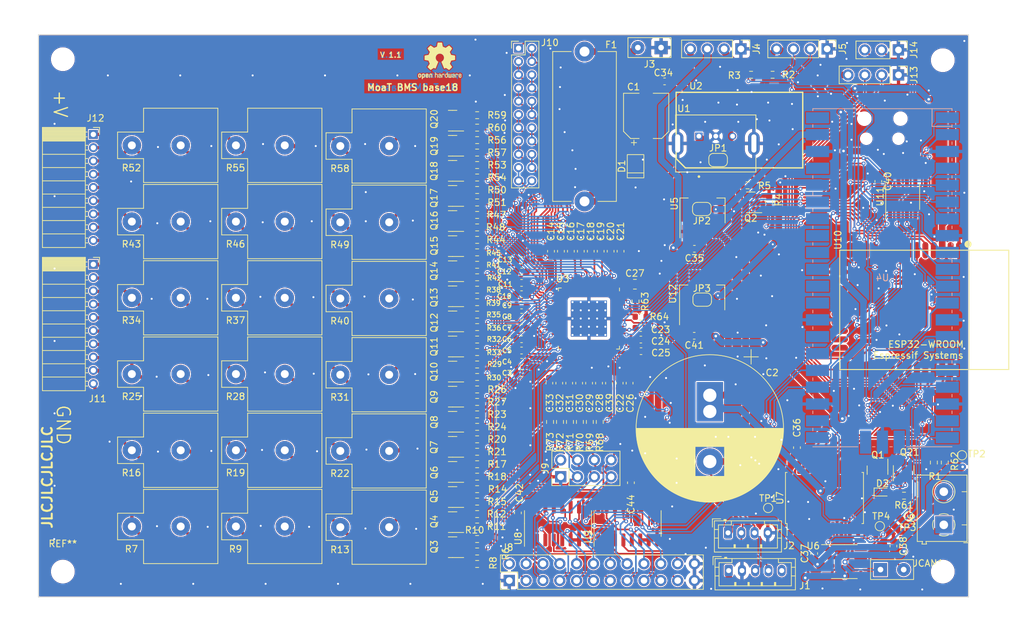
<source format=kicad_pcb>
(kicad_pcb (version 20221018) (generator pcbnew)
  (title_block (comment 4 "AISLER Project ID: OOYNYKKL"))
  (layers (0 "F.Cu" signal) (31 "B.Cu" signal) (34 "B.Paste" user) (35 "F.Paste" user) (36 "B.SilkS" user "B.Silkscreen") (37 "F.SilkS" user "F.Silkscreen") (38 "B.Mask" user) (39 "F.Mask" user) (44 "Edge.Cuts" user))
  (net 0 "")
  (net 1 "VBAT")
  (net 2 "GND")
  (net 3 "+12V")
  (net 4 "Net-(Q2-D)")
  (net 5 "/C0")
  (net 6 "/C1")
  (net 7 "/C2")
  (net 8 "/C3")
  (net 9 "/C4")
  (net 10 "/C5")
  (net 11 "/C6")
  (net 12 "/C7")
  (net 13 "/C8")
  (net 14 "/C9")
  (net 15 "/C10")
  (net 16 "/C11")
  (net 17 "/C12")
  (net 18 "/C13")
  (net 19 "/C14")
  (net 20 "/C15")
  (net 21 "/C16")
  (net 22 "/C17")
  (net 23 "/C18")
  (net 24 "/Vadc")
  (net 25 "/Vtherm")
  (net 26 "+5V")
  (net 27 "Net-(D2-A)")
  (net 28 "Net-(J3-Pin_2)")
  (net 29 "Net-(JP2-A)")
  (net 30 "+3V3")
  (net 31 "I2C0_SCL")
  (net 32 "I2C0_SDA")
  (net 33 "/D0")
  (net 34 "/D1")
  (net 35 "/D2")
  (net 36 "/D3")
  (net 37 "/D4")
  (net 38 "/D5")
  (net 39 "/D6")
  (net 40 "/D7")
  (net 41 "/D8")
  (net 42 "/D9")
  (net 43 "/D10")
  (net 44 "/D11")
  (net 45 "/D12")
  (net 46 "/D13")
  (net 47 "/D14")
  (net 48 "/D15")
  (net 49 "/D16")
  (net 50 "/D17")
  (net 51 "/D18")
  (net 52 "Net-(Q1-G)")
  (net 53 "RELAY2")
  (net 54 "Net-(Q3-G)")
  (net 55 "Net-(Q5-G)")
  (net 56 "Net-(Q6-G)")
  (net 57 "Net-(Q7-G)")
  (net 58 "Net-(Q8-G)")
  (net 59 "Net-(Q9-G)")
  (net 60 "Net-(Q10-G)")
  (net 61 "Net-(Q11-G)")
  (net 62 "Net-(Q12-G)")
  (net 63 "Net-(Q13-G)")
  (net 64 "Net-(Q14-G)")
  (net 65 "Net-(Q15-G)")
  (net 66 "Net-(Q16-G)")
  (net 67 "Net-(Q17-G)")
  (net 68 "Net-(Q18-G)")
  (net 69 "Net-(Q19-G)")
  (net 70 "Net-(Q20-G)")
  (net 71 "WDT")
  (net 72 "/S1")
  (net 73 "Net-(Q3-D)")
  (net 74 "/S2")
  (net 75 "Net-(Q5-D)")
  (net 76 "/S3")
  (net 77 "Net-(Q6-D)")
  (net 78 "/S4")
  (net 79 "Net-(Q7-D)")
  (net 80 "/S5")
  (net 81 "Net-(Q8-D)")
  (net 82 "/S6")
  (net 83 "Net-(Q9-D)")
  (net 84 "/S7")
  (net 85 "Net-(Q10-D)")
  (net 86 "/S8")
  (net 87 "Net-(Q11-D)")
  (net 88 "/S9")
  (net 89 "Net-(Q12-D)")
  (net 90 "/S10")
  (net 91 "Net-(Q13-D)")
  (net 92 "/S11")
  (net 93 "Net-(Q14-D)")
  (net 94 "/S12")
  (net 95 "Net-(Q15-D)")
  (net 96 "/S13")
  (net 97 "Net-(Q16-D)")
  (net 98 "/S14")
  (net 99 "Net-(Q17-D)")
  (net 100 "/S15")
  (net 101 "Net-(Q18-D)")
  (net 102 "/S16")
  (net 103 "Net-(Q19-D)")
  (net 104 "/S17")
  (net 105 "Net-(Q20-D)")
  (net 106 "/S18")
  (net 107 "RELAY1")
  (net 108 "Net-(U3-IPB)")
  (net 109 "Net-(U3-IMB)")
  (net 110 "Net-(U3-IBIAS)")
  (net 112 "/DTen")
  (net 113 "STX")
  (net 114 "SCK")
  (net 115 "SCSn")
  (net 116 "SRX")
  (net 117 "RX_BAT")
  (net 118 "TX_BAT")
  (net 119 "/G1")
  (net 120 "/G2")
  (net 121 "/G3")
  (net 122 "/G4")
  (net 123 "/G5")
  (net 124 "/G6")
  (net 125 "ADC_REF_I")
  (net 126 "ADC_BAT_I")
  (net 128 "/TxE")
  (net 129 "/RxE")
  (net 131 "/G10")
  (net 140 "Net-(Q4-D)")
  (net 141 "Net-(Q4-G)")
  (net 147 "/G20")
  (net 150 "Net-(JCAN1-Pin_1)")
  (net 151 "Net-(JCAN1-Pin_2)")
  (net 152 "SCK1")
  (net 153 "STX1")
  (net 154 "SRX1")
  (net 155 "SCSn1")
  (net 156 "/CanStby")
  (net 157 "/CanInt")
  (net 158 "/CanReset")
  (net 159 "/CanClock")
  (net 160 "/Ten")
  (net 161 "/Ren")
  (net 162 "/G11")
  (net 163 "/G21")
  (net 164 "/G12")
  (net 165 "/G22")
  (net 166 "/G13")
  (net 167 "/G23")
  (net 168 "/G14")
  (net 169 "/G24")
  (net 170 "/G15")
  (net 171 "/G25")
  (net 172 "/G16")
  (net 173 "/G26")
  (net 174 "/G17")
  (net 175 "/G27")
  (net 176 "VS_A")
  (net 177 "VS_B")
  (net 178 "VS_C")
  (net 181 "/G7")
  (net 182 "/TxC")
  (net 183 "/RxC")
  (net 184 "Net-(J14-Pin_3)")
  (net 185 "Net-(J14-Pin_2)")
  (net 198 "Net-(JP3-A)")
  (footprint "Package_DFN_QFN:QFN-64-1EP_9x9mm_P0.5mm_EP5.45x5.45mm_ThermalVias" (layer "F.Cu") (at 156.365 76.775 -90)
    (fp_text reference "U3")
    (fp_text value "ADBMS1818")
  )
  (footprint "Resistor_SMD:R_0603_1608Metric" (layer "F.Cu") (at 139.5 78.069435)
    (fp_text reference "R36")
    (fp_text value "R_3k3_0603")
  )
  (footprint "Resistor_SMD:R_0603_1608Metric" (layer "F.Cu") (at 139.5 83.7111)
    (fp_text reference "R29")
    (fp_text value "R_100_0603")
  )
  (footprint "Capacitor_SMD:C_0603_1608Metric" (layer "F.Cu") (at 190.35 112.225 90)
    (fp_text reference "C37")
    (fp_text value "C_1µ_25V_0603")
  )
  (footprint "Package_TO_SOT_SMD:SOT-23" (layer "F.Cu") (at 135.8 54.495588 180)
    (fp_text reference "Q18")
    (fp_text value "DMP2035U")
  )
  (footprint "localstuff:R_Radial_Power_D11.0mm" (layer "F.Cu") (at 126.2275 50.75 180)
    (fp_text reference "R58")
    (fp_text value "R_2.5_10W")
  )
  (footprint "Resistor_SMD:R_0603_1608Metric" (layer "F.Cu") (at 139.5 46.1)
    (fp_text reference "R59")
    (fp_text value "R_100_0603")
  )
  (footprint "Capacitor_SMD:C_0603_1608Metric" (layer "F.Cu") (at 161.14 66.620342 90)
    (fp_text reference "C21")
    (fp_text value "CP_100n_50V_0603")
  )
  (footprint "TestPoint:TestPoint_Pad_D1.0mm" (layer "F.Cu") (at 200.25 108.1)
    (fp_text reference "TP4")
    (fp_text value "TestPoint_Small")
  )
  (footprint "Capacitor_SMD:C_0603_1608Metric" (layer "F.Cu") (at 146.2 81.6 180)
    (fp_text reference "C5")
    (fp_text value "CP_100n_50V_0603")
  )
  (footprint "Connector_PinHeader_2.54mm:PinHeader_1x04_P2.54mm_Vertical" (layer "F.Cu") (at 203.07 40.025 -90)
    (fp_text reference "J13")
    (fp_text value "Conn_01x04")
  )
  (footprint "Resistor_SMD:R_0603_1608Metric" (layer "F.Cu") (at 152 92.375 -90)
    (fp_text reference "R72")
    (fp_text value "R_10k_0603")
  )
  (footprint "Resistor_SMD:R_0603_1608Metric" (layer "F.Cu") (at 139.5 89.352765)
    (fp_text reference "R27")
    (fp_text value "R_3k3_0603")
  )
  (footprint "Capacitor_SMD:C_0603_1608Metric" (layer "F.Cu") (at 159.64 66.620342 90)
    (fp_text reference "C20")
    (fp_text value "CP_100n_50V_0603")
  )
  (footprint "" (layer "F.Cu") (at 174.6 90.8 180)
    (fp_text reference "")
    (fp_text value "")
  )
  (footprint "Package_TO_SOT_SMD:SOT-23" (layer "F.Cu") (at 135.8 73.422058 180)
    (fp_text reference "Q13")
    (fp_text value "DMP2035U")
  )
  (footprint "Resistor_SMD:R_0603_1608Metric" (layer "F.Cu") (at 139.5 68.66666)
    (fp_text reference "R41")
    (fp_text value "R_100_0603")
  )
  (footprint "Resistor_SMD:R_0603_1608Metric" (layer "F.Cu") (at 139.5 64.90555)
    (fp_text reference "R44")
    (fp_text value "R_100_0603")
  )
  (footprint "Package_TO_SOT_SMD:SOT-23" (layer "F.Cu") (at 135.8 107.489704 180)
    (fp_text reference "Q4")
    (fp_text value "DMP2035U")
  )
  (footprint "Resistor_SMD:R_0603_1608Metric" (layer "F.Cu") (at 156.5 92.375 -90)
    (fp_text reference "R69")
    (fp_text value "R_10k_0603")
  )
  (footprint "Resistor_SMD:R_0603_1608Metric" (layer "F.Cu") (at 139.5 106.27776)
    (fp_text reference "R12")
    (fp_text value "R_100_0603")
  )
  (footprint "Capacitor_SMD:C_0603_1608Metric" (layer "F.Cu") (at 158.14 66.620342 90)
    (fp_text reference "C19")
    (fp_text value "CP_100n_50V_0603")
  )
  (footprint "Capacitor_SMD:CP_Elec_6.3x7.7" (layer "F.Cu") (at 165 46.2 90)
    (fp_text reference "C1")
    (fp_text value "CP_10µ_100V_6m3")
  )
  (footprint "Package_TO_SOT_SMD:SOT-23" (layer "F.Cu") (at 135.8 84.77794 180)
    (fp_text reference "Q10")
    (fp_text value "DMP2035U")
  )
  (footprint "Resistor_SMD:R_0603_1608Metric" (layer "F.Cu") (at 139.5 94.99443)
    (fp_text reference "R20")
    (fp_text value "R_100_0603")
  )
  (footprint "localstuff:R_Radial_Power_D11.0mm" (layer "F.Cu") (at 126.2275 108.25 180)
    (fp_text reference "R13")
    (fp_text value "R_2.5_10W")
  )
  (footprint "Capacitor_SMD:C_0603_1608Metric" (layer "F.Cu") (at 172.25 79.375 180)
    (fp_text reference "C41")
    (fp_text value "C_1µ_25V_0603")
  )
  (footprint "localstuff:R_Radial_Power_D11.0mm" (layer "F.Cu") (at 126.2275 85.25 180)
    (fp_text reference "R31")
    (fp_text value "R_2.5_10W")
  )
  (footprint "Capacitor_SMD:C_0603_1608Metric" (layer "F.Cu") (at 146.2 69.7 180)
    (fp_text reference "C12")
    (fp_text value "CP_100n_50V_0603")
  )
  (footprint "Resistor_SMD:R_0603_1608Metric" (layer "F.Cu") (at 139.5 47.980555)
    (fp_text reference "R60")
    (fp_text value "R_3k3_0603")
  )
  (footprint "Resistor_SMD:R_0603_1608Metric" (layer "F.Cu") (at 139.5 113.8)
    (fp_text reference "R8")
    (fp_text value "R_100_0603")
  )
  (footprint "TestPoint:TestPoint_Pad_D1.0mm" (layer "F.Cu") (at 183.4 105.35)
    (fp_text reference "TP1")
    (fp_text value "TestPoint_Small")
  )
  (footprint "Package_TO_SOT_SMD:SOT-223" (layer "F.Cu") (at 173.5 60.5 90)
    (fp_text reference "U5")
    (fp_text value "AZ1117-5.0")
  )
  (footprint "Resistor_SMD:R_0603_1608Metric" (layer "F.Cu") (at 155 92.375 -90)
    (fp_text reference "R70")
    (fp_text value "R_10k_0603")
  )
  (footprint "Resistor_SMD:R_0805_2012Metric" (layer "F.Cu") (at 163.3 71.6)
    (fp_text reference "C27")
    (fp_text value "CP_1µ_100V_0805")
  )
  (footprint "TestPoint:TestPoint_Pad_D1.0mm" (layer "F.Cu") (at 204.6 106.6)
    (fp_text reference "TP3")
    (fp_text value "TestPoint_Small")
  )
  (footprint "Capacitor_SMD:C_0603_1608Metric" (layer "F.Cu") (at 159.4 86.525 90)
    (fp_text reference "C39")
    (fp_text value "CP_100n_50V_0603")
  )
  (footprint "Connector_PinHeader_2.00mm:PinHeader_2x11_P2.00mm_Vertical" (layer "F.Cu") (at 145.75 36)
    (fp_text reference "J10")
    (fp_text value "Conn_02x11_Odd_Even")
  )
  (footprint "Package_TO_SOT_SMD:SOT-23" (layer "F.Cu") (at 135.8 62.066176 180)
    (fp_text reference "Q16")
    (fp_text value "DMP2035U")
  )
  (footprint "Connector_PinHeader_2.54mm:PinHeader_1x04_P2.54mm_Vertical" (layer "F.Cu") (at 192.3 36.1 -90)
    (fp_text reference "J5")
    (fp_text value "Conn_01x04")
  )
  (footprint "Capacitor_SMD:C_0603_1608Metric" (layer "F.Cu") (at 162.5 86.525 90)
    (fp_text reference "C26")
    (fp_text value "CP_100n_50V_0603")
  )
  (footprint "localstuff:Esto02" (layer "F.Cu") (at 202.1 114.65)
    (fp_text reference "JCAN1")
    (fp_text value "Conn_01x02_Female")
  )
  (footprint "Resistor_SMD:R_0603_1608Metric" (layer "F.Cu") (at 153.5 92.375 -90)
    (fp_text reference "R71")
    (fp_text value "R_10k_0603")
  )
  (footprint "Jumper:SolderJumper-2_P1.3mm_Open_RoundedPad1.0x1.5mm" (layer "F.Cu") (at 175.85 52.8617)
    (fp_text reference "JP1")
    (fp_text value "Bat12V")
  )
  (footprint "Capacitor_SMD:C_0603_1608Metric" (layer "F.Cu") (at 157.89 86.525 90)
    (fp_text reference "C28")
    (fp_text value "CP_100n_50V_0603")
  )
  (footprint "Connector_PinHeader_2.54mm:PinHeader_1x04_P2.54mm_Vertical" (layer "F.Cu") (at 179.3 36.1 -90)
    (fp_text reference "J4")
    (fp_text value "Conn_01x04")
  )
  (footprint "Package_SO:SOIC-8_3.9x4.9mm_P1.27mm" (layer "F.Cu") (at 194.9 113.45)
    (fp_text reference "U6")
    (fp_text value "MCP2562-E-SN")
  )
  (footprint "localstuff:R_Radial_Power_D11.0mm" (layer "F.Cu") (at 126.2275 62.25 180)
    (fp_text reference "R49")
    (fp_text value "R_2.5_10W")
  )
  (footprint "Capacitor_SMD:C_0603_1608Metric" (layer "F.Cu") (at 153.64 66.620342 90)
    (fp_text reference "C16")
    (fp_text value "CP_100n_50V_0603")
  )
  (footprint "Capacitor_SMD:C_0603_1608Metric" (layer "F.Cu") (at 152.14 66.620342 90)
    (fp_text reference "C15")
    (fp_text value "CP_100n_50V_0603")
  )
  (footprint "Resistor_SMD:R_0603_1608Metric" (layer "F.Cu") (at 139.5 51.741665)
    (fp_text reference "R57")
    (fp_text value "R_3k3_0603")
  )
  (footprint "Resistor_SMD:R_0603_1608Metric" (layer "F.Cu") (at 150.5 92.375 -90)
    (fp_text reference "R73")
    (fp_text value "R_10k_0603")
  )
  (footprint "Package_SO:SOIC-16_3.9x9.9mm_P1.27mm" (layer "F.Cu") (at 162.2 107.7 90)
    (fp_text reference "U9")
    (fp_text value "4051")
  )
  (footprint "Resistor_SMD:R_0603_1608Metric" (layer "F.Cu") (at 139.5 111.919425)
    (fp_text reference "R6")
    (fp_text value "R_3k3_0603")
  )
  (footprint "Capacitor_SMD:C_0603_1608Metric" (layer "F.Cu") (at 187.75 96.25 90)
    (fp_text reference "C36")
    (fp_text value "C_1µ_25V_0603")
  )
  (footprint "Capacitor_SMD:C_0603_1608Metric" (layer "F.Cu") (at 200.025 56.075 -90)
    (fp_text reference "C40")
    (fp_text value "CP_100n_50V_0603")
  )
  (footprint "Jumper:SolderJumper-2_P1.3mm_Open_RoundedPad1.0x1.5mm" (layer "F.Cu") (at 173.4 60.25 180)
    (fp_text reference "JP2")
    (fp_text value "Bat12V")
  )
  (footprint "Capacitor_SMD:C_0603_1608Metric" (layer "F.Cu") (at 146.2 76.5 180)
    (fp_text reference "C8")
    (fp_text value "CP_100n_50V_0603")
  )
  (footprint "Capacitor_SMD:C_0603_1608Metric" (layer "F.Cu") (at 146.2 73.1 180)
    (fp_text reference "C10")
    (fp_text value "CP_100n_50V_0603")
  )
  (footprint "localstuff:R_Radial_Power_D11.0mm" (layer "F.Cu") (at 126.2275 73.75 180)
    (fp_text reference "R40")
    (fp_text value "R_2.5_10W")
  )
  (footprint "Diode_SMD:D_SOD-523" (layer "F.Cu") (at 200.65 102.95)
    (fp_text reference "D2")
    (fp_text value "1N4448")
  )
  (footprint "Connector_JST:JST_PH_B4B-PH-K_1x04_P2.00mm_Vertical" (layer "F.Cu") (at 177.35 109.1)
    (fp_text reference "J2")
    (fp_text value "Conn_LEM_5")
  )
  (footprint "Capacitor_SMD:C_0603_1608Metric" (layer "F.Cu") (at 151.89 86.525 90)
    (fp_text reference "C32")
    (fp_text value "CP_100n_50V_0603")
  )
  (footprint "localstuff:SOD-123FL" (layer "F.Cu") (at 163.4 53.8 90)
    (fp_text reference "D1")
    (fp_text value "D_TVS_100V")
  )
  (footprint "Resistor_SMD:R_0603_1608Metric" (layer "F.Cu") (at 139.5 63.024995)
    (fp_text reference "R48")
    (fp_text value "R_3k3_0603")
  )
  (footprint "Package_SO:SOIC-8_3.9x4.9mm_P1.27mm" (layer "F.Cu") (at 203.7 58.375 90)
    (fp_text reference "U11")
    (fp_text value "LT1785xS8")
  )
  (footprint "Resistor_SMD:R_0603_1608Metric" (layer "F.Cu") (at 139.5 57.38333)
    (fp_text reference "R50")
    (fp_text value "R_100_0603")
  )
  (footprint "Resistor_SMD:R_0603_1608Metric" (layer "F.Cu") (at 139.5 53.62222)
    (fp_text reference "R53")
    (fp_text value "R_100_0603")
  )
  (footprint "Capacitor_SMD:C_0603_1608Metric" (layer "F.Cu") (at 156.64 66.620342 90)
    (fp_text reference "C18")
    (fp_text value "CP_100n_50V_0603")
  )
  (footprint "Resistor_SMD:R_0603_1608Metric" (layer "F.Cu") (at 139.5 74.308325)
    (fp_text reference "R39")
    (fp_text value "R_3k3_0603")
  )
  (footprint "Capacitor_SMD:C_0603_1608Metric" (layer "F.Cu") (at 156.39 86.525 90)
    (fp_text reference "C29")
    (fp_text value "CP_100n_50V_0603")
  )
  (footprint "Capacitor_SMD:C_0603_1608Metric" (layer "F.Cu") (at 155.14 66.620342 90)
    (fp_text reference "C17")
    (fp_text value "CP_100n_50V_0603")
  )
  (footprint "Resistor_SMD:R_0603_1608Metric" (layer "F.Cu") (at 139.5 81.830545)
    (fp_text reference "R33")
    (fp_text value "R_3k3_0603")
  )
  (footprint "Jumper:SolderJumper-2_P1.3mm_Open_RoundedPad1.0x1.5mm" (layer "F.Cu") (at 173.45 73.925 180)
    (fp_text reference "JP3")
    (fp_text value "Bat12V")
  )
  (footprint "Resistor_SMD:R_0603_1608Metric" (layer "F.Cu") (at 203.9 103.5 180)
    (fp_text reference "R61")
    (fp_text value "R_1k_0603")
  )
  (footprint "Resistor_SMD:R_0603_1608Metric" (layer "F.Cu") (at 139.5 79.94999)
    (fp_text reference "R32")
    (fp_text value "R_100_0603")
  )
  (footprint "Package_TO_SOT_SMD:SOT-23" (layer "F.Cu") (at 203.85 99.6 90)
    (fp_text reference "Q21")
    (fp_text value "DMP2035U")
  )
  (footprint "localstuff:R_Radial_Power_D11.0mm" (layer "F.Cu") (at 110.48 62.15 180)
    (fp_text reference "R46")
    (fp_text value "R_2.5_10W")
  )
  (footprint "Capacitor_SMD:C_0603_1608Metric" (layer "F.Cu") (at 202.3 111.1 90)
    (fp_text reference "C38")
    (fp_text value "C_1µ_25V_0603")
  )
  (footprint "Package_TO_SOT_SMD:SOT-23" (layer "F.Cu") (at 135.8 88.563234 180)
    (fp_text reference "Q9")
    (fp_text value "DMP2035U")
  )
  (footprint "Capacitor_SMD:C_0603_1608Metric" (layer "F.Cu") (at 162.7 101.55 90)
    (fp_text reference "C44")
    (fp_text value "CP_100n_50V_0603")
  )
  (footprint "Connector_PinSocket_2.00mm:PinSocket_1x10_P2.00mm_Horizontal" (layer "F.Cu") (at 81.6 68.6)
    (fp_text reference "J11")
    (fp_text value "Conn_01x10")
  )
  (footprint "Package_TO_SOT_SMD:SOT-23" (layer "F.Cu") (at 135.8 99.919116 180)
    (fp_text reference "Q6")
    (fp_text value "DMP2035U")
  )
  (footprint "TestPoint:TestPoint_Pad_D1.0mm" (layer "F.Cu") (at 212.65 97.4)
    (fp_text reference "TP2")
    (fp_text value "TestPoint_Small")
  )
  (footprint "Resistor_SMD:R_0603_1608Metric" (layer "F.Cu") (at 163.4 74.2 -90)
    (fp_text reference "R63")
    (fp_text value "R_100_0603")
  )
  (footprint "Capacitor_SMD:C_0603_1608Metric" (layer "F.Cu") (at 164.225 81.7)
    (fp_text reference "C25")
    (fp_text value "CP_1µ_10V_0603")
  )
  (footprint "localstuff:R_Radial_Power_D11.0mm" (layer "F.Cu") (at 126.2275 96.75 180)
    (fp_text reference "R22")
    (fp_text value "R_2.5_10W")
  )
  (footprint "Connector_PinHeader_2.54mm:PinHeader_1x03_P2.54mm_Vertical" (layer "F.Cu") (at 203.055 36.25 -90)
    (fp_text reference "J14")
    (fp_text value "Conn_01x03_Socket")
  )
  (footprint "localstuff:R_Radial_Power_D11.0mm" (layer "F.Cu") (at 94.78 108.15 180)
    (fp_text reference "R7")
    (fp_text value "R_2.5_10W")
  )
  (footprint "Connector_PinSocket_2.00mm:PinSocket_1x09_P2.00mm_Horizontal" (layer "F.Cu") (at 81.6 49)
    (fp_text reference "J12")
    (fp_text value "Conn_01x09")
  )
  (footprint "Resistor_SMD:R_0603_1608Metric" (layer "F.Cu") (at 139.5 102.51665)
    (fp_text reference "R14")
    (fp_text value "R_100_0603")
  )
  (footprint "localstuff:R_Radial_Power_D11.0mm" (layer "F.Cu") (at 110.48 85.15 180)
    (fp_text reference "R28")
    (fp_text value "R_2.5_10W")
  )
  (footprint "localstuff:R_Radial_Power_D11.0mm" (layer "F.Cu") (at 94.78 85.15 180)
    (fp_text reference "R25")
    (fp_text value "R_2.5_10W")
  )
  (footprint "MountingHole:MountingHole_3.2mm_M3" (layer "F.Cu") (at 77 37.65)
    (fp_text reference "REF**" hide)
    (fp_text value "MountingHole_3.2mm_M3")
  )
  (footprint "localstuff:Conn_P5.0mm_2_Lumberg" (layer "F.Cu") (at 209.9 107.9 90)
    (fp_text reference "J6")
    (fp_text value "Conn_01x02_Female")
  )
  (footprint "Package_TO_SOT_SMD:SOT-23" (layer "F.Cu") (at 135.8 65.85147 180)
    (fp_text reference "Q15")
    (fp_text value "DMP2035U")
  )
  (footprint "Capacitor_SMD:C_0603_1608Metric" (layer "F.Cu") (at 146.2 71.4 180)
    (fp_text reference "C11")
    (fp_text value "CP_100n_50V_0603")
  )
  (footprint "localstuff:ESP32-WROOM" (layer "F.Cu") (at 202.95 76.47 -90)
    (fp_text reference "U10")
    (fp_text value "ESP32-WROOM")
  )
  (footprint "Resistor_SMD:R_0603_1608Metric" (layer "F.Cu") (at 139.5 100.636095)
    (fp_text reference "R18")
    (fp_text value "R_3k3_0603")
  )
  (footprint "Package_TO_SOT_SMD:SOT-23" (layer "F.Cu") (at 135.8 77.207352 180)
    (fp_text reference "Q12")
    (fp_text value "DMP2035U")
  )
  (footprint "Capacitor_SMD:C_0603_1608Metric" (layer "F.Cu") (at 172.275 66.25 180)
    (fp_text reference "C35")
    (fp_text value "C_1µ_25V_0603")
  )
  (footprint "Resistor_SMD:R_0603_1608Metric" (layer "F.Cu") (at 139.5 96.874985)
    (fp_text reference "R21")
    (fp_text value "R_3k3_0603")
  )
  (footprint "Capacitor_SMD:C_0603_1608Metric" (layer "F.Cu") (at 167.775 41 180)
    (fp_text reference "C34")
    (fp_text value "C_1µ_25V_0603")
  )
  (footprint "Package_TO_SOT_SMD:SOT-23" (layer "F.Cu") (at 135.8 69.636764 180)
    (fp_text reference "Q14")
    (fp_text value "DMP2035U")
  )
  (footprint "Fuse:Fuseholder_Cylinder-5x20mm_Stelvio-Kontek_PTF78_Horizontal_Open" (layer "F.Cu") (at 155.7 36.5 -90)
    (fp_text reference "F1")
    (fp_text value "FuseHolder")
  )
  (footprint "Resistor_SMD:R_0603_1608Metric" (layer "F.Cu") (at 139.5 93.113875)
    (fp_text reference "R24")
    (fp_text value "R_3k3_0603")
  )
  (footprint "Capacitor_SMD:C_0603_1608Metric" (layer "F.Cu") (at 150.39 86.525 90)
    (fp_text reference "C33")
    (fp_text value "CP_100n_50V_0603")
  )
  (footprint "Resistor_SMD:R_0603_1608Metric" (layer "F.Cu") (at 139.5 85.591655)
    (fp_text reference "R30")
    (fp_text value "R_3k3_0603")
  )
  (footprint "localstuff:R_Radial_Power_D11.0mm" (layer "F.Cu") (at 110.48 50.65 180)
    (fp_text reference "R55")
    (fp_text value "R_2.5_10W")
  )
  (footprint "MountingHole:MountingHole_3.2mm_M3" (layer "F.Cu") (at 209.75 114.95)
    (fp_text reference "REF**" hide)
    (fp_text value "MountingHole_3.2mm_M3")
  )
  (footprint "Capacitor_SMD:C_0603_1608Metric" (layer "F.Cu") (at 161 86.525 90)
    (fp_text reference "C22")
    (fp_text value "CP_100n_50V_0603")
  )
  (footprint "localstuff:R_Radial_Power_D11.0mm" (layer "F.Cu") (at 94.78 73.65 180)
    (fp_text reference "R34")
    (fp_text value "R_2.5_10W")
  )
  (footprint "Capacitor_SMD:C_0603_1608Metric" (layer "F.Cu") (at 154.89 86.525 90)
    (fp_text reference "C30")
    (fp_text value "CP_100n_50V_0603")
  )
  (footprint "Capacitor_SMD:C_0603_1608Metric" (layer "F.Cu") (at 145.65 106.1 -90)
    (fp_text reference "C42")
    (fp_text value "CP_100n_50V_0603")
  )
  (footprint "Connector_JST:JST_PH_B5B-PH-K_1x05_P2.00mm_Vertical" (layer "F.Cu") (at 177.45 114.8)
    (fp_text reference "J1")
    (fp_text value "Conn_LEM_3")
  )
  (footprint "Resistor_SMD:R_0603_1608Metric" (layer "F.Cu") (at 139.5 66.786105)
    (fp_text reference "R45")
    (fp_text value "R_3k3_0603")
  )
  (footprint "localstuff:STH05" (layer "F.Cu") (at 179.22 48.35)
    (fp_text reference "U2")
    (fp_text value "STH05_12")
  )
  (footprint "localstuff:TSR_1-48xxWI" (layer "F.Cu") (at 175.5 50.3617)
    (fp_text reference "U1")
    (fp_text value "TSR_1-48120WI")
  )
  (footprint "Resistor_SMD:R_0603_1608Metric" (layer "F.Cu") (at 139.5 110.03887)
    (fp_text reference "R10")
    (fp_text value "R_100_0603")
  )
  (footprint "Package_TO_SOT_SMD:SOT-23" (layer "F.Cu") (at 199.9 99.65 -90)
    (fp_text reference "Q1")
    (fp_text value "DMN2058U-7")
  )
  (footprint "Resistor_SMD:R_0603_1608Metric" (layer "F.Cu") (at 208.4 98.5 90)
    (fp_text reference "R1")
    (fp_text value "R_1M_0603")
  )
  (footprint "Package_TO_SOT_SMD:SOT-23" (layer "F.Cu") (at 180.775 59.25 180)
    (fp_text reference "Q2")
    (fp_text value "DMN2058U")
  )
  (footprint "Resistor_SMD:R_0603_1608Metric" (layer "F.Cu") (at 183.55 59.15 90)
    (fp_text reference "R4")
    (fp_text value "R_1M_0603")
  )
  (footprint "Resistor_SMD:R_0603_1608Metric" (layer "F.Cu") (at 139.5 70.547215)
    (fp_text reference "R42")
    (fp_text value "R_3k3_0603")
  )
  (footprint "Package_TO_SOT_SMD:SOT-23" (layer "F.Cu") (at 135.8 80.992646 180)
    (fp_text reference "Q11")
    (fp_text value "DMP2035U")
  )
  (footprint "Resistor_SMD:R_0603_1608Metric" (layer "F.Cu") (at 139.5 55.502775)
    (fp_text reference "R54")
    (fp_text value "R_3k3_0603")
  )
  (footprint "localstuff:R_Radial_Power_D11.0mm" (layer "F.Cu") (at 94.78 62.15 180)
    (fp_text reference "R43")
    (fp_text value "R_2.5_10W")
  )
  (footprint "localstuff:R_Radial_Power_D11.0mm" (layer "F.Cu") (at 94.78 96.65 180)
    (fp_text reference "R16")
    (fp_text value "R_2.5_10W")
  )
  (footprint "Package_SO:SOIC-18W_7.5x11.6mm_P1.27mm" (layer "F.Cu") (at 191.9 103.85 90)
    (fp_text reference "U7")
    (fp_text value "MCP2515-xSO")
  )
  (footprint "Resistor_SMD:R_0603_1608Metric" (layer "F.Cu") (at 158 92.375 -90)
    (fp_text reference "R68")
    (fp_text value "R_10k_0603")
  )
  (footprint "Capacitor_SMD:C_0603_1608Metric" (layer "F.Cu") (at 164.175 78.2)
    (fp_text reference "C23")
    (fp_text value "CP_1µ_10V_0603")
  )
  (footprint "localstuff:Esto02" (layer "F.Cu") (at 165.5 35.9 180)
    (fp_text reference "J3")
    (fp_text value "Conn_01x02_Female")
  )
  (footprint "Capacitor_SMD:C_0603_1608Metric" (layer "F.Cu") (at 146.2 74.8 180)
    (fp_text reference "C9")
    (fp_text value "CP_100n_50V_0603")
  )
  (footprint "Connector_PinHeader_2.54mm:PinHeader_2x04_P2.54mm_Vertical" (layer "F.Cu") (at 152.1 100.65 90)
    (fp_text reference "J9")
    (fp_text value "Conn_02x04_Odd_Even")
  )
  (footprint "Capacitor_THT:CP_Radial_D22.0mm_P10.00mm_SnapIn" (layer "F.Cu") (at 174.6 88.35 -90)
    (fp_text reference "C2")
    (fp_text value "CP_22m_16V")
  )
  (footprint "Capacitor_SMD:C_0603_1608Metric" (layer "F.Cu") (at 146.2 85 180)
    (fp_text reference "C3")
    (fp_text value "CP_100n_50V_0603")
  )
  (footprint "Resistor_SMD:R_0603_1608Metric" (layer "F.Cu") (at 180.3 56.675 180)
    (fp_text reference "R5")
    (fp_text value "R_33_0603")
  )
  (footprint "Capacitor_SMD:C_0603_1608Metric" (layer "F.Cu") (at 146.2 79.9 180)
    (fp_text reference "C6")
    (fp_text value "CP_100n_50V_0603")
  )
  (footprint "localstuff:R_Radial_Power_D11.0mm" (layer "F.Cu") (at 110.48 96.65 180)
    (fp_text reference "R19")
    (fp_text value "R_2.5_10W")
  )
  (footprint "Resistor_SMD:R_0603_1608Metric" (layer "F.Cu") (at 139.5 76.18888)
    (fp_text reference "R35")
    (fp_text value "R_100_0603")
  )
  (footprint "Resistor_SMD:R_0603_1608Metric" (layer "F.Cu") (at 139.5 108.158315)
    (fp_text reference "R11")
    (fp_text value "R_3k3_0603")
  )
  (footprint "Resistor_SMD:R_0603_1608Metric" (layer "F.Cu") (at 180.825 40 180)
    (fp_text reference "R3")
    (fp_text value "R_5k1_0603")
  )
  (footprint "Resistor_SMD:R_0603_1608Metric" (layer "F.Cu") (at 139.5 49.86111)
    (fp_text reference "R56")
    (fp_text value "R_100_0603")
  )
  (footprint "Resistor_SMD:R_0603_1608Metric" (layer "F.Cu") (at 139.5 72.42777)
    (fp_text reference "R38")
    (fp_text value "R_100_0603")
  )
  (footprint "Package_TO_SOT_SMD:SOT-23" (layer "F.Cu") (at 135.8 92.348528 180)
    (fp_text reference "Q8")
    (fp_text value "DMP2035U")
  )
  (footprint "Symbol:OSHW-Logo2_7.3x6mm_SilkScreen" (layer "F.Cu") (at 133.875 37.9)
    (fp_text reference "OSHW Silk" hide)
    (fp_text value "OSHW-Logo2_7.3x6mm_SilkScreen" hide)
  )
  (footprint "Resistor_SMD:R_0603_1608Metric" (layer "F.Cu") (at 139.5 59.263885)
    (fp_text reference "R51")
    (fp_text value "R_3k3_0603")
  )
  (footprint "localstuff:R_Radial_Power_D11.0mm" (layer "F.Cu") (at 94.78 50.65 180)
    (fp_text reference "R52")
    (fp_text value "R_2.5_10W")
  )
  (footprint "Capacitor_SMD:C_0603_1608Metric" (layer "F.Cu") (at 150.64 66.620342 90)
    (fp_text reference "C14")
    (fp_text value "CP_100n_50V_0603")
  )
  (footprint "Package_TO_SOT_SMD:SOT-23" (layer "F.Cu") (at 135.8 58.280882 180)
    (fp_text reference "Q17")
    (fp_text value "DMP2035U")
  )
  (footprint "Resistor_SMD:R_0603_1608Metric" (layer "F.Cu") (at 139.5 104.397205)
    (fp_text reference "R15")
    (fp_text value "R_3k3_0603")
  )
  (footprint "localstuff:R_Radial_Power_D11.0mm" (layer "F.Cu") (at 110.48 108.15 180)
    (fp_text reference "R9")
    (fp_text value "R_2.5_10W")
  )
  (footprint "Resistor_SMD:R_0603_1608Metric" (layer "F.Cu") (at 139.5 87.47221)
    (fp_text reference "R26")
    (fp_text value "R_100_0603")
  )
  (footprint "Package_SO:SOIC-16_3.9x9.9mm_P1.27mm" (layer "F.Cu") (at 151.7 107.7 90)
    (fp_text reference "U8")
    (fp_text value "4051")
  )
  (footprint "Resistor_SMD:R_0603_1608Metric" (layer "F.Cu") (at 184.075 40)
    (fp_text reference "R2")
    (fp_text value "R_5k1_0603")
  )
  (footprint "Resistor_SMD:R_0603_1608Metric" (layer "F.Cu") (at 139.5 98.75554)
    (fp_text reference "R17")
    (fp_text value "R_100_0603")
  )
  (footprint "Package_TO_SOT_SMD:SOT-223" (layer "F.Cu") (at 173.45 73.625 90)
    (fp_text reference "U12")
    (fp_text value "AZ1117-3.3")
  )
  (footprint "Package_TO_SOT_SMD:SOT-23" (layer "F.Cu") (at 135.8 111.275 180)
    (fp_text reference "Q3")
    (fp_text value "DMP2035U")
  )
  (footprint "Resistor_SMD:R_0603_1608Metric" (layer "F.Cu") (at 164.175 76.5)
    (fp_text reference "R64")
    (fp_text value "R_22k_0603")
  )
  (footprint "Resistor_SMD:R_0603_1608Metric" (layer "F.Cu") (at 210.05 98.5 90)
    (fp_text reference "R62")
    (fp_text value "R_1M_0603")
  )
  (footprint "Capacitor_SMD:C_0603_1608Metric" (layer "F.Cu") (at 164.2 79.95)
    (fp_text reference "C24")
    (fp_text value "CP_1µ_10V_0603")
  )
  (footprint "Capacitor_SMD:C_0603_1608Metric" (layer "F.Cu") (at 146.2 68 180)
    (fp_text reference "C13")
    (fp_text value "CP_100n_50V_0603")
  )
  (footprint "Capacitor_SMD:C_0603_1608Metric" (layer "F.Cu") (at 153.39 86.525 90)
    (fp_text reference "C31")
    (fp_text value "CP_100n_50V_0603")
  )
  (footprint "Capacitor_SMD:C_0603_1608Metric" (layer "F.Cu") (at 146.2 83.3 180)
    (fp_text reference "C4")
    (fp_text value "CP_100n_50V_0603")
  )
  (footprint "Package_TO_SOT_SMD:SOT-23" (layer "F.Cu") (at 135.8 50.710294 180)
    (fp_text reference "Q19")
    (fp_text value "DMP2035U")
  )
  (footprint "Package_TO_SOT_SMD:SOT-23" (layer "F.Cu") (at 135.8 96.133822 180)
    (fp_text reference "Q7")
    (fp_text value "DMP2035U")
  )
  (footprint "Capacitor_SMD:C_0603_1608Metric" (layer "F.Cu") (at 146.2 78.2 180)
    (fp_text reference "C7")
    (fp_text value "CP_100n_50V_0603")
  )
  (footprint "localstuff:R_Radial_Power_D11.0mm" (layer "F.Cu") (at 110.48 73.65 180)
    (fp_text reference "R37")
    (fp_text value "R_2.5_10W")
  )
  (footprint "Connector_PinHeader_2.54mm:PinHeader_2x12_P2.54mm_Vertical" (layer "F.Cu") (at 144.35 116.3 90)
    (fp_text reference "J8")
    (fp_text value "Conn_02x12_Odd_Even")
  )
  (footprint "Resistor_SMD:R_0603_1608Metric" (layer "F.Cu") (at 139.5 91.23332)
    (fp_text reference "R23")
    (fp_text value "R_100_0603")
  )
  (footprint "Package_TO_SOT_SMD:SOT-23" (layer "F.Cu") (at 135.8 46.925 180)
    (fp_text reference "Q20")
    (fp_text value "DMP2035U")
  )
  (footprint "MountingHole:MountingHole_3.2mm_M3" (layer "F.Cu") (at 209.75 37.8)
    (fp_text reference "REF**" hide)
    (fp_text value "MountingHole_3.2mm_M3")
  )
  (footprint "MountingHole:MountingHole_3.2mm_M3" (layer "F.Cu") (at 77 114.95)
    (fp_text reference "REF**")
    (fp_text value "MountingHole_3.2mm_M3")
  )
  (footprint "Package_TO_SOT_SMD:SOT-23" (layer "F.Cu") (at 135.8 103.70441 180)
    (fp_text reference "Q5")
    (fp_text value "DMP2035U")
  )
  (footprint "Resistor_SMD:R_0603_1608Metric" (layer "F.Cu") (at 139.5 61.14444)
    (fp_text reference "R47")
    (fp_text value "R_100_0603")
  )
  (footprint "localstuff:RPi_Pico_SMD" (layer "B.Cu") (at 200.64 70.62 180)
    (fp_text reference "U4")
    (fp_text value "Pico")
  )
  (footprint "Symbol:OSHW-Logo2_7.3x6mm_Copper" (layer "B.Cu") (at 133.875 37.9 180)
    (fp_text reference "OSHW Cu" hide)
    (fp_text value "OSHW-Logo2_7.3x6mm_Copper" hide)
  )
  (gr_rect (start 73.3 33.95) (end 213.65 118.8) (stroke (width 0.1)) (fill none) (layer "Edge.Cuts"))
  (gr_text "MoaT BMS base18" (at 129.775 42.5) (layer "B.Cu") (effects (font (size 1 1) (thickness 0.2) bold) (justify bottom mirror)))
  (gr_text "V 1.1" (at 126.475 37.475) (layer "B.Cu") (effects (font (size 0.8 0.8) (thickness 0.15) bold) (justify bottom mirror)))
  (gr_text "+V" (at 75.444975 42.15 270) (layer "F.SilkS") (effects (font (size 2 2) (thickness 0.2)) (justify left bottom)))
  (gr_text "V 1.1" (at 126.475 37.475) (layer "F.SilkS") (effects (font (size 0.8 0.8) (thickness 0.15) bold) (justify bottom)))
  (gr_text "MoaT BMS base18" (at 129.775 42.5) (layer "F.SilkS") (effects (font (size 1 1) (thickness 0.2) bold) (justify bottom)))
  (gr_text "GND" (at 75.894975 89.65 270) (layer "F.SilkS") (effects (font (size 2 2) (thickness 0.2)) (justify left bottom)))
  (gr_text "JLCJLCJLCJLC" (at 75.525 108.625 90) (layer "F.SilkS") (effects (font (size 1.5 1.5) (thickness 0.3) bold) (justify left bottom)))
  (segment (start 163.4 52.1617) (end 163.4 50.5) (width 1) (layer "F.Cu") (net 1))
  (segment (start 165.9 66.7) (end 161.65 70.95) (width 1) (layer "F.Cu") (net 1))
  (segment (start 164.8 59.1) (end 165.9 58) (width 1) (layer "F.Cu") (net 1))
  (segment (start 172.96 50.94) (end 165.9 58) (width 1) (layer "F.Cu") (net 1))
  (segment (start 162.3875 71.6) (end 162.3 71.5125) (width 1) (layer "F.Cu") (net 1))
  (segment (start 160.609189 72.1) (end 160.5 72.1) (width 1) (layer "F.Cu") (net 1))
  (segment (start 162.6383 52.1617) (end 155.7 59.1) (width 1) (layer "F.Cu") (net 1))
  (segment (start 160.115 72.3375) (end 160.2625 72.3375) (width 0.25) (layer "F.Cu") (net 1))
  (segment (start 161.65 70.95) (end 161.65 71.059189) (width 1) (layer "F.Cu") (net 1))
  (segment (start 175.2 53.64) (end 174.14 54.7) (width 1) (layer "F.Cu") (net 1))
  (segment (start 155.7 59.1) (end 164.8 59.1) (width 1) (layer "F.Cu") (net 1))
  (segment (start 175.2 52.8617) (end 175.2 51.5017) (width 1) (layer "F.Cu") (net 1))
  (segment (start 175.2 52.8617) (end 175.2 53.64) (width 1) (layer "F.Cu") (net 1))
  (segment (start 162.3 70.3) (end 161.65 70.95) (width 0.25) (layer "F.Cu") (net 1))
  (segment (start 175.2 51.5017) (end 172.96 49.2617) (width 1) (layer "F.Cu") (net 1))
  (segment (start 172.96 49.2617) (end 172.96 50.94) (width 1) (layer "F.Cu") (net 1))
  (segment (start 163.4 52.1617) (end 162.6383 52.1617) (width 1) (layer "F.Cu") (net 1))
  (segment (start 163.4 50.5) (end 165 48.9) (width 1) (layer "F.Cu") (net 1))
  (segment (start 161.65 71.059189) (end 160.609189 72.1) (width 1) (layer "F.Cu") (net 1))
  (segment (start 160.2625 72.3375) (end 160.5 72.1) (width 0.25) (layer "F.Cu") (net 1))
  (segment (start 165.9 58) (end 165.9 66.7) (width 1) (layer "F.Cu") (net 1))
  (segment (start 162.3 71.5125) (end 162.3 70.3) (width 1) (layer "F.Cu") (net 1))
  (segment (start 147.85 79.15) (end 148.1 79.4) (width 0.25) (layer "F.Cu") (net 2))
  (segment (start 149.55588 107.28088) (end 150.4 108.125) (width 0.5) (layer "F.Cu") (net 2))
  (segment (start 146.542893 79.15) (end 147.85 79.15) (width 0.25) (layer "F.Cu") (net 2))
  (segment (start 150.4 108.125) (end 155.9 108.125) (width 0.5) (layer "F.Cu") (net 2))
  (segment (start 145.792893 79.9) (end 146.542893 79.15) (width 0.25) (layer "F.Cu") (net 2))
  (segment (start 155.9 108.125) (end 156.145 108.37) (width 0.5) (layer "F.Cu") (net 2))
  (segment (start 145.65 106.875) (end 146.05588 107.28088) (width 0.5) (layer "F.Cu") (net 2))
  (segment (start 156.145 108.37) (end 156.145 110.175) (width 0.5) (layer "F.Cu") (net 2))
  (segment (start 145.425 79.9) (end 145.792893 79.9) (width 0.25) (layer "F.Cu") (net 2))
  (segment (start 146.05588 107.28088) (end 149.55588 107.28088) (width 0.5) (layer "F.Cu") (net 2))
  (via (at 196.9 71.725) (size 0.6) (drill 0.3) (layers "F.Cu" "B.Cu") (net 2))
  (via (at 213 57.8) (size 0.6) (drill 0.3) (layers "F.Cu" "B.Cu") (net 2))
  (via (at 187.9 93.5) (size 0.6) (drill 0.3) (layers "F.Cu" "B.Cu") (net 2))
  (via (at 159.3 84) (size 0.6) (drill 0.3) (layers "F.Cu" "B.Cu") (net 2))
  (via (at 122.6 50.45) (size 0.6) (drill 0.3) (layers "F.Cu" "B.Cu") (net 2))
  (via (at 208.05 73.15) (size 0.6) (drill 0.3) (layers "F.Cu" "B.Cu") (net 2))
  (via (at 207.25 99.504047) (size 0.6) (drill 0.3) (layers "F.Cu" "B.Cu") (net 2))
  (via (at 147.5 100.35) (size 0.6) (drill 0.3) (layers "F.Cu" "B.Cu") (net 2))
  (via (at 206.95 57.575) (size 0.6) (drill 0.3) (layers "F.Cu" "B.Cu") (net 2))
  (via (at 154.658284 96.368413) (size 0.6) (drill 0.3) (layers "F.Cu" "B.Cu") (net 2))
  (via (at 207.175 53.306587) (size 0.6) (drill 0.3) (layers "F.Cu" "B.Cu") (net 2))
  (via (at 183.95 103.75) (size 0.6) (drill 0.3) (layers "F.Cu" "B.Cu") (net 2))
  (via (at 143.412304 89.132242) (size 0.6) (drill 0.3) (layers "F.Cu" "B.Cu") (net 2))
  (via (at 99.25 62.1) (size 0.6) (drill 0.3) (layers "F.Cu" "B.Cu") (net 2))
  (via (at 206.449822 49.905041) (size 0.6) (drill 0.3) (layers "F.Cu" "B.Cu") (net 2))
  (via (at 144.25 78.12115) (size 0.6) (drill 0.3) (layers "F.Cu" "B.Cu") (net 2))
  (via (at 143.722934 46.89024) (size 0.6) (drill 0.3) (layers "F.Cu" "B.Cu") (net 2))
  (via (at 175.5 94.625) (size 0.6) (drill 0.3) (layers "F.Cu" "B.Cu") (net 2))
  (via (at 114.8 73.55) (size 0.6) (drill 0.3) (layers "F.Cu" "B.Cu") (net 2))
  (via (at 170.95 112.3) (size 0.6) (drill 0.3) (layers "F.Cu" "B.Cu") (net 2))
  (via (at 143.675 43.05) (size 0.6) (drill 0.3) (layers "F.Cu" "B.Cu") (net 2))
  (via (at 153.373651 90.305055) (size 0.6) (drill 0.3) (layers "F.Cu" "B.Cu") (net 2))
  (via (at 161.2 64.7) (size 0.6) (drill 0.3) (layers "F.Cu" "B.Cu") (net 2))
  (via (at 178.7 73.8) (size 0.6) (drill 0.3) (layers "F.Cu" "B.Cu") (net 2))
  (via (at 196.303889 110.2) (size 0.6) (drill 0.3) (layers "F.Cu" "B.Cu") (net 2))
  (via (at 107.5 84.9) (size 0.6) (drill 0.3) (layers "F.Cu" "B.Cu") (net 2))
  (via (at 185.402619 95.060555) (size 0.6) (drill 0.3) (layers "F.Cu" "B.Cu") (net 2))
  (via (at 194.883973 106.87404) (size 0.6) (drill 0.3) (layers "F.Cu" "B.Cu") (net 2))
  (via (at 151.930768 45.179855) (size 0.6) (drill 0.3) (layers "F.Cu" "B.Cu") (net 2))
  (via (at 167.7 58.8) (size 0.6) (drill 0.3) (layers "F.Cu" "B.Cu") (net 2))
  (via (at 98.8 73.8) (size 0.6) (drill 0.3) (layers "F.Cu" "B.Cu") (net 2))
  (via (at 153.271587 96.378413) (size 0.6) (drill 0.3) (layers "F.Cu" "B.Cu") (net 2))
  (via (at 143.025 55.45) (size 0.6) (drill 0.3) (layers "F.Cu" "B.Cu") (net 2))
  (via (at 188.572901 78.060835) (size 0.6) (drill 0.3) (layers "F.Cu" "B.Cu") (net 2))
  (via (at 173.2 53.2) (size 0.6) (drill 0.3) (layers "F.Cu" "B.Cu") (net 2))
  (via (at 150.373651 90.305055) (size 0.6) (drill 0.3) (layers "F.Cu" "B.Cu") (net 2))
  (via (at 150.623457 64.627205) (size 0.6) (drill 0.3) (layers "F.Cu" "B.Cu") (net 2))
  (via (at 200.075 72.225) (size 0.6) (drill 0.3) (layers "F.Cu" "B.Cu") (net 2))
  (via (at 158.1 64.7) (size 0.6) (drill 0.3) (layers "F.Cu" "B.Cu") (net 2))
  (via (at 196.881587 43.218413) (size 0.6) (drill 0.3) (layers "F.Cu" "B.Cu") (net 2))
  (via (at 163.4 88.8) (size 0.6) (drill 0.3) (layers "F.Cu" "B.Cu") (net 2))
  (via (at 148.697418 101.249999) (size 0.6) (drill 0.3) (layers "F.Cu" "B.Cu") (net 2))
  (via (at 129.8 73.9) (size 0.6) (drill 0.3) (layers "F.Cu" "B.Cu") (net 2))
  (via (at 122.7 62.1) (size 0.6) (drill 0.3) (layers "F.Cu" "B.Cu") (net 2))
  (via (at 187.1 48.2) (size 0.6) (drill 0.3) (layers "F.Cu" "B.Cu") (net 2))
  (via (at 170.5 43.8) (size 0.6) (drill 0.3) (layers "F.Cu" "B.Cu") (net 2))
  (via (at 203.2 79.175) (size 0.6) (drill 0.3) (layers "F.Cu" "B.Cu") (net 2))
  (via (at 146.408975 65.041025) (size 0.6) (drill 0.3) (layers "F.Cu" "B.Cu") (net 2))
  (via (at 178.7 44.5) (size 0.6) (drill 0.3) (layers "F.Cu" "B.Cu") (net 2))
  (via (at 212.9 70.5) (size 0.6) (drill 0.3) (layers "F.Cu" "B.Cu") (net 2))
  (via (at 87.3 56.1) (size 0.6) (drill 0.3) (layers "F.Cu" "B.Cu") (net 2))
  (via (at 175.9 44.2) (size 0.6) (drill 0.3) (layers "F.Cu" "B.Cu") (net 2))
  (via (at 182.3 70.3) (size 0.6) (drill 0.3) (layers "F.Cu" "B.Cu") (net 2))
  (via (at 143.1 111.1) (size 0.6) (drill 0.3) (layers "F.Cu" "B.Cu") (net 2))
  (via (at 167.275 79.3) (size 0.6) (drill 0.3) (layers "F.Cu" "B.Cu") (net 2))
  (via (at 159.4 90.3) (size 0.6) (drill 0.3) (layers "F.Cu" "B.Cu") (net 2))
  (via (at 143.475 58.8) (size 0.6) (drill 0.3) (layers "F.Cu" "B.Cu") (net 2))
  (via (at 168.710681 89.509533) (size 0.6) (drill 0.3) (layers "F.Cu" "B.Cu") (net 2))
  (via (at 184 73.4) (size 0.6) (drill 0.3) (layers "F.Cu" "B.Cu") (net 2))
  (via (at 182.85 64.125) (size 0.6) (drill 0.3) (layers "F.Cu" "B.Cu") (net 2))
  (via (at 200.475 59.35) (size 0.6) (drill 0.3) (layers "F.Cu" "B.Cu") (net 2))
  (via (at 167.8 65.7) (size 0.6) (drill 0.3) (layers "F.Cu" "B.Cu") (net 2))
  (via (at 144.325 81.8) (size 0.6) (drill 0.3) (layers "F.Cu" "B.Cu") (net 2))
  (via (at 193.475 51.4) (size 0.6) (drill 0.3) (layers "F.Cu" "B.Cu") (net 2))
  (via (at 163.4 57) (size 0.6) (drill 0.3) (layers "F.Cu" "B.Cu") (net 2))
  (via (at 148.1 79.4) (size 0.6) (drill 0.3) (layers "F.Cu" "B.Cu") (net 2))
  (via (at 75.75 47.4) (size 0.6) (drill 0.3) (layers "F.Cu" "B.Cu") (net 2))
  (via (at 169.6 97.9) (size 0.6) (drill 0.3) (layers "F.Cu" "B.Cu") (net 2))
  (via (at 213 81.3) (size 0.6) (drill 0.3) (layers "F.Cu" "B.Cu") (net 2))
  (via (at 204.414304 43) (size 0.6) (drill 0.3) (layers "F.Cu" "B.Cu") (net 2))
  (via (at 184.95 99.5) (size 0.6) (drill 0.3) (layers "F.Cu" "B.Cu") (net 2))
  (via (at 99.4 50.75) (size 0.6) (drill 0.3) (layers "F.Cu" "B.Cu") (net 2))
  (via (at 168.925 105.125) (size 0.6) (drill 0.3) (layers "F.Cu" "B.Cu") (net 2))
  (via (at 94.71 40.1) (size 0.6) (drill 0.3) (layers "F.Cu" "B.Cu") (net 2))
  (via (at 146.297104 60.035696) (size 0.6) (drill 0.3) (layers "F.Cu" "B.Cu") (net 2))
  (via (at 152.1 38.9) (size 0.6) (drill 0.3) (layers "F.Cu" "B.Cu") (net 2))
  (via (at 186.008458 55.3) (size 0.6) (drill 0.3) (layers "F.Cu" "B.Cu") (net 2))
  (via (at 162.9 96.7) (size 0.6) (drill 0.3) (layers "F.Cu" "B.Cu") (net 2))
  (via (at 75.75 91.08) (size 0.6) (drill 0.3) (layers "F.Cu" "B.Cu") (net 2))
  (via (at 114.15 108.2) (size 0.6) (drill 0.3) (layers "F.Cu" "B.Cu") (net 2))
  (via (at 174.8 117.55) (size 0.6) (drill 0.3) (layers "F.Cu" "B.Cu") (net 2))
  (via (at 196.575 75.347422) (size 0.6) (drill 0.3) (layers "F.Cu" "B.Cu") (net 2))
  (via (at 176.15 38.8) (size 0.6) (drill 0.3) (layers "F.Cu" "B.Cu") (net 2))
  (via (at 98.85 108.2) (size 0.6) (drill 0.3) (layers "F.Cu" "B.Cu") (net 2))
  (via (at 205.525 70.084271) (size 0.6) (drill 0.3) (layers "F.Cu" "B.Cu") (net 2))
  (via (at 75.75 102) (size 0.6) (drill 0.3) (layers "F.Cu" "B.Cu") (net 2))
  (via (at 206.65 117.65) (size 0.6) (drill 0.3) (layers "F.Cu" "B.Cu") (net 2))
  (via (at 161 90.4) (size 0.6) (drill 0.3) (layers "F.Cu" "B.Cu") (net 2))
  (via (at 198.425 54.9) (size 0.6) (drill 0.3) (layers "F.Cu" "B.Cu") (net 2))
  (via (at 193.065748 47.084252) (size 0.6) (drill 0.3) (layers "F.Cu" "B.Cu") (net 2))
  (via (at 173.9 47.1) (size 0.6) (drill 0.3) (layers "F.Cu" "B.Cu") (net 2))
  (via (at 115.15 50.75) (size 0.6) (drill 0.3) (layers "F.Cu" "B.Cu") (net 2))
  (via (at 129.8 62) (size 0.6) (drill 0.3) (layers "F.Cu" "B.Cu") (net 2))
  (via (at 207.675 61.05) (size 0.6) (drill 0.3) (layers "F.Cu" "B.Cu") (net 2))
  (via (at 105.63 40.1) (size 0.6) (drill 0.3) (layers "F.Cu" "B.Cu") (net 2))
  (via (at 187.627727 82.697273) (size 0.6) (drill 0.3) (layers "F.Cu" "B.Cu") (net 2))
  (via (at 99.4 96.75) (size 0.6) (drill 0.3) (layers "F.Cu" "B.Cu") (net 2))
  (via (at 157.9 90.4) (size 0.6) (drill 0.3) (layers "F.Cu" "B.Cu") (net 2))
  (via (at 186.45 104.4) (size 0.6) (drill 0.3) (layers "F.Cu" "B.Cu") (net 2))
  (via (at 122.7 57.7) (size 0.6) (drill 0.3) (layers "F.Cu" "B.Cu") (net 2))
  (via (at 144.05 70.9) (size 0.6) (drill 0.3) (layers "F.Cu" "B.Cu") (net 2))
  (via (at 192.038411 101.322257) (size 0.6) (drill 0.3) (layers "F.Cu" "B.Cu") (net 2))
  (via (at 186.3 89.1) (size 0.6) (drill 0.3) (layers "F.Cu" "B.Cu") (net 2))
  (via (at 156.6 64.7) (size 0.6) (drill 0.3) (layers "F.Cu" "B.Cu") (net 2))
  (via (at 191.6 117.5) (size 0.6) (drill 0.3) (layers "F.Cu" "B.Cu") (net 2))
  (via (at 130.3 108.5) (size 0.6) (drill 0.3) (layers "F.Cu" "B.Cu") (net 2))
  (via (at 174 111.35) (size 0.6) (drill 0.3) (layers "F.Cu" "B.Cu") (net 2))
  (via (at 161.1 95.7) (size 0.6) (drill 0.3) (layers "F.Cu" "B.Cu") (net 2))
  (via (at 199.766964 61.926046) (size 0.6) (drill 0.3) (layers "F.Cu" "B.Cu") (net 2))
  (via (at 185 50.5) (size 0.6) (drill 0.3) (layers "F.Cu" "B.Cu") (net 2))
  (via (at 145.55 108.65) (size 0.6) (drill 0.3) (layers "F.Cu" "B.Cu") (net 2))
  (via (at 143.675 74.75193) (size 0.6) (drill 0.3) (layers "F.Cu" "B.Cu") (net 2))
  (via (at 129.43 116.8) (size 0.6) (drill 0.3) (layers "F.Cu" "B.Cu") (net 2))
  (via (at 127.47 40.1) (size 0.6) (drill 0.3) (layers "F.Cu" "B.Cu") (net 2))
  (via (at 167.3 68.075) (size 0.6) (drill 0.3) (layers "F.Cu" "B.Cu") (net 2))
  (via (at 182.678052 85.176342) (size 0.6) (drill 0.3) (layers "F.Cu" "B.Cu") (net 2))
  (via (at 188.525 69.486014) (size 0.6) (drill 0.3) (layers "F.Cu" "B.Cu") (net 2))
  (via (at 197.55 103.9) (size 0.6) (drill 0.3) (layers "F.Cu" "B.Cu") (net 2))
  (via (at 151.5 72.3) (size 0.6) (drill 0.3) (layers "F.Cu" "B.Cu") (net 2))
  (via (at 189.425 104.45) (size 0.6) (drill 0.3) (layers "F.Cu" "B.Cu") (net 2))
  (via (at 183.2 52.8) (size 0.6) (drill 0.3) (layers "F.Cu" "B.Cu") (net 2))
  (via (at 122.5 73.45) (size 0.6) (drill 0.3) (layers "F.Cu" "B.Cu") (net 2))
  (via (at 116.55 40.1) (size 0.6) (drill 0.3) (layers "F.Cu" "B.Cu") (net 2))
  (via (at 153.869626 51.393143) (size 0.6) (drill 0.3) (layers "F.Cu" "B.Cu") (net 2))
  (via (at 164.5 52.8) (size 0.6) (drill 0.3) (layers "F.Cu" "B.Cu") (net 2))
  (via (at 143.95 36.7) (size 0.6) (drill 0.3) (layers "F.Cu" "B.Cu") (net 2))
  (via (at 178.9 47.1) (size 0.6) (drill 0.3) (layers "F.Cu" "B.Cu") (net 2))
  (via (at 159.6 64.7) (size 0.6) (drill 0.3) (layers "F.Cu" "B.Cu") (net 2))
  (via (at 91.2 108.1) (size 0.6) (drill 0.3) (layers "F.Cu" "B.Cu") (net 2))
  (via (at 138.39 40.1) (size 0.6) (drill 0.3) (layers "F.Cu" "B.Cu") (net 2))
  (via (at 203.76 51.800879) (size 0.6) (drill 0.3) (layers "F.Cu" "B.Cu") (net 2))
  (via (at 183.1 77.8) (size 0.6) (drill 0.3) (layers "F.Cu" "B.Cu") (net 2))
  (via (at 190.902823 43.247648) (size 0.6) (drill 0.3) (layers "F.Cu" "B.Cu") (net 2))
  (via (at 195.975 49.8) (size 0.6) (drill 0.3) (layers "F.Cu" "B.Cu") (net 2))
  (via (at 150.051409 83.210418) (size 0.6) (drill 0.3) (layers "F.Cu" "B.Cu") (net 2))
  (via (at 178.8 78.9) (size 0.6) (drill 0.3) (layers "F.Cu" "B.Cu") (net 2))
  (via (at 83.79 40.1) (size 0.6) (drill 0.3) (layers "F.Cu" "B.Cu") (net 2))
  (via (at 91.15 85.55) (size 0.6) (drill 0.3) (layers "F.Cu" "B.Cu") (net 2))
  (via (at 189.593413 107.019087) (size 0.6) (drill 0.3) (layers "F.Cu" "B.Cu") (net 2))
  (via (at 143.325 109.802849) (size 0.6) (drill 0.3) (layers "F.Cu" "B.Cu") (net 2))
  (via (at 143.875 76.576823) (size 0.6) (drill 0.3) (layers "F.Cu" "B.Cu") (net 2))
  (via (at 122.65 108.45) (size 0.6) (drill 0.3) (layers "F.Cu" "B.Cu") (net 2))
  (via (at 154.35 54.2) (size 0.6) (drill 0.3) (layers "F.Cu" "B.Cu") (net 2))
  (via (at 144.025 69.625) (size 0.6) (drill 0.3) (layers "F.Cu" "B.Cu") (net 2))
  (via (at 164.85 97.100941) (size 0.6) (drill 0.3) (layers "F.Cu" "B.Cu") (net 2))
  (via (at 85.75 116.8) (size 0.6) (drill 0.3) (layers "F.Cu" "B.Cu") (net 2))
  (via (at 115.35 96.8) (size 0.6) (drill 0.3) (layers "F.Cu" "B.Cu") (net 2))
  (via (at 118.51 116.8) (size 0.6) (drill 0.3) (layers "F.Cu" "B.Cu") (net 2))
  (via (at 168.550001 92.5) (size 0.6) (drill 0.3) (layers "F.Cu" "B.Cu") (net 2))
  (via (at 147.280913 58.119087) (size 0.6) (drill 0.3) (layers "F.Cu" "B.Cu") (net 2))
  (via (at 179.2 98.9) (size 0.6) (drill 0.3) (layers "F.Cu" "B.Cu") (net 2))
  (via (at 148.787495 84.474331) (size 0.6) (drill 0.3) (layers "F.Cu" "B.Cu") (net 2))
  (via (at 155.169087 64.555913) (size 0.6) (drill 0.3) (layers "F.Cu" "B.Cu") (net 2))
  (via (at 107.15 62.25) (size 0.6) (drill 0.3) (layers "F.Cu" "B.Cu") (net 2))
  (via (at 145.280859 87.263687) (size 0.6) (drill 0.3) (layers "F.Cu" "B.Cu") (net 2))
  (via (at 106.8 73.5) (size 0.6) (drill 0.3) (layers "F.Cu" "B.Cu") (net 2))
  (via (at 207.634252 42.365748) (size 0.6) (drill 0.3) (layers "F.Cu" "B.Cu") (net 2))
  (via (at 107.05 96.6) (size 0.6) (drill 0.3) (layers "F.Cu" "B.Cu") (net 2))
  (via (at 149.85 96.85) (size 0.6) (drill 0.3) (layers "F.Cu" "B.Cu") (net 2))
  (via (at 75.75 69.24) (size 0.6) (drill 0.3) (layers "F.Cu" "B.Cu") (net 2))
  (via (at 172.546752 40.846753) (size 0.6) (drill 0.3) (layers "F.Cu" "B.Cu") (net 2))
  (via (at 200.85 51.95) (size 0.6) (drill 0.3) (layers "F.Cu" "B.Cu") (net 2))
  (via (at 190.875 40.1) (size 0.6) (drill 0.3) (layers "F.Cu" "B.Cu") (net 2))
  (via (at 201.25 77.825) (size 0.6) (drill 0.3) (layers "F.Cu" "B.Cu") (net 2))
  (via (at 75.75 58.32) (size 0.6) (drill 0.3) (layers "F.Cu" "B.Cu") (net 2))
  (via (at 150.8 70.9) (size 0.6) (drill 0.3) (layers "F.Cu" "B.Cu") (net 2))
  (via (at 75.75 80.16) (size 0.6) (drill 0.3) (layers "F.Cu" "B.Cu") (net 2))
  (via (at 143.236154 72.1625) (size 0.6) (drill 0.3) (layers "F.Cu" "B.Cu") (net 2))
  (via (at 168 85.75) (size 0.6) (drill 0.3) (layers "F.Cu" "B.Cu") (net 2))
  (via (at 91.35 96.85) (size 0.6) (drill 0.3) (layers "F.Cu" "B.Cu") (net 2))
  (via (at 96.67 116.8) (size 0.6) (drill 0.3) (layers "F.Cu" "B.Cu") (net 2))
  (via (at 187.9 41.125) (size 0.6) (drill 0.3) (layers "F.Cu" "B.Cu") (net 2))
  (via (at 142.925 106.358821) (size 0.6) (drill 0.3) (layers "F.Cu" "B.Cu") (net 2))
  (via (at 152.1 64.625) (size 0.6) (drill 0.3) (layers "F.Cu" "B.Cu") (net 2))
  (via (at 202.212144 89.925318) (size 0.6) (drill 0.3) (layers "F.Cu" "B.Cu") (net 2))
  (via (at 169.590397 101.568672) (size 0.6) (drill 0.3) (layers "F.Cu" "B.Cu") (net 2))
  (via (at 178.6 67.5) (size 0.6) (drill 0.3) (layers "F.Cu" "B.Cu") (net 2))
  (via (at 183.4 44.2) (size 0.6) (drill 0.3) (layers "F.Cu" "B.Cu") (net 2))
  (via (at 197.141852 89.880025) (size 0.6) (drill 0.3) (layers "F.Cu" "B.Cu") (net 2))
  (via (at 181.7 46.7) (size 0.6) (drill 0.3) (layers "F.Cu" "B.Cu") (net 2))
  (via (at 107.2 50.45) (size 0.6) (drill 0.3) (layers "F.Cu" "B.Cu") (net 2))
  (via (at 181.9 63.8) (size 0.6) (drill 0.3) (layers "F.Cu" "B.Cu") (net 2))
  (via (at 139.3 44.05) (size 0.6) (drill 0.3) (layers "F.Cu" "B.Cu") (net 2))
  (via (at 150 98.1) (size 0.6) (drill 0.3) (layers "F.Cu" "B.Cu") (net 2))
  (via (at 147.525 90.3) (size 0.6) (drill 0.3) (layers "F.Cu" "B.Cu") (net 2))
  (via (at 193.575 57.175) (size 0.6) (drill 0.3) (layers "F.Cu" "B.Cu") (net 2))
  (via (at 208.485011 64.396837) (size 0.6) (drill 0.3) (layers "F.Cu" "B.Cu") (net 2))
  (via (at 213 34.9) (size 0.6) (drill 0.3) (layers "F.Cu" "B.Cu") (net 2))
  (via (at 182 36) (size 0.6) (drill 0.3) (layers "F.Cu" "B.Cu") (net 2))
  (via (at 205.3 112.7) (size 0.6) (drill 0.3) (layers "F.Cu" "B.Cu") (net 2))
  (via (at 152 41.85) (size 0.6) (drill 0.3) (layers "F.Cu" "B.Cu") (net 2))
  (via (at 204.309609 50.052217) (size 0.6) (drill 0.3) (layers "F.Cu" "B.Cu") (net 2))
  (via (at 181.55 106.2) (size 0.6) (drill 0.3) (layers "F.Cu" "B.Cu") (net 2))
  (via (at 197.075 69.05) (size 0.6) (drill 0.3) (layers "F.Cu" "B.Cu") (net 2))
  (via (at 191.3 38.5) (size 0.6) (drill 0.3) (layers "F.Cu" "B.Cu") (net 2))
  (via (at 201 43.9) (size 0.6) (drill 0.3) (layers "F.Cu" "B.Cu") (net 2))
  (via (at 151.973651 90.305055) (size 0.6) (drill 0.3) (layers "F.Cu" "B.Cu") (net 2))
  (via (at 211.4 105.6) (size 0.6) (drill 0.3) (layers "F.Cu" "B.Cu") (net 2))
  (via (at 183.128668 82.775168) (size 0.6) (drill 0.3) (layers "F.Cu" "B.Cu") (net 2))
  (via (at 164.85 91.61004) (size 0.6) (drill 0.3) (layers "F.Cu" "B.Cu") (net 2))
  (via (at 150.55 36.05) (size 0.6) (drill 0.3) (layers "F.Cu" "B.Cu") (net 2))
  (via (at 114.55 62.1) (size 0.6) (drill 0.3) (layers "F.Cu" "B.Cu") (net 2))
  (via (at 84.05 95.35) (size 0.6) (drill 0.3) (layers "F.Cu" "B.Cu") (net 2))
  (via (at 209.017854 89.741751) (size 0.6) (drill 0.3) (layers "F.Cu" "B.Cu") (net 2))
  (via (at 90.4 73.8) (size 0.6) (drill 0.3) (layers "F.Cu" "B.Cu") (net 2))
  (via (at 156.8 84.2) (size 0.6) (drill 0.3) (layers "F.Cu" "B.Cu") (net 2))
  (via (at 212.9 77.1) (size 0.6) (drill 0.3) (layers "F.Cu" "B.Cu") (net 2))
  (via (at 195.3 35.2) (size 0.6) (drill 0.3) (layers "F.Cu" "B.Cu") (net 2))
  (via (at 185.025 67.1) (size 0.6) (drill 0.3) (layers "F.Cu" "B.Cu") (net 2))
  (via (at 75.7 110.05) (size 0.6) (drill 0.3) (layers "F.Cu" "B.Cu") (net 2))
  (via (at 181.425 94.625) (size 0.6) (drill 0.3) (layers "F.Cu" "B.Cu") (net 2))
  (via (at 144.35 73.35) (size 0.6) (drill 0.3) (layers "F.Cu" "B.Cu") (net 2))
  (via (at 180.9 42.6) (size 0.6) (drill 0.3) (layers "F.Cu" "B.Cu") (net 2))
  (via (at 196.357572 87.375) (size 0.6) (drill 0.3) (layers "F.Cu" "B.Cu") (net 2))
  (via (at 200.284871 90.870727) (size 0.6) (drill 0.3) (layers "F.Cu" "B.Cu") (net 2))
  (via (at 156.4 90.4) (size 0.6) (drill 0.3) (layers "F.Cu" "B.Cu") (net 2))
  (via (at 154.275 56.954662) (size 0.6) (drill 0.3) (layers "F.Cu" "B.Cu") (net 2))
  (via (at 199.95726 51.31774) (size 0.6) (drill 0.3) (layers "F.Cu" "B.Cu") (net 2))
  (via (at 156.3 96.35) (size 0.6) (drill 0.3) (layers "F.Cu" "B.Cu") (net 2))
  (via (at 144.624999 84.096984) (size 0.6) (drill 0.3) (layers "F.Cu" "B.Cu") (net 2))
  (via (at 167.775 77.35) (size 0.6) (drill 0.3) (layers "F.Cu" "B.Cu") (net 2))
  (via (at 154.973651 90.305055) (size 0.6) (drill 0.3) (layers "F.Cu" "B.Cu") (net 2))
  (via (at 192.889053 42.867443) (size 0.6) (drill 0.3) (layers "F.Cu" "B.Cu") (net 2))
  (via (at 195.559633 91.469834) (size 0.6) (drill 0.3) (layers "F.Cu" "B.Cu") (net 2))
  (via (at 123.1 85.2) (size 0.6) (drill 0.3) (layers "F.Cu" "B.Cu") (net 2))
  (via (at 130.5 96.4) (size 0.6) (drill 0.3) (layers "F.Cu" "B.Cu") (net 2))
  (via (at 91.35 50.9) (size 0.6) (drill 0.3) (layers "F.Cu" "B.Cu") (net 2))
  (via (at 182.374248 92.238447) (size 0.6) (drill 0.3) (layers "F.Cu" "B.Cu") (net 2))
  (via (at 163.9 66.6) (size 0.6) (drill 0.3) (layers "F.Cu" "B.Cu") (net 2))
  (via (at 199.750001 80) (size 0.6) (drill 0.3) (layers "F.Cu" "B.Cu") (net 2))
  (via (at 114.85 85.1) (size 0.6) (drill 0.3) (layers "F.Cu" "B.Cu") (net 2))
  (via (at 204.95 59.3) (size 0.6) (drill 0.3) (layers "F.Cu" "B.Cu") (net 2))
  (via (at 143.85 66.95) (size 0.6) (drill 0.3) (layers "F.Cu" "B.Cu") (net 2))
  (via (at 197.3 117.65) (size 0.6) (drill 0.3) (layers "F.Cu" "B.Cu") (net 2))
  (via (at 122.8 96.55) (size 0.6) (drill 0.3) (layers "F.Cu" "B.Cu") (net 2))
  (via (at 140.35 116.8) (size 0.6) (drill 0.3) (layers "F.Cu" "B.Cu") (net 2))
  (via (at 139.25 34.7) (size 0.6) (drill 0.3) (layers "F.Cu" "B.Cu") (net 2))
  (via (at 178.8 82.5) (size 0.6) (drill 0.3) (layers "F.Cu" "B.Cu") (net 2))
  (via (at 165.6 85.6) (size 0.6) (drill 0.3) (layers "F.Cu" "B.Cu") (net 2))
  (via (at 195.975 47.419087) (size 0.6) (drill 0.3) (layers "F.Cu" "B.Cu") (net 2))
  (via (at 169 47.5) (size 0.6) (drill 0.3) (layers "F.Cu" "B.Cu") (net 2))
  (via (at 106.85 108.05) (size 0.6) (drill 0.3) (layers "F.Cu" "B.Cu") (net 2))
  (via (at 187 44.4) (size 0.6) (drill 0.3) (layers "F.Cu" "B.Cu") (net 2))
  (via (at 167.05 70) (size 0.6) (drill 0.3) (layers "F.Cu" "B.Cu") (net 2))
  (via (at 149.534856 100.05197) (size 0.6) (drill 0.3) (layers "F.Cu" "B.Cu") (net 2))
  (via (at 168.575 110.025) (size 0.6) (drill 0.3) (layers "F.Cu" "B.Cu") (net 2))
  (via (at 178.5 86.7) (size 0.6) (drill 0.3) (layers "F.Cu" "B.Cu") (net 2))
  (via (at 206.769295 105.718879) (size 0.6) (drill 0.3) (layers "F.Cu" "B.Cu") (net 2))
  (via (at 177.4 94.625) (size 0.6) (drill 0.3) (layers "F.Cu" "B.Cu") (net 2))
  (via (at 197.75 60.075) (size 0.6) (drill 0.3) (layers "F.Cu" "B.Cu") (net 2))
  (via (at 147.525 86.3) (size 0.6) (drill 0.3) (layers "F.Cu" "B.Cu") (net 2))
  (via (at 205.729783 89.003282) (size 0.6) (drill 0.3) (layers "F.Cu" "B.Cu") (net 2))
  (via (at 173.85 83.85) (size 0.6) (drill 0.3) (layers "F.Cu" "B.Cu") (net 2))
  (via (at 88.8 88.45) (size 0.6) (drill 0.3) (layers "F.Cu" "B.Cu") (net 2))
  (via (at 193.31057 87.68943) (size 0.6) (drill 0.3) (layers "F.Cu" "B.Cu") (net 2))
  (via (at 149.631641 99.955185) (size 0.6) (drill 0.3) (layers "F.Cu" "B.Cu") (net 2))
  (via (at 147.525 95.9) (size 0.6) (drill 0.3) (layers "F.Cu" "B.Cu") (net 2))
  (via (at 178.25 60.593435) (size 0.6) (drill 0.3) (layers "F.Cu" "B.Cu") (net 2))
  (via (at 153.6 64.625) (size 0.6) (drill 0.3) (layers "F.Cu" "B.Cu") (net 2))
  (via (at 178.8 42.3) (size 0.6) (drill 0.3) (layers "F.Cu" "B.Cu") (net 2))
  (via (at 98.95 85.3) (size 0.6) (drill 0.3) (layers "F.Cu" "B.Cu") (net 2))
  (via (at 130.15 50.75) (size 0.6) (drill 0.3) (layers "F.Cu" "B.Cu") (net 2))
  (via (at 171.2 54.7) (size 0.6) (drill 0.3) (layers "F.Cu" "B.Cu") (net 2))
  (via (at 195.225 37.6) (size 0.6) (drill 0.3) (layers "F.Cu" "B.Cu") (net 2))
  (via (at 152.7 48.65) (size 0.6) (drill 0.3) (layers "F.Cu" "B.Cu") (net 2))
  (via (at 198 106) (size 0.6) (drill 0.3) (layers "F.Cu" "B.Cu") (net 2))
  (via (at 142.760573 65.847395) (size 0.6) (drill 0.3) (layers "F.Cu" "B.Cu") (net 2))
  (via (at 143.632788 48.769614) (size 0.6) (drill 0.3) (layers "F.Cu" "B.Cu") (net 2))
  (via (at 161 84.2) (size 0.6) (drill 0.3) (layers "F.Cu" "B.Cu") (net 2))
  (via (at 91.25 62.4) (size 0.6) (drill 0.3) (layers "F.Cu" "B.Cu") (net 2))
  (via (at 183.6 46.9) (size 0.6) (drill 0.3) (layers "F.Cu" "B.Cu") (net 2))
  (via (at 130.15 85.15) (size 0.6) (drill 0.3) (layers "F.Cu" "B.Cu") (net 2))
  (via (at 107.59 116.8) (size 0.6) (drill 0.3) (layers "F.Cu" "B.Cu") (net 2))
  (via (at 201.2 69.6) (size 0.6) (drill 0.3) (layers "F.Cu" "B.Cu") (net 2))
  (segment (start 191.38033 102.873654) (end 199.873654 102.873654) (width 1) (layer "F.Cu") (net 3))
  (segment (start 175.8 63.65) (end 177.3 62.15) (width 1) (layer "F.Cu") (net 3))
  (segment (start 177.3 62.15) (end 177.3 59.017767) (width 1) (layer "F.Cu") (net 3))
  (segment (start 177.125 76.775) (end 177.4 77.05) (width 1) (layer "F.Cu") (net 3))
  (segment (start 191.290838 102.784162) (end 191.38033 102.873654) (width 1) (layer "F.Cu") (net 3))
  (segment (start 184.3 54.7) (end 178.3383 54.7) (width 1) (layer "F.Cu") (net 3))
  (segment (start 177.4 77.05) (end 177.4 87.8) (width 1) (layer "F.Cu") (net 3))
  (segment (start 171.68 39.0983) (end 169.7783 41) (width 1) (layer "F.Cu") (net 3))
  (segment (start 171.68 36.1) (end 171.68 39.0983) (width 1) (layer "F.Cu") (net 3))
  (segment (start 175.75 76.775) (end 177.125 76.775) (width 1) (layer "F.Cu") (net 3))
  (segment (start 176.85 88.35) (end 174.6 88.35) (width 1) (layer "F.Cu") (net 3))
  (segment (start 177.4 87.8) (end 176.85 88.35) (width 1) (layer "F.Cu") (net 3))
  (segment (start 177.4 65.25) (end 177.4 77.05) (width 1) (layer "F.Cu") (net 3))
  (segment (start 176.5 50.8017) (end 178.04 49.2617) (width 1) (layer "F.Cu") (net 3))
  (segment (start 168.55 41) (end 169.7783 41) (width 1) (layer "F.Cu") (net 3))
  (segment (start 176.5 52.8617) (end 176.5 50.8017) (width 1) (layer "F.Cu") (net 3))
  (segment (start 209.9 107.9) (end 208.9 108.9) (width 1) (layer "F.Cu") (net 3))
  (segment (start 169.7783 41) (end 178.04 49.2617) (width 1) (layer "F.Cu") (net 3))
  (segment (start 177.9 58.417767) (end 177.9 54.2617) (width 1) (layer "F.Cu") (net 3))
  (segment (start 199.873654 102.873654) (end 199.95 102.95) (width 1) (layer "F.Cu") (net 3))
  (segment (start 199.95 105.55) (end 199.95 102.95) (width 1) (layer "F.Cu") (net 3))
  (segment (start 178.3383 54.7) (end 177.9 54.2617) (width 1) (layer "F.Cu") (net 3))
  (segment (start 177.3 59.017767) (end 177.9 58.417767) (width 1) (layer "F.Cu") (net 3))
  (segment (start 203.3 108.9) (end 199.95 105.55) (width 1) (layer "F.Cu") (net 3))
  (segment (start 208.9 108.9) (end 203.3 108.9) (width 1) (layer "F.Cu") (net 3))
  (segment (start 177.9 54.2617) (end 176.5 52.8617) (width 1) (layer "F.Cu") (net 3))
  (segment (start 175.8 63.65) (end 177.4 65.25) (width 1) (layer "F.Cu") (net 3))
  (via (at 191.290838 102.784162) (size 0.8) (drill 0.4) (layers "F.Cu" "B.Cu") (net 3))
  (segment (start 176.65 90.4) (end 179.156497 90.4) (width 1) (layer "B.Cu") (net 3))
  (segment (start 174.6 88.35) (end 176.65 90.4) (width 1) (layer "B.Cu") (net 3))
  (segment (start 191.290838 102.534341) (end 191.290838 102.784162) (width 1) (layer "B.Cu") (net 3))
  (segment (start 179.156497 90.4) (end 191.290838 102.534341) (width 1) (layer "B.Cu") (net 3))
  (segment (start 174.6 100.2) (end 174.6 98.35) (width 0.25) (layer "F.Cu") (net 4))
  (segment (start 180 59.4125) (end 179.8375 59.25) (width 1) (layer "F.Cu") (net 4))
  (segment (start 176.85 98.35) (end 180 95.2) (width 1) (layer "F.Cu") (net 4))
  (segment (start 179.475 58.8875) (end 179.8375 59.25) (width 0.25) (layer "F.Cu") (net 4))
  (segment (start 174.6 98.35) (end 176.85 98.35) (width 1) (layer "F.Cu") (net 4))
  (segment (start 183.4 105.35) (end 179.75 105.35) (width 0.25) (layer "F.Cu") (net 4))
  (segment (start 179.475 56.675) (end 179.475 58.8875) (width 0.25) (layer "F.Cu") (net 4))
  (segment (start 179.75 105.35) (end 174.6 100.2) (width 0.25) (layer "F.Cu") (net 4))
  (segment (start 180 95.2) (end 180 59.4125) (width 1) (layer "F.Cu") (net 4))
  (segment (start 145.075 91.076832) (end 146.479315 89.672517) (width 0.25) (layer "F.Cu") (net 5))
  (segment (start 145.075 101.901596) (end 145.075 91.076832) (width 0.25) (layer "F.Cu") (net 5))
  (segment (start 143.202727 103.884531) (end 143.202727 103.773869) (width 0.25) (layer "F.Cu") (net 5))
  (segment (start 143.202727 103.773869) (end 145.075 101.901596) (width 0.25) (layer "F.Cu") (net 5))
  (segment (start 142.025 112.225) (end 142.025 109.396141) (width 0.25) (layer "F.Cu") (net 5))
  (segment (start 146.2 86.803969) (end 146.255859 86.859829) (width 0.25) (layer "F.Cu") (net 5))
  (segment (start 143.1 103.987258) (end 143.202727 103.884531) (width 0.25) (layer "F.Cu") (net 5))
  (segment (start 146.479315 87.679315) (end 147.257512 87.679315) (width 0.25) (layer "F.Cu") (net 5))
  (segment (start 152.018137 84.625) (end 152.343137 84.3) (width 0.25) (layer "F.Cu") (net 5))
  (segment (start 147.257512 87.679315) (end 150.311827 84.625) (width 0.25) (layer "F.Cu") (net 5))
  (segment (start 143.1 104.542282) (end 143.1 103.987258) (width 0.25) (layer "F.Cu") (net 5))
  (segment (start 146.6 85.5) (end 146.6 85.6) (width 0.25) (layer "F.Cu") (net 5))
  (segment (start 146.479315 89.672517) (end 146.479315 87.679315) (width 0.25) (layer "F.Cu") (net 5))
  (segment (start 146.6 85.6) (end 146.2 86) (width 0.25) (layer "F.Cu") (net 5))
  (segment (start 142.35 109.071141) (end 142.35 105.292282) (width 0.25) (layer "F.Cu") (net 5))
  (segment (start 152.343137 84.3) (end 152.526521 84.3) (width 0.25) (layer "F.Cu") (net 5))
  (segment (start 152.526521 84.3) (end 152.601522 84.225) (width 0.25) (layer "F.Cu") (net 5))
  (segment (start 146.255859 87.455859) (end 146.479315 87.679315) (width 0.25) (layer "F.Cu") (net 5))
  (segment (start 142.025 109.396141) (end 142.35 109.071141) (width 0.25) (layer "F.Cu") (net 5))
  (segment (start 140.45 113.8) (end 142.025 112.225) (width 0.25) (layer "F.Cu") (net 5))
  (segment (start 154.915 82.71637) (end 155.115 82.516371) (width 0.25) (layer "F.Cu") (net 5))
  (segment (start 150.311827 84.625) (end 152.018137 84.625) (width 0.25) (layer "F.Cu") (net 5))
  (segment (start 146.255859 86.859829) (end 146.255859 87.455859) (width 0.25) (layer "F.Cu") (net 5))
  (segment (start 152.647056 84.225) (end 152.772057 84.1) (width 0.25) (layer "F.Cu") (net 5))
  (segment (start 155.115 82.516371) (end 155.115 81.2125) (width 0.25) (layer "F.Cu") (net 5))
  (segment (start 152.772057 84.1) (end 153.556371 84.1) (width 0.25) (layer "F.Cu") (net 5))
  (segment (start 142.35 105.292282) (end 143.1 104.542282) (width 0.25) (layer "F.Cu") (net 5))
  (segment (start 153.556371 84.1) (end 154.915 82.741371) (width 0.25) (layer "F.Cu") (net 5))
  (segment (start 146.2 86) (end 146.2 86.803969) (width 0.25) (layer "F.Cu") (net 5))
  (segment (start 152.601522 84.225) (end 152.647056 84.225) (width 0.25) (layer "F.Cu") (net 5))
  (segment (start 154.915 82.741371) (end 154.915 82.71637) (width 0.25) (layer "F.Cu") (net 5))
  (segment (start 145.8 85.834314) (end 146.2 85.434314) (width 0.25) (layer "F.Cu") (net 6))
  (segment (start 152.315686 83.425) (end 152.440687 83.3) (width 0.25) (layer "F.Cu") (net 6))
  (segment (start 146.2 84.075) (end 146.975 83.3) (width 0.25) (layer "F.Cu") (net 6))
  (segment (start 146.975 83.3) (end 148.986827 83.3) (width 0.25) (layer "F.Cu") (net 6))
  (segment (start 141.95 108.75) (end 141.95 104.571573) (width 0.25) (layer "F.Cu") (net 6))
  (segment (start 146.2 85.434314) (end 146.2 84.075) (width 0.25) (layer "F.Cu") (net 6))
  (segment (start 154.115 82.41) (end 154.115 81.2125) (width 0.25) (layer "F.Cu") (net 6))
  (segment (start 149.961827 84.275) (end 150.761827 83.475) (width 0.25) (layer "F.Cu") (net 6))
  (segment (start 142.802727 103.608183) (end 144.675 101.735911) (width 0.25) (layer "F.Cu") (net 6))
  (segment (start 145.855859 87.025514) (end 145.8 86.969655) (width 0.25) (layer "F.Cu") (net 6))
  (segment (start 144.675 90.911146) (end 145.855859 89.730287) (width 0.25) (layer "F.Cu") (net 6))
  (segment (start 145.8 86.969655) (end 145.8 85.834314) (width 0.25) (layer "F.Cu") (net 6))
  (segment (start 153.225 83.3) (end 154.115 82.41) (width 0.25) (layer "F.Cu") (net 6))
  (segment (start 148.986827 83.3) (end 149.961827 84.275) (width 0.25) (layer "F.Cu") (net 6))
  (segment (start 142.802727 103.718846) (end 142.802727 103.608183) (width 0.25) (layer "F.Cu") (net 6))
  (segment (start 152.440687 83.3) (end 153.225 83.3) (width 0.25) (layer "F.Cu") (net 6))
  (segment (start 141.95 104.571573) (end 142.802727 103.718846) (width 0.25) (layer "F.Cu") (net 6))
  (segment (start 145.855859 89.730287) (end 145.855859 87.025514) (width 0.25) (layer "F.Cu") (net 6))
  (segment (start 140.35 110.35) (end 141.95 108.75) (width 0.25) (layer "F.Cu") (net 6))
  (segment (start 144.675 101.735911) (end 144.675 90.911146) (width 0.25) (layer "F.Cu") (net 6))
  (segment (start 152.220151 83.475) (end 152.270151 83.425) (width 0.25) (layer "F.Cu") (net 6))
  (segment (start 152.270151 83.425) (end 152.315686 83.425) (width 0.25) (layer "F.Cu") (net 6))
  (segment (start 150.761827 83.475) (end 152.220151 83.475) (width 0.25) (layer "F.Cu") (net 6))
  (segment (start 144.275 101.570225) (end 144.275 90.74546) (width 0.25) (layer "F.Cu") (net 7))
  (segment (start 143.945145 86.68049) (end 144.05 86.575635) (width 0.25) (layer "F.Cu") (net 7))
  (segment (start 144.05 86.575635) (end 144.05 83.778422) (width 0.25) (layer "F.Cu") (net 7))
  (segment (start 143.945145 86.741146) (end 143.945145 86.68049) (width 0.25) (layer "F.Cu") (net 7))
  (segment (start 145.170147 87.966147) (end 143.945145 86.741146) (width 0.25) (layer "F.Cu") (net 7))
  (segment (start 140.25 105.645227) (end 142.402728 103.492499) (width 0.25) (layer "F.Cu") (net 7))
  (segment (start 146.975 81.6) (end 147.475 82.1) (width 0.25) (layer "F.Cu") (net 7))
  (segment (start 147.475 82.1) (end 152.730685 82.1) (width 0.25) (layer "F.Cu") (net 7))
  (segment (start 144.05 83.778422) (end 144.15 83.678421) (width 0.25) (layer "F.Cu") (net 7))
  (segment (start 142.402728 103.442497) (end 144.275 101.570225) (width 0.25) (layer "F.Cu") (net 7))
  (segment (start 152.730685 82.1) (end 153.115 81.715685) (width 0.25) (layer "F.Cu") (net 7))
  (segment (start 145.05 82.35) (end 146.225 82.35) (width 0.25) (layer "F.Cu") (net 7))
  (segment (start 142.402728 103.492499) (end 142.402728 103.442497) (width 0.25) (layer "F.Cu") (net 7))
  (segment (start 144.275 90.74546) (end 145.170147 89.850313) (width 0.25) (layer "F.Cu") (net 7))
  (segment (start 145.170147 89.850313) (end 145.170147 87.966147) (width 0.25) (layer "F.Cu") (net 7))
  (segment (start 144.15 83.678421) (end 144.15 83.25) (width 0.25) (layer "F.Cu") (net 7))
  (segment (start 140.25 106.65) (end 140.25 105.645227) (width 0.25) (layer "F.Cu") (net 7))
  (segment (start 153.115 81.715685) (end 153.115 81.2125) (width 0.25) (layer "F.Cu") (net 7))
  (segment (start 146.225 82.35) (end 146.975 81.6) (width 0.25) (layer "F.Cu") (net 7))
  (segment (start 144.15 83.25) (end 145.05 82.35) (width 0.25) (layer "F.Cu") (net 7))
  (segment (start 141.28335 102.51665) (end 143.875 99.925) (width 0.25) (layer "F.Cu") (net 8))
  (segment (start 143.75 81.336827) (end 144.436827 80.65) (width 0.25) (layer "F.Cu") (net 8))
  (segment (start 144.770147 89.684628) (end 144.770147 88.131833) (width 0.25) (layer "F.Cu") (net 8))
  (segment (start 150.4 81.5) (end 151.375 80.525) (width 0.25) (layer "F.Cu") (net 8))
  (segment (start 143.875 90.579775) (end 144.770147 89.684628) (width 0.25) (layer "F.Cu") (net 8))
  (segment (start 146.975 79.9) (end 148.575 81.5) (width 0.25) (layer "F.Cu") (net 8))
  (segment (start 151.375 80.525) (end 151.9275 80.525) (width 0.25) (layer "F.Cu") (net 8))
  (segment (start 143.75 83.512738) (end 143.75 81.336827) (width 0.25) (layer "F.Cu") (net 8))
  (segment (start 146.225 80.65) (end 146.975 79.9) (width 0.25) (layer "F.Cu") (net 8))
  (segment (start 148.575 81.5) (end 150.4 81.5) (width 0.25) (layer "F.Cu") (net 8))
  (segment (start 143.5 86.861686) (end 143.5 86.559951) (width 0.25) (layer "F.Cu") (net 8))
  (segment (start 143.65 83.612739) (end 143.75 83.512738) (width 0.25) (layer "F.Cu") (net 8))
  (segment (start 143.65 86.40995) (end 143.65 83.612739) (width 0.25) (layer "F.Cu") (net 8))
  (segment (start 144.436827 80.65) (end 146.225 80.65) (width 0.25) (layer "F.Cu") (net 8))
  (segment (start 143.5 86.559951) (end 143.65 86.40995) (width 0.25) (layer "F.Cu") (net 8))
  (segment (start 140.325 102.51665) (end 141.28335 102.51665) (width 0.25) (layer "F.Cu") (net 8))
  (segment (start 143.875 99.925) (end 143.875 90.579775) (width 0.25) (layer "F.Cu") (net 8))
  (segment (start 144.770147 88.131833) (end 143.5 86.861686) (width 0.25) (layer "F.Cu") (net 8))
  (segment (start 145.1 79) (end 146.127207 79) (width 0.25) (layer "F.Cu") (net 9))
  (segment (start 143.475 96.9) (end 143.475 90.148403) (width 0.25) (layer "F.Cu") (net 9))
  (segment (start 143.25 83.447056) (end 143.35 83.347055) (width 0.25) (layer "F.Cu") (net 9))
  (segment (start 150.366261 79.891803) (end 150.368787 79.891803) (width 0.25) (layer "F.Cu") (net 9))
  (segment (start 149.273875 79.59721) (end 149.39721 79.59721) (width 0.25) (layer "F.Cu") (net 9))
  (segment (start 150.341807 79.883652) (end 150.35811 79.883652) (width 0.25) (layer "F.Cu") (net 9))
  (segment (start 144.370147 88.297519) (end 143 86.927372) (width 0.25) (layer "F.Cu") (net 9))
  (segment (start 143.475 90.148403) (end 144.370147 89.253256) (width 0.25) (layer "F.Cu") (net 9))
  (segment (start 148.702733 78.902733) (end 148.702733 79.026069) (width 0.25) (layer "F.Cu") (net 9))
  (segment (start 150.368787 79.891803) (end 150.37005 79.893066) (width 0.25) (layer "F.Cu") (net 9))
  (segment (start 150.846396 79.893066) (end 151.183223 79.556239) (width 0.25) (layer "F.Cu") (net 9))
  (segment (start 151.183223 79.556239) (end 151.183223 79.525) (width 0.25) (layer "F.Cu") (net 9))
  (segment (start 149.39721 79.59721) (end 149.675 79.875) (width 0.25) (layer "F.Cu") (net 9))
  (segment (start 150.333155 79.875) (end 150.341807 79.883652) (width 0.25) (layer "F.Cu") (net 9))
  (segment (start 150.35811 79.883652) (end 150.366261 79.891803) (width 0.25) (layer "F.Cu") (net 9))
  (segment (start 151.183223 79.525) (end 151.9275 79.525) (width 0.25) (layer "F.Cu") (net 9))
  (segment (start 144.370147 89.253256) (end 144.370147 88.297519) (width 0.25) (layer "F.Cu") (net 9))
  (segment (start 143.35 83.347055) (end 143.35 81.171141) (width 0.25) (layer "F.Cu") (net 9))
  (segment (start 148 78.2) (end 148.702733 78.902733) (width 0.25) (layer "F.Cu") (net 9))
  (segment (start 150.37005 79.893066) (end 150.846396 79.893066) (width 0.25) (layer "F.Cu") (net 9))
  (segment (start 146.975 78.2) (end 148 78.2) (width 0.25) (layer "F.Cu") (net 9))
  (segment (start 148.702733 79.026069) (end 149.273875 79.59721) (width 0.25) (layer "F.Cu") (net 9))
  (segment (start 140.325 98.75554) (end 141.61946 98.75554) (width 0.25) (layer "F.Cu") (net 9))
  (segment (start 146.127207 79) (end 146.927207 78.2) (width 0.25) (layer "F.Cu") (net 9))
  (segment (start 143.35 81.171141) (end 143.644086 80.877055) (width 0.25) (layer "F.Cu") (net 9))
  (segment (start 143.644086 80.877055) (end 143.644086 80.455914) (width 0.25) (layer "F.Cu") (net 9))
  (segment (start 149.675 79.875) (end 150.333155 79.875) (width 0.25) (layer "F.Cu") (net 9))
  (segment (start 143.25 86.244265) (end 143.25 83.447056) (width 0.25) (layer "F.Cu") (net 9))
  (segment (start 143 86.494266) (end 143.25 86.244265) (width 0.25) (layer "F.Cu") (net 9))
  (segment (start 143.644086 80.455914) (end 145.1 79) (width 0.25) (layer "F.Cu") (net 9))
  (segment (start 143 86.927372) (end 143 86.494266) (width 0.25) (layer "F.Cu") (net 9))
  (segment (start 141.61946 98.75554) (end 143.475 96.9) (width 0.25) (layer "F.Cu") (net 9))
  (segment (start 149.102733 78.737047) (end 149.102733 78.860383) (width 0.25) (layer "F.Cu") (net 10))
  (segment (start 143.675001 78.33774) (end 143.675001 77.637738) (width 0.25) (layer "F.Cu") (net 10))
  (segment (start 142.599999 86.328581) (end 142.85 86.07858) (width 0.25) (layer "F.Cu") (net 10))
  (segment (start 140.325 94.99443) (end 142.599999 92.719431) (width 0.25) (layer "F.Cu") (net 10))
  (segment (start 142.85 83.28137) (end 142.95 83.18137) (width 0.25) (layer "F.Cu") (net 10))
  (segment (start 150.693871 78.656129) (end 150.825 78.525) (width 0.25) (layer "F.Cu") (net 10))
  (segment (start 149.102733 78.860383) (end 149.43956 79.19721) (width 0.25) (layer "F.Cu") (net 10))
  (segment (start 143.9 77.412739) (end 146.062261 77.412739) (width 0.25) (layer "F.Cu") (net 10))
  (segment (start 146.975 76.609314) (end 149.102733 78.737047) (width 0.25) (layer "F.Cu") (net 10))
  (segment (start 142.95 83.18137) (end 142.95 79.062741) (width 0.25) (layer "F.Cu") (net 10))
  (segment (start 150.252733 78.822374) (end 150.418978 78.656129) (width 0.25) (layer "F.Cu") (net 10))
  (segment (start 150.825 78.525) (end 151.9275 78.525) (width 0.25) (layer "F.Cu") (net 10))
  (segment (start 149.43956 79.19721) (end 149.915906 79.19721) (width 0.25) (layer "F.Cu") (net 10))
  (segment (start 143.675001 77.637738) (end 143.9 77.412739) (width 0.25) (layer "F.Cu") (net 10))
  (segment (start 142.85 86.07858) (end 142.85 83.28137) (width 0.25) (layer "F.Cu") (net 10))
  (segment (start 150.418978 78.656129) (end 150.693871 78.656129) (width 0.25) (layer "F.Cu") (net 10))
  (segment (start 150.252733 78.860383) (end 150.252733 78.822374) (width 0.25) (layer "F.Cu") (net 10))
  (segment (start 142.599999 92.719431) (end 142.599999 86.328581) (width 0.25) (layer "F.Cu") (net 10))
  (segment (start 142.95 79.062741) (end 143.675001 78.33774) (width 0.25) (layer "F.Cu") (net 10))
  (segment (start 146.062261 77.412739) (end 146.975 76.5) (width 0.25) (layer "F.Cu") (net 10))
  (segment (start 149.915906 79.19721) (end 150.252733 78.860383) (width 0.25) (layer "F.Cu") (net 10))
  (segment (start 142.55 83.015685) (end 142.55 78.897056) (width 0.25) (layer "F.Cu") (net 11))
  (segment (start 142.109314 89.449006) (end 142.109314 86.253582) (width 0.25) (layer "F.Cu") (net 11))
  (segment (start 150.233354 77.569516) (end 150.27787 77.525) (width 0.25) (layer "F.Cu") (net 11))
  (segment (start 149.896527 78.04721) (end 150.233354 77.710383) (width 0.25) (layer "F.Cu") (net 11))
  (segment (start 142.45 83.115685) (end 142.55 83.015685) (width 0.25) (layer "F.Cu") (net 11))
  (segment (start 140.325 91.23332) (end 142.109314 89.449006) (width 0.25) (layer "F.Cu") (net 11))
  (segment (start 149.083354 77.396527) (end 149.083354 77.710383) (width 0.25) (layer "F.Cu") (net 11))
  (segment (start 150.233354 77.710383) (end 150.233354 77.569516) (width 0.25) (layer "F.Cu") (net 11))
  (segment (start 146.975 75.288173) (end 149.083354 77.396527) (width 0.25) (layer "F.Cu") (net 11))
  (segment (start 142.109314 86.253582) (end 142.45 85.912895) (width 0.25) (layer "F.Cu") (net 11))
  (segment (start 143.275001 76.124999) (end 143.7 75.7) (width 0.25) (layer "F.Cu") (net 11))
  (segment (start 142.45 85.912895) (end 142.45 83.115685) (width 0.25) (layer "F.Cu") (net 11))
  (segment (start 143.7 75.7) (end 146.075 75.7) (width 0.25) (layer "F.Cu") (net 11))
  (segment (start 149.083354 77.710383) (end 149.420181 78.04721) (width 0.25) (layer "F.Cu") (net 11))
  (segment (start 150.27787 77.525) (end 151.9275 77.525) (width 0.25) (layer "F.Cu") (net 11))
  (segment (start 142.55 78.897056) (end 143.275 78.172055) (width 0.25) (layer "F.Cu") (net 11))
  (segment (start 146.075 75.7) (end 146.975 74.8) (width 0.25) (layer "F.Cu") (net 11))
  (segment (start 146.975 74.8) (end 146.975 75.288173) (width 0.25) (layer "F.Cu") (net 11))
  (segment (start 143.275 78.172055) (end 143.275001 76.124999) (width 0.25) (layer "F.Cu") (net 11))
  (segment (start 149.420181 78.04721) (end 149.896527 78.04721) (width 0.25) (layer "F.Cu") (net 11))
  (segment (start 149.279431 76.89721) (end 149.755777 76.89721) (width 0.25) (layer "F.Cu") (net 12))
  (segment (start 146.1 73.975) (end 146.975 73.1) (width 0.25) (layer "F.Cu") (net 12))
  (segment (start 146.222083 58.111274) (end 146.222083 57.450323) (width 0.25) (layer "F.Cu") (net 12))
  (segment (start 148.448335 74.522067) (end 148.448335 75.917989) (width 0.25) (layer "F.Cu") (net 12))
  (segment (start 140.325 87.47221) (end 142.05 85.74721) (width 0.25) (layer "F.Cu") (net 12))
  (segment (start 147.725 60.694623) (end 148.027043 60.39258) (width 0.25) (layer "F.Cu") (net 12))
  (segment (start 147.725 68.040686) (end 147.725 60.694623) (width 0.25) (layer "F.Cu") (net 12))
  (segment (start 142.05 82.6) (end 142.15 82.5) (width 0.25) (layer "F.Cu") (net 12))
  (segment (start 142.875 75.956371) (end 143.1 75.731371) (width 0.25) (layer "F.Cu") (net 12))
  (segment (start 142.875 78.00637) (end 142.875 75.956371) (width 0.25) (layer "F.Cu") (net 12))
  (segment (start 142.15 78.73137) (end 142.875 78.00637) (width 0.25) (layer "F.Cu") (net 12))
  (segment (start 150.29016 76.525) (end 151.9275 76.525) (width 0.25) (layer "F.Cu") (net 12))
  (segment (start 148.448335 75.917989) (end 148.942604 76.412258) (width 0.25) (layer "F.Cu") (net 12))
  (segment (start 148.027043 59.916234) (end 146.222083 58.111274) (width 0.25) (layer "F.Cu") (net 12))
  (segment (start 148.942604 76.560383) (end 149.279431 76.89721) (width 0.25) (layer "F.Cu") (net 12))
  (segment (start 147.367283 73.1) (end 147.781962 73.514679) (width 0.25) (layer "F.Cu") (net 12))
  (segment (start 149.400518 72.275) (end 149.35 72.224482) (width 0.25) (layer "F.Cu") (net 12))
  (segment (start 143.415686 73.975) (end 146.1 73.975) (width 0.25) (layer "F.Cu") (net 12))
  (segment (start 149.35 69.665686) (end 147.725 68.040686) (width 0.25) (layer "F.Cu") (net 12))
  (segment (start 147.026268 73.1) (end 148.448335 74.522067) (width 0.25) (layer "F.Cu") (net 12))
  (segment (start 148.942604 76.412258) (end 148.942604 76.560383) (width 0.25) (layer "F.Cu") (net 12))
  (segment (start 146.975 73.1) (end 147.367283 73.1) (width 0.25) (layer "F.Cu") (net 12))
  (segment (start 149.35 72.224482) (end 149.35 69.665686) (width 0.25) (layer "F.Cu") (net 12))
  (segment (start 142.15 82.5) (end 142.15 78.73137) (width 0.25) (layer "F.Cu") (net 12))
  (segment (start 148.027043 60.39258) (end 148.027043 59.916234) (width 0.25) (layer "F.Cu") (net 12))
  (segment (start 150.241415 76.573745) (end 150.29016 76.525) (width 0.25) (layer "F.Cu") (net 12))
  (segment (start 143.1 75.731371) (end 143.1 74.290686) (width 0.25) (layer "F.Cu") (net 12))
  (segment (start 142.05 85.74721) (end 142.05 82.6) (width 0.25) (layer "F.Cu") (net 12))
  (segment (start 143.1 74.290686) (end 143.415686 73.975) (width 0.25) (layer "F.Cu") (net 12))
  (segment (start 150.079242 76.573745) (end 150.241415 76.573745) (width 0.25) (layer "F.Cu") (net 12))
  (segment (start 149.755777 76.89721) (end 150.079242 76.573745) (width 0.25) (layer "F.Cu") (net 12))
  (via (at 146.222083 57.450323) (size 0.6) (drill 0.3) (layers "F.Cu" "B.Cu") (net 12))
  (via (at 149.400518 72.275) (size 0.6) (drill 0.3) (layers "F.Cu" "B.Cu") (net 12))
  (via (at 147.781962 73.514679) (size 0.6) (drill 0.3) (layers "F.Cu" "B.Cu") (net 12))
  (segment (start 147.781962 73.514679) (end 149.021641 72.275) (width 0.25) (layer "B.Cu") (net 12))
  (segment (start 149.021641 72.275) (end 149.400518 72.275) (width 0.25) (layer "B.Cu") (net 12))
  (segment (start 146.299677 57.450323) (end 146.222083 57.450323) (width 0.25) (layer "B.Cu") (net 12))
  (segment (start 147.75 56) (end 146.299677 57.450323) (width 0.25) (layer "B.Cu") (net 12))
  (segment (start 147.5 71.925) (end 147.5 72.419543) (width 0.25) (layer "F.Cu") (net 13))
  (segment (start 149.277511 75.74721) (end 149.753857 75.74721) (width 0.25) (layer "F.Cu") (net 13))
  (segment (start 151.278138 75.525) (end 151.9275 75.525) (width 0.25) (layer "F.Cu") (net 13))
  (segment (start 148.730457 73.65) (end 148.830456 73.65) (width 0.25) (layer "F.Cu") (net 13))
  (segment (start 142.475 75.17025) (end 142.7 74.94525) (width 0.25) (layer "F.Cu") (net 13))
  (segment (start 148.125 60.860309) (end 148.427043 60.558265) (width 0.25) (layer "F.Cu") (net 13))
  (segment (start 141.75 82.2861) (end 141.75 78.565685) (width 0.25) (layer "F.Cu") (net 13))
  (segment (start 148.175002 58.525064) (end 148.175002 58.200002) (width 0.25) (layer "F.Cu") (net 13))
  (segment (start 149.753857 75.74721) (end 149.840468 75.660599) (width 0.25) (layer "F.Cu") (net 13))
  (segment (start 142.475 77.840685) (end 142.475 75.17025) (width 0.25) (layer "F.Cu") (net 13))
  (segment (start 148.175002 58.200002) (end 145.975 56) (width 0.25) (layer "F.Cu") (net 13))
  (segment (start 147.5 72.419543) (end 148.730457 73.65) (width 0.25) (layer "F.Cu") (net 13))
  (segment (start 149.840468 75.660599) (end 151.142539 75.660599) (width 0.25) (layer "F.Cu") (net 13))
  (segment (start 146.975 71.4) (end 147.5 71.925) (width 0.25) (layer "F.Cu") (net 13))
  (segment (start 142.7 74.94525) (end 142.7 73.675) (width 0.25) (layer "F.Cu") (net 13))
  (segment (start 148.830456 73.65) (end 148.9 73.719544) (width 0.25) (layer "F.Cu") (net 13))
  (segment (start 147.85 71.4) (end 147.975 71.275) (width 0.25) (layer "F.Cu") (net 13))
  (segment (start 149.925012 71.15) (end 149.925012 69.675012) (width 0.25) (layer "F.Cu") (net 13))
  (segment (start 146.225 72.15) (end 146.975 71.4) (width 0.25) (layer "F.Cu") (net 13))
  (segment (start 144.225 72.15) (end 146.225 72.15) (width 0.25) (layer "F.Cu") (net 13))
  (segment (start 142.7 73.675) (end 144.225 72.15) (width 0.25) (layer "F.Cu") (net 13))
  (segment (start 151.142539 75.660599) (end 151.278138 75.525) (width 0.25) (layer "F.Cu") (net 13))
  (segment (start 148.125 67.875) (end 148.125 60.860309) (width 0.25) (layer "F.Cu") (net 13))
  (segment (start 140.325 83.7111) (end 141.75 82.2861) (width 0.25) (layer "F.Cu") (net 13))
  (segment (start 149.925012 69.675012) (end 148.125 67.875) (width 0.25) (layer "F.Cu") (net 13))
  (segment (start 146.975 71.4) (end 147.85 71.4) (width 0.25) (layer "F.Cu") (net 13))
  (segment (start 148.9 73.719544) (end 148.9 75.369699) (width 0.25) (layer "F.Cu") (net 13))
  (segment (start 148.427043 60.558265) (end 148.427043 58.777105) (width 0.25) (layer "F.Cu") (net 13))
  (segment (start 148.9 75.369699) (end 149.277511 75.74721) (width 0.25) (layer "F.Cu") (net 13))
  (segment (start 148.427043 58.777105) (end 148.175002 58.525064) (width 0.25) (layer "F.Cu") (net 13))
  (segment (start 141.75 78.565685) (end 142.475 77.840685) (width 0.25) (layer "F.Cu") (net 13))
  (via (at 149.925012 71.15) (size 0.6) (drill 0.3) (layers "F.Cu" "B.Cu") (net 13))
  (via (at 147.975 71.275) (size 0.6) (drill 0.3) (layers "F.Cu" "B.Cu") (net 13))
  (segment (start 148.4 71.7) (end 149.375012 71.7) (width 0.25) (layer "B.Cu") (net 13))
  (segment (start 147.975 71.275) (end 148.4 71.7) (width 0.25) (layer "B.Cu") (net 13))
  (segment (start 145.75 54) (end 145.75 56) (width 0.25) (layer "B.Cu") (net 13))
  (segment (start 149.375012 71.7) (end 149.925012 71.15) (width 0.25) (layer "B.Cu") (net 13))
  (segment (start 146.611336 63.375491) (end 142.278667 67.708159) (width 0.25) (layer "F.Cu") (net 14))
  (segment (start 146.611336 60.752783) (end 146.611336 63.375491) (width 0.25) (layer "F.Cu") (net 14))
  (segment (start 150.334823 74.860599) (end 150.811169 74.860599) (width 0.25) (layer "F.Cu") (net 14))
  (segment (start 143.45 70.45) (end 142.3 71.6) (width 0.25) (layer "F.Cu") (net 14))
  (segment (start 143.45 70.025) (end 143.025 69.6) (width 0.25) (layer "F.Cu") (net 14))
  (segment (start 142.3 71.6) (end 142.3 74.779565) (width 0.25) (layer "F.Cu") (net 14))
  (segment (start 142.075 75.004566) (end 142.075 77.675) (width 0.25) (layer "F.Cu") (net 14))
  (segment (start 147.75 54) (end 148.925 55.175) (width 0.25) (layer "F.Cu") (net 14))
  (segment (start 144.513173 70.45) (end 146.225 70.45) (width 0.25) (layer "F.Cu") (net 14))
  (segment (start 148.55 70.675) (end 148.55 71.513173) (width 0.25) (layer "F.Cu") (net 14))
  (segment (start 148.325 72.678859) (end 148.896142 73.25) (width 0.25) (layer "F.Cu") (net 14))
  (segment (start 149.997996 74.011147) (end 149.997996 74.523772) (width 0.25) (layer "F.Cu") (net 14))
  (segment (start 148.55 71.513173) (end 148.325 71.738173) (width 0.25) (layer "F.Cu") (net 14))
  (segment (start 147.275 69.4) (end 148.55 70.675) (width 0.25) (layer "F.Cu") (net 14))
  (segment (start 140.325 79.425) (end 140.325 79.94999) (width 0.25) (layer "F.Cu") (net 14))
  (segment (start 142.3 74.779565) (end 142.075 75.004566) (width 0.25) (layer "F.Cu") (net 14))
  (segment (start 148.325 71.738173) (end 148.325 72.678859) (width 0.25) (layer "F.Cu") (net 14))
  (segment (start 143.45 70.45) (end 143.45 70.025) (width 0.25) (layer "F.Cu") (net 14))
  (segment (start 150.811169 74.860599) (end 151.146768 74.525) (width 0.25) (layer "F.Cu") (net 14))
  (segment (start 143.45 70.45) (end 143.675 70.225) (width 0.25) (layer "F.Cu") (net 14))
  (segment (start 148.896142 73.25) (end 149.236849 73.25) (width 0.25) (layer "F.Cu") (net 14))
  (segment (start 142.075 77.675) (end 140.325 79.425) (width 0.25) (layer "F.Cu") (net 14))
  (segment (start 143.675 70.225) (end 144.288173 70.225) (width 0.25) (layer "F.Cu") (net 14))
  (segment (start 144.288173 70.225) (end 144.513173 70.45) (width 0.25) (layer "F.Cu") (net 14))
  (segment (start 146.225 70.45) (end 146.975 69.7) (width 0.25) (layer "F.Cu") (net 14))
  (segment (start 149.236849 73.25) (end 149.997996 74.011147) (width 0.25) (layer "F.Cu") (net 14))
  (segment (start 142.278667 67.708159) (end 142.278667 68.091841) (width 0.25) (layer "F.Cu") (net 14))
  (segment (start 149.997996 74.523772) (end 150.334823 74.860599) (width 0.25) (layer "F.Cu") (net 14))
  (segment (start 151.146768 74.525) (end 151.9275 74.525) (width 0.25) (layer "F.Cu") (net 14))
  (segment (start 148.925002 58.111891) (end 148.750002 58.286891) (width 0.25) (layer "F.Cu") (net 14))
  (segment (start 148.925 55.175) (end 148.925002 58.111891) (width 0.25) (layer "F.Cu") (net 14))
  (via (at 142.278667 68.091841) (size 0.6) (drill 0.3) (layers "F.Cu" "B.Cu") (net 14))
  (via (at 143.025 69.6) (size 0.6) (drill 0.3) (layers "F.Cu" "B.Cu") (net 14))
  (via (at 148.750002 58.286891) (size 0.6) (drill 0.3) (layers "F.Cu" "B.Cu") (net 14))
  (via (at 146.611336 60.752783) (size 0.6) (drill 0.3) (layers "F.Cu" "B.Cu") (net 14))
  (segment (start 143.025 69.6) (end 142.278667 68.853667) (width 0.25) (layer "B.Cu") (net 14))
  (segment (start 148.026282 58.286891) (end 148.750002 58.286891) (width 0.25) (layer "B.Cu") (net 14))
  (segment (start 146.877043 60.487076) (end 146.877043 59.43613) (width 0.25) (layer "B.Cu") (net 14))
  (segment (start 146.611336 60.752783) (end 146.877043 60.487076) (width 0.25) (layer "B.Cu") (net 14))
  (segment (start 142.278667 68.853667) (end 142.278667 68.091841) (width 0.25) (layer "B.Cu") (net 14))
  (segment (start 146.877043 59.43613) (end 148.026282 58.286891) (width 0.25) (layer "B.Cu") (net 14))
  (segment (start 147.75 52) (end 147.75 54) (width 0.25) (layer "B.Cu") (net 14))
  (segment (start 140.325 76.18888) (end 141.9 74.61388) (width 0.25) (layer "F.Cu") (net 15))
  (segment (start 150.800518 73.710599) (end 150.986117 73.525) (width 0.25) (layer "F.Cu") (net 15))
  (segment (start 150.28275 73.710599) (end 150.800518 73.710599) (width 0.25) (layer "F.Cu") (net 15))
  (segment (start 148.725 72.513173) (end 149.061827 72.85) (width 0.25) (layer "F.Cu") (net 15))
  (segment (start 149.061827 72.85) (end 149.422151 72.85) (width 0.25) (layer "F.Cu") (net 15))
  (segment (start 148.725 72.138173) (end 148.725 72.513173) (width 0.25) (layer "F.Cu") (net 15))
  (segment (start 150.986117 73.525) (end 151.9275 73.525) (width 0.25) (layer "F.Cu") (net 15))
  (segment (start 149.3 54.384321) (end 149.325 54.409321) (width 0.25) (layer "F.Cu") (net 15))
  (segment (start 149.3 53.4) (end 149.3 54.384321) (width 0.25) (layer "F.Cu") (net 15))
  (segment (start 149.422151 72.85) (end 150.28275 73.710599) (width 0.25) (layer "F.Cu") (net 15))
  (segment (start 146.975 68) (end 148.95 69.975) (width 0.25) (layer "F.Cu") (net 15))
  (segment (start 148.95 53.05) (end 149.3 53.4) (width 0.25) (layer "F.Cu") (net 15))
  (segment (start 148.95 69.975) (end 148.95 71.913173) (width 0.25) (layer "F.Cu") (net 15))
  (segment (start 147.186336 60.420114) (end 147.452043 60.154407) (width 0.25) (layer "F.Cu") (net 15))
  (segment (start 148.95 71.913173) (end 148.725 72.138173) (width 0.25) (layer "F.Cu") (net 15))
  (segment (start 147.186336 67.788664) (end 147.186336 60.420114) (width 0.25) (layer "F.Cu") (net 15))
  (segment (start 145.75 52) (end 146.8 53.05) (width 0.25) (layer "F.Cu") (net 15))
  (segment (start 149.325 54.409321) (end 149.325002 58.818413) (width 0.25) (layer "F.Cu") (net 15))
  (segment (start 142.45 69.336827) (end 143.036827 68.75) (width 0.25) (layer "F.Cu") (net 15))
  (segment (start 149.325002 58.818413) (end 149.150002 58.993413) (width 0.25) (layer "F.Cu") (net 15))
  (segment (start 146.225 68.75) (end 146.975 68) (width 0.25) (layer "F.Cu") (net 15))
  (segment (start 141.9 71.418456) (end 142.45 70.868455) (width 0.25) (layer "F.Cu") (net 15))
  (segment (start 142.45 70.868455) (end 142.45 69.336827) (width 0.25) (layer "F.Cu") (net 15))
  (segment (start 146.8 53.05) (end 148.95 53.05) (width 0.25) (layer "F.Cu") (net 15))
  (segment (start 141.9 74.61388) (end 141.9 71.418456) (width 0.25) (layer "F.Cu") (net 15))
  (segment (start 143.036827 68.75) (end 146.225 68.75) (width 0.25) (layer "F.Cu") (net 15))
  (via (at 147.452043 60.154407) (size 0.6) (drill 0.3) (layers "F.Cu" "B.Cu") (net 15))
  (via (at 149.150002 58.993413) (size 0.6) (drill 0.3) (layers "F.Cu" "B.Cu") (net 15))
  (segment (start 147.452043 60.154407) (end 147.452043 59.426816) (width 0.25) (layer "B.Cu") (net 15))
  (segment (start 147.452043 59.426816) (end 147.885446 58.993413) (width 0.25) (layer "B.Cu") (net 15))
  (segment (start 147.885446 58.993413) (end 149.150002 58.993413) (width 0.25) (layer "B.Cu") (net 15))
  (segment (start 145.75 50) (end 145.75 52) (width 0.25) (layer "B.Cu") (net 15))
  (segment (start 142.05 70.70277) (end 142.05 69.275012) (width 0.25) (layer "F.Cu") (net 16))
  (segment (start 150.441929 67.593413) (end 149.806587 67.593413) (width 0.25) (layer "F.Cu") (net 16))
  (segment (start 149.806587 67.593413) (end 149.806587 67.306587) (width 0.25) (layer "F.Cu") (net 16))
  (segment (start 150.7 67.455342) (end 151.375 68.130342) (width 0.25) (layer "F.Cu") (net 16))
  (segment (start 151.375 71.0975) (end 152.615 72.3375) (width 0.25) (layer "F.Cu") (net 16))
  (segment (start 144.894508 64.526633) (end 144.894508 64.092245) (width 0.25) (layer "F.Cu") (net 16))
  (segment (start 151.375 68.130342) (end 151.375 71.0975) (width 0.25) (layer "F.Cu") (net 16))
  (segment (start 149.725002 59.860286) (end 149.725 54.243636) (width 0.25) (layer "F.Cu") (net 16))
  (segment (start 141.6 68.825012) (end 141.6 67.82114) (width 0.25) (layer "F.Cu") (net 16))
  (segment (start 149.806587 67.306587) (end 148.6 66.1) (width 0.25) (layer "F.Cu") (net 16))
  (segment (start 150.068631 60.203916) (end 149.725002 59.860286) (width 0.25) (layer "F.Cu") (net 16))
  (segment (start 142.05 69.275012) (end 141.6 68.825012) (width 0.25) (layer "F.Cu") (net 16))
  (segment (start 140.325 72.42777) (end 142.05 70.70277) (width 0.25) (layer "F.Cu") (net 16))
  (segment (start 148.6 66.1) (end 148.6 61.672547) (width 0.25) (layer "F.Cu") (net 16))
  (segment (start 149.724992 54.243628) (end 149.724992 51.974992) (width 0.25) (layer "F.Cu") (net 16))
  (segment (start 141.6 67.82114) (end 144.894508 64.526633) (width 0.25) (layer "F.Cu") (net 16))
  (segment (start 149.724992 51.974992) (end 147.75 50) (width 0.25) (layer "F.Cu") (net 16))
  (segment (start 148.6 61.672547) (end 150.068631 60.203916) (width 0.25) (layer "F.Cu") (net 16))
  (segment (start 149.725 54.243636) (end 149.724992 54.243628) (width 0.25) (layer "F.Cu") (net 16))
  (via (at 149.806587 67.593413) (size 0.6) (drill 0.3) (layers "F.Cu" "B.Cu") (net 16))
  (via (at 144.894508 64.092245) (size 0.6) (drill 0.3) (layers "F.Cu" "B.Cu") (net 16))
  (segment (start 144.894508 64.339734) (end 144.894508 64.092245) (width 0.25) (layer "B.Cu") (net 16))
  (segment (start 149.806587 67.593413) (end 148.148187 67.593413) (width 0.25) (layer "B.Cu") (net 16))
  (segment (start 147.75 48) (end 147.75 50) (width 0.25) (layer "B.Cu") (net 16))
  (segment (start 148.148187 67.593413) (end 144.894508 64.339734) (width 0.25) (layer "B.Cu") (net 16))
  (segment (start 140.325 68.66666) (end 140.325 68.530454) (width 0.25) (layer "F.Cu") (net 17))
  (segment (start 149.475 61.440686) (end 149.475 65.160109) (width 0.25) (layer "F.Cu") (net 17))
  (segment (start 145.75 48) (end 146.7 48.95) (width 0.25) (layer "F.Cu") (net 17))
  (segment (start 140.325 68.530454) (end 142.185573 66.669881) (width 0.25) (layer "F.Cu") (net 17))
  (segment (start 150.182893 66.570342) (end 149.89 66.277449) (width 0.25) (layer "F.Cu") (net 17))
  (segment (start 152.14 67.395342) (end 151.315 66.570342) (width 0.25) (layer "F.Cu") (net 17))
  (segment (start 150.124998 54.077942) (end 150.125 54.07795) (width 0.25) (layer "F.Cu") (net 17))
  (segment (start 150.5 60.0696) (end 150.5 60.415686) (width 0.25) (layer "F.Cu") (net 17))
  (segment (start 150.5 60.415686) (end 149.475 61.440686) (width 0.25) (layer "F.Cu") (net 17))
  (segment (start 150.125 53.987944) (end 150.124998 54.077942) (width 0.25) (layer "F.Cu") (net 17))
  (segment (start 150.124992 51.869122) (end 150.125 51.86913) (width 0.25) (layer "F.Cu") (net 17))
  (segment (start 148.4 48.95) (end 150.124992 50.674992) (width 0.25) (layer "F.Cu") (net 17))
  (segment (start 150.125 54.07795) (end 150.125002 59.694601) (width 0.25) (layer "F.Cu") (net 17))
  (segment (start 152.14 69.74) (end 152.14 67.395342) (width 0.25) (layer "F.Cu") (net 17))
  (segment (start 146.7 48.95) (end 148.4 48.95) (width 0.25) (layer "F.Cu") (net 17))
  (segment (start 151.315 66.570342) (end 150.182893 66.570342) (width 0.25) (layer "F.Cu") (net 17))
  (segment (start 153.615 71.215) (end 152.14 69.74) (width 0.25) (layer "F.Cu") (net 17))
  (segment (start 150.124992 50.674992) (end 150.124992 51.869122) (width 0.25) (layer "F.Cu") (net 17))
  (segment (start 142.185573 65.609222) (end 144.256062 63.538733) (width 0.25) (layer "F.Cu") (net 17))
  (segment (start 153.615 72.3375) (end 153.615 71.215) (width 0.25) (layer "F.Cu") (net 17))
  (segment (start 144.256062 63.538733) (end 144.340997 63.538733) (width 0.25) (layer "F.Cu") (net 17))
  (segment (start 150.125002 59.694601) (end 150.5 60.0696) (width 0.25) (layer "F.Cu") (net 17))
  (segment (start 142.185573 66.669881) (end 142.185573 65.609222) (width 0.25) (layer "F.Cu") (net 17))
  (segment (start 150.125 51.86913) (end 150.125 53.987944) (width 0.25) (layer "F.Cu") (net 17))
  (segment (start 149.89 65.575109) (end 149.475 65.160109) (width 0.25) (layer "F.Cu") (net 17))
  (segment (start 149.89 66.277449) (end 149.89 65.575109) (width 0.25) (layer "F.Cu") (net 17))
  (via (at 144.340997 63.538733) (size 0.6) (drill 0.3) (layers "F.Cu" "B.Cu") (net 17))
  (via (at 149.475 65.160109) (size 0.6) (drill 0.3) (layers "F.Cu" "B.Cu") (net 17))
  (segment (start 147.514621 65.160109) (end 146.082295 63.727783) (width 0.25) (layer "B.Cu") (net 17))
  (segment (start 149.475 65.160109) (end 147.514621 65.160109) (width 0.25) (layer "B.Cu") (net 17))
  (segment (start 145.379051 63.727783) (end 145.35127 63.7) (width 0.25) (layer "B.Cu") (net 17))
  (segment (start 145.132681 63.517245) (end 144.362485 63.517245) (width 0.25) (layer "B.Cu") (net 17))
  (segment (start 144.362485 63.517245) (end 144.340997 63.538733) (width 0.25) (layer "B.Cu") (net 17))
  (segment (start 145.35127 63.7) (end 145.315436 63.7) (width 0.25) (layer "B.Cu") (net 17))
  (segment (start 145.315436 63.7) (end 145.132681 63.517245) (width 0.25) (layer "B.Cu") (net 17))
  (segment (start 145.75 46) (end 145.75 48) (width 0.25) (layer "B.Cu") (net 17))
  (segment (start 146.082295 63.727783) (end 145.379051 63.727783) (width 0.25) (layer "B.Cu") (net 17))
  (segment (start 154.6 70.234314) (end 154.275 69.909314) (width 0.25) (layer "F.Cu") (net 18))
  (segment (start 149.79998 49.784294) (end 149.79998 48.077485) (width 0.25) (layer "F.Cu") (net 18))
  (segment (start 153.64 67.395342) (end 152.89 66.645342) (width 0.25) (layer "F.Cu") (net 18))
  (segment (start 150.524999 59.528914) (end 150.524999 51.703443) (width 0.25) (layer "F.Cu") (net 18))
  (segment (start 150.9 60.581371) (end 150.9 59.903915) (width 0.25) (layer "F.Cu") (net 18))
  (segment (start 149.799988 48.077448) (end 149.799996 48.07744) (width 0.25) (layer "F.Cu") (net 18))
  (segment (start 149.799996 48.049996) (end 147.75 46) (width 0.25) (layer "F.Cu") (net 18))
  (segment (start 150.9 59.903915) (end 150.524999 59.528914) (width 0.25) (layer "F.Cu") (net 18))
  (segment (start 141.59445 64.90555) (end 143.653347 62.846653) (width 0.25) (layer "F.Cu") (net 18))
  (segment (start 152.136592 63.418716) (end 151.987345 63.418716) (width 0.25) (layer "F.Cu") (net 18))
  (segment (start 152.136592 63.836592) (end 152.136592 63.418716) (width 0.25) (layer "F.Cu") (net 18))
  (segment (start 154.275 69.909314) (end 154.275 68.030342) (width 0.25) (layer "F.Cu") (net 18))
  (segment (start 154.6 72.3225) (end 154.6 70.234314) (width 0.25) (layer "F.Cu") (net 18))
  (segment (start 150.7 62.131371) (end 150.7 60.781372) (width 0.25) (layer "F.Cu") (net 18))
  (segment (start 150.524992 51.703436) (end 150.524992 50.509306) (width 0.25) (layer "F.Cu") (net 18))
  (segment (start 150.7 60.781372) (end 150.9 60.581371) (width 0.25) (layer "F.Cu") (net 18))
  (segment (start 151.987345 63.418716) (end 150.7 62.131371) (width 0.25) (layer "F.Cu") (net 18))
  (segment (start 149.799988 48.07747) (end 149.799988 48.077448) (width 0.25) (layer "F.Cu") (net 18))
  (segment (start 150.524992 50.509306) (end 149.79998 49.784294) (width 0.25) (layer "F.Cu") (net 18))
  (segment (start 149.799984 48.077481) (end 149.799984 48.077474) (width 0.25) (layer "F.Cu") (net 18))
  (segment (start 152.89 66.645342) (end 152.89 64.59) (width 0.25) (layer "F.Cu") (net 18))
  (segment (start 149.79998 48.077485) (end 149.799984 48.077481) (width 0.25) (layer "F.Cu") (net 18))
  (segment (start 150.524999 51.703443) (end 150.524992 51.703436) (width 0.25) (layer "F.Cu") (net 18))
  (segment (start 154.275 68.030342) (end 153.64 67.395342) (width 0.25) (layer "F.Cu") (net 18))
  (segment (start 149.799984 48.077474) (end 149.799988 48.07747) (width 0.25) (layer "F.Cu") (net 18))
  (segment (start 149.799996 48.07744) (end 149.799996 48.049996) (width 0.25) (layer "F.Cu") (net 18))
  (segment (start 140.325 64.90555) (end 141.59445 64.90555) (width 0.25) (layer "F.Cu") (net 18))
  (segment (start 152.89 64.59) (end 152.136592 63.836592) (width 0.25) (layer "F.Cu") (net 18))
  (segment (start 143.653347 62.846653) (end 143.653347 62.243117) (width 0.25) (layer "F.Cu") (net 18))
  (via (at 152.136592 63.418716) (size 0.6) (drill 0.3) (layers "F.Cu" "B.Cu") (net 18))
  (via (at 143.653347 62.243117) (size 0.6) (drill 0.3) (layers "F.Cu" "B.Cu") (net 18))
  (segment (start 143.653347 62.488688) (end 143.653347 62.243117) (width 0.25) (layer "B.Cu") (net 18))
  (segment (start 152.045659 63.327783) (end 145.710424 63.327783) (width 0.25) (layer "B.Cu") (net 18))
  (segment (start 145.544745 63.327783) (end 145.182634 62.965672) (width 0.25) (layer "B.Cu") (net 18))
  (segment (start 144.128392 62.963733) (end 143.653347 62.488688) (width 0.25) (layer "B.Cu") (net 18))
  (segment (start 152.136592 63.418716) (end 152.045659 63.327783) (width 0.25) (layer "B.Cu") (net 18))
  (segment (start 144.57917 62.963733) (end 144.128392 62.963733) (width 0.25) (layer "B.Cu") (net 18))
  (segment (start 147.75 44) (end 147.75 46) (width 0.25) (layer "B.Cu") (net 18))
  (segment (start 145.710424 63.327783) (end 145.710421 63.32778) (width 0.25) (layer "B.Cu") (net 18))
  (segment (start 144.581109 62.965672) (end 144.57917 62.963733) (width 0.25) (layer "B.Cu") (net 18))
  (segment (start 145.710421 63.32778) (end 145.544745 63.327783) (width 0.25) (layer "B.Cu") (net 18))
  (segment (start 145.182634 62.965672) (end 144.581109 62.965672) (width 0.25) (layer "B.Cu") (net 18))
  (segment (start 150.925 50.293629) (end 150.925002 59.363231) (width 0.25) (layer "F.Cu") (net 19))
  (segment (start 140.325 61.14444) (end 143.189106 61.14444) (width 0.25) (layer "F.Cu") (net 19))
  (segment (start 151.331587 60.715472) (end 151.2 60.847059) (width 0.25) (layer "F.Cu") (net 19))
  (segment (start 154.39 66.645342) (end 154.39 64.59) (width 0.25) (layer "F.Cu") (net 19))
  (segment (start 151.331587 59.769816) (end 151.331587 60.715472) (width 0.25) (layer "F.Cu") (net 19))
  (segment (start 151.2 62.065685) (end 151.90611 62.771795) (width 0.25) (layer "F.Cu") (net 19))
  (segment (start 154.39 64.59) (end 152.571795 62.771795) (width 0.25) (layer "F.Cu") (net 19))
  (segment (start 150.2 49.384524) (end 150.2 49.568629) (width 0.25) (layer "F.Cu") (net 19))
  (segment (start 155.615 72.3375) (end 155.615 71.098175) (width 0.25) (layer "F.Cu") (net 19))
  (segment (start 150.199992 48.905882) (end 150.199996 48.905885) (width 0.25) (layer "F.Cu") (net 19))
  (segment (start 145.75 44) (end 146.8 45.05) (width 0.25) (layer "F.Cu") (net 19))
  (segment (start 148.725 45.05) (end 150.199992 46.524992) (width 0.25) (layer "F.Cu") (net 19))
  (segment (start 156.043413 69.842457) (end 155.14 68.939044) (width 0.25) (layer "F.Cu") (net 19))
  (segment (start 150.199996 49.384521) (end 150.2 49.384524) (width 0.25) (layer "F.Cu") (net 19))
  (segment (start 151.2 60.847059) (end 151.2 62.065685) (width 0.25) (layer "F.Cu") (net 19))
  (segment (start 150.199992 46.524992) (end 150.199992 48.905882) (width 0.25) (layer "F.Cu") (net 19))
  (segment (start 143.189106 61.14444) (end 143.475 61.430334) (width 0.25) (layer "F.Cu") (net 19))
  (segment (start 150.925002 59.363231) (end 151.331587 59.769816) (width 0.25) (layer "F.Cu") (net 19))
  (segment (start 155.14 67.395342) (end 154.39 66.645342) (width 0.25) (layer "F.Cu") (net 19))
  (segment (start 155.615 71.098175) (end 156.043413 70.669762) (width 0.25) (layer "F.Cu") (net 19))
  (segment (start 151.90611 62.771795) (end 152.516063 62.771795) (width 0.25) (layer "F.Cu") (net 19))
  (segment (start 156.043413 70.669762) (end 156.043413 69.842457) (width 0.25) (layer "F.Cu") (net 19))
  (segment (start 146.8 45.05) (end 148.725 45.05) (width 0.25) (layer "F.Cu") (net 19))
  (segment (start 152.571795 62.771795) (end 152.516063 62.771795) (width 0.25) (layer "F.Cu") (net 19))
  (segment (start 155.14 68.939044) (end 155.14 67.395342) (width 0.25) (layer "F.Cu") (net 19))
  (segment (start 150.2 49.568629) (end 150.925 50.293629) (width 0.25) (layer "F.Cu") (net 19))
  (segment (start 150.199996 48.905885) (end 150.199996 49.384521) (width 0.25) (layer "F.Cu") (net 19))
  (via (at 143.475 61.430334) (size 0.6) (drill 0.3) (layers "F.Cu" "B.Cu") (net 19))
  (via (at 152.516063 62.771795) (size 0.6) (drill 0.3) (layers "F.Cu" "B.Cu") (net 19))
  (segment (start 145.75 42) (end 145.75 44) (width 0.25) (layer "B.Cu") (net 19))
  (segment (start 143.653737 61.430334) (end 143.475 61.430334) (width 0.25) (layer "B.Cu") (net 19))
  (segment (start 143.99152 61.768117) (end 143.653737 61.430334) (width 0.25) (layer "B.Cu") (net 19))
  (segment (start 144.550773 61.768117) (end 143.99152 61.768117) (width 0.25) (layer "B.Cu") (net 19))
  (segment (start 145.876099 62.927777) (end 145.710436 62.92778) (width 0.25) (layer "B.Cu") (net 19))
  (segment (start 147.668236 62.771795) (end 147.512248 62.927783) (width 0.25) (layer "B.Cu") (net 19))
  (segment (start 145.710436 62.92778) (end 144.550773 61.768117) (width 0.25) (layer "B.Cu") (net 19))
  (segment (start 147.512248 62.927783) (end 145.87611 62.927783) (width 0.25) (layer "B.Cu") (net 19))
  (segment (start 145.87611 62.927783) (end 145.876099 62.927777) (width 0.25) (layer "B.Cu") (net 19))
  (segment (start 152.516063 62.771795) (end 147.668236 62.771795) (width 0.25) (layer "B.Cu") (net 19))
  (segment (start 156.975 70.557638) (end 157.193413 70.339225) (width 0.25) (layer "F.Cu") (net 20))
  (segment (start 156.975 71.069543) (end 156.975 70.557638) (width 0.25) (layer "F.Cu") (net 20))
  (segment (start 143.713173 58.225) (end 144.05 58.561827) (width 0.25) (layer "F.Cu") (net 20))
  (segment (start 151.82308 62.02308) (end 152.472127 62.02308) (width 0.25) (layer "F.Cu") (net 20))
  (segment (start 150.6 49.402936) (end 151.325 50.127936) (width 0.25) (layer "F.Cu") (net 20))
  (segment (start 151.325 50.127936) (end 151.325001 59.197544) (width 0.25) (layer "F.Cu") (net 20))
  (segment (start 155.89 66.645342) (end 155.89 64.39) (width 0.25) (layer "F.Cu") (net 20))
  (segment (start 143.582149 58.225) (end 143.713173 58.225) (width 0.25) (layer "F.Cu") (net 20))
  (segment (start 151.781587 59.894329) (end 151.731594 59.944321) (width 0.25) (layer "F.Cu") (net 20))
  (segment (start 140.325 57.38333) (end 142.740478 57.38333) (width 0.25) (layer "F.Cu") (net 20))
  (segment (start 151.731594 60.88115) (end 151.6 61.012744) (width 0.25) (layer "F.Cu") (net 20))
  (segment (start 151.731594 59.944321) (end 151.731594 60.88115) (width 0.25) (layer "F.Cu") (net 20))
  (segment (start 156.615 71.429544) (end 156.975 71.069543) (width 0.25) (layer "F.Cu") (net 20))
  (segment (start 142.740478 57.38333) (end 143.582149 58.225) (width 0.25) (layer "F.Cu") (net 20))
  (segment (start 149.7 43.95) (end 149.7 45.459314) (width 0.25) (layer "F.Cu") (net 20))
  (segment (start 150.599992 46.359307) (end 150.599992 48.740196) (width 0.25) (layer "F.Cu") (net 20))
  (segment (start 157.193413 67.948755) (end 156.64 67.395342) (width 0.25) (layer "F.Cu") (net 20))
  (segment (start 143.929151 59.159022) (end 143.929151 60.828184) (width 0.25) (layer "F.Cu") (net 20))
  (segment (start 151.781587 59.65413) (end 151.781587 59.894329) (width 0.25) (layer "F.Cu") (net 20))
  (segment (start 156.615 72.3375) (end 156.615 71.429544) (width 0.25) (layer "F.Cu") (net 20))
  (segment (start 154.1 63.3) (end 152.82308 62.02308) (width 0.25) (layer "F.Cu") (net 20))
  (segment (start 154.8 63.3) (end 154.1 63.3) (width 0.25) (layer "F.Cu") (net 20))
  (segment (start 147.75 42) (end 149.7 43.95) (width 0.25) (layer "F.Cu") (net 20))
  (segment (start 151.6 61.012744) (end 151.6 61.8) (width 0.25) (layer "F.Cu") (net 20))
  (segment (start 155.89 64.39) (end 154.8 63.3) (width 0.25) (layer "F.Cu") (net 20))
  (segment (start 150.599996 48.7402) (end 150.599996 49.218835) (width 0.25) (layer "F.Cu") (net 20))
  (segment (start 152.82308 62.02308) (end 152.472127 62.02308) (width 0.25) (layer "F.Cu") (net 20))
  (segment (start 157.193413 70.339225) (end 157.193413 67.948755) (width 0.25) (layer "F.Cu") (net 20))
  (segment (start 143.929151 60.828184) (end 144.051204 60.950237) (width 0.25) (layer "F.Cu") (net 20))
  (segment (start 144.05 59.038173) (end 143.929151 59.159022) (width 0.25) (layer "F.Cu") (net 20))
  (segment (start 144.05 58.561827) (end 144.05 59.038173) (width 0.25) (layer "F.Cu") (net 20))
  (segment (start 156.64 67.395342) (end 155.89 66.645342) (width 0.25) (layer "F.Cu") (net 20))
  (segment (start 151.325001 59.197544) (end 151.781587 59.65413) (width 0.25) (layer "F.Cu") (net 20))
  (segment (start 150.599992 48.740196) (end 150.599996 48.7402) (width 0.25) (layer "F.Cu") (net 20))
  (segment (start 150.599996 49.218835) (end 150.6 49.218839) (width 0.25) (layer "F.Cu") (net 20))
  (segment (start 150.6 49.218839) (end 150.6 49.402936) (width 0.25) (layer "F.Cu") (net 20))
  (segment (start 151.6 61.8) (end 151.82308 62.02308) (width 0.25) (layer "F.Cu") (net 20))
  (segment (start 149.7 45.459314) (end 150.599992 46.359307) (width 0.25) (layer "F.Cu") (net 20))
  (via (at 152.472127 62.02308) (size 0.6) (drill 0.3) (layers "F.Cu" "B.Cu") (net 20))
  (via (at 144.051204 60.950237) (size 0.6) (drill 0.3) (layers "F.Cu" "B.Cu") (net 20))
  (segment (start 152.472127 62.02308) (end 152.295208 62.199999) (width 0.25) (layer "B.Cu") (net 20))
  (segment (start 146.041777 62.527774) (end 145.876127 62.527777) (width 0.25) (layer "B.Cu") (net 20))
  (segment (start 152.295208 62.199999) (end 147.674349 62.199999) (width 0.25) (layer "B.Cu") (net 20))
  (segment (start 145.876127 62.527777) (end 144.683143 61.334793) (width 0.25) (layer "B.Cu") (net 20))
  (segment (start 147.674349 62.199999) (end 147.346562 62.527783) (width 0.25) (layer "B.Cu") (net 20))
  (segment (start 144.683143 61.334793) (end 144.43576 61.334793) (width 0.25) (layer "B.Cu") (net 20))
  (segment (start 147.75 40) (end 147.75 42) (width 0.25) (layer "B.Cu") (net 20))
  (segment (start 146.041791 62.527783) (end 146.041777 62.527774) (width 0.25) (layer "B.Cu") (net 20))
  (segment (start 147.346562 62.527783) (end 146.041791 62.527783) (width 0.25) (layer "B.Cu") (net 20))
  (segment (start 144.43576 61.334793) (end 144.051204 60.950237) (width 0.25) (layer "B.Cu") (net 20))
  (segment (start 154.311827 62.9) (end 152.636827 61.225) (width 0.25) (layer "F.Cu") (net 21))
  (segment (start 152.636827 61.225) (end 152.218154 61.225) (width 0.25) (layer "F.Cu") (net 21))
  (segment (start 157.615 72.3375) (end 157.615 71.560914) (width 0.25) (layer "F.Cu") (net 21))
  (segment (start 152.181589 59.728647) (end 152.181587 59.823019) (width 0.25) (layer "F.Cu") (net 21))
  (segment (start 144.45 58.396142) (end 144.45 58.527165) (width 0.25) (layer "F.Cu") (net 21))
  (segment (start 157.775 71.400913) (end 157.775 70.942531) (width 0.25) (layer "F.Cu") (net 21))
  (segment (start 144.475 58.552165) (end 144.475 60.314512) (width 0.25) (layer "F.Cu") (net 21))
  (segment (start 158.14 67.395342) (end 157.39 66.645342) (width 0.25) (layer "F.Cu") (net 21))
  (segment (start 150.999996 48.574515) (end 150.999996 49.053149) (width 0.25) (layer "F.Cu") (net 21))
  (segment (start 157.615 71.560914) (end 157.775 71.400913) (width 0.25) (layer "F.Cu") (net 21))
  (segment (start 150.999992 47.002937) (end 151 47.002945) (width 0.25) (layer "F.Cu") (net 21))
  (segment (start 157.39 64.255686) (end 156.034314 62.9) (width 0.25) (layer "F.Cu") (net 21))
  (segment (start 152.450004 60.99315) (end 152.218154 61.225) (width 0.25) (layer "F.Cu") (net 21))
  (segment (start 146.8 41.05) (end 145.75 40) (width 0.25) (layer "F.Cu") (net 21))
  (segment (start 151 48.574511) (end 150.999996 48.574515) (width 0.25) (layer "F.Cu") (net 21))
  (segment (start 144.475 60.314512) (end 144.605578 60.44509) (width 0.25) (layer "F.Cu") (net 21))
  (segment (start 151.725 49.962247) (end 151.725 59.031859) (width 0.25) (layer "F.Cu") (net 21))
  (segment (start 148.8 41.05) (end 150.1 42.35) (width 0.25) (layer "F.Cu") (net 21))
  (segment (start 151 49.237247) (end 151.725 49.962247) (width 0.25) (layer "F.Cu") (net 21))
  (segment (start 152.181587 59.823019) (end 152.450005 60.091437) (width 0.25) (layer "F.Cu") (net 21))
  (segment (start 151.725 59.031859) (end 152.181587 59.488445) (width 0.25) (layer "F.Cu") (net 21))
  (segment (start 151 47.002945) (end 151 48.574511) (width 0.25) (layer "F.Cu") (net 21))
  (segment (start 148.8 41.05) (end 146.8 41.05) (width 0.25) (layer "F.Cu") (net 21))
  (segment (start 143.747835 57.825) (end 143.878859 57.825) (width 0.25) (layer "F.Cu") (net 21))
  (segment (start 151 49.053154) (end 151 49.237247) (width 0.25) (layer "F.Cu") (net 21))
  (segment (start 152.450005 60.091437) (end 152.450004 60.99315) (width 0.25) (layer "F.Cu") (net 21))
  (segment (start 143.6 57.677165) (end 143.747835 57.825) (width 0.25) (layer "F.Cu") (net 21))
  (segment (start 157.775 70.942531) (end 158.343413 70.374118) (width 0.25) (layer "F.Cu") (net 21))
  (segment (start 140.325 53.62222) (end 143.6 56.89722) (width 0.25) (layer "F.Cu") (net 21))
  (segment (start 157.39 66.645342) (end 157.39 64.255686) (width 0.25) (layer "F.Cu") (net 21))
  (segment (start 156.034314 62.9) (end 154.311827 62.9) (width 0.25) (layer "F.Cu") (net 21))
  (segment (start 143.6 56.89722) (end 143.6 57.677165) (width 0.25) (layer "F.Cu") (net 21))
  (segment (start 150.999992 46.193622) (end 150.999992 47.002937) (width 0.25) (layer "F.Cu") (net 21))
  (segment (start 152.181587 59.488445) (end 152.181587 59.728645) (width 0.25) (layer "F.Cu") (net 21))
  (segment (start 152.181587 59.728645) (end 152.181589 59.728647) (width 0.25) (layer "F.Cu") (net 21))
  (segment (start 158.343413 70.374118) (end 158.343413 67.661929) (width 0.25) (layer "F.Cu") (net 21))
  (segment (start 144.45 58.527165) (end 144.475 58.552165) (width 0.25) (layer "F.Cu") (net 21))
  (segment (start 143.878859 57.825) (end 144.45 58.396142) (width 0.25) (layer "F.Cu") (net 21))
  (segment (start 150.1 45.293628) (end 150.999992 46.193622) (width 0.25) (layer "F.Cu") (net 21))
  (segment (start 150.1 42.35) (end 150.1 45.293628) (width 0.25) (layer "F.Cu") (net 21))
  (segment (start 150.999996 49.053149) (end 151 49.053154) (width 0.25) (layer "F.Cu") (net 21))
  (via (at 144.605578 60.44509) (size 0.6) (drill 0.3) (layers "F.Cu" "B.Cu") (net 21))
  (via (at 152.218154 61.225) (size 0.6) (drill 0.3) (layers "F.Cu" "B.Cu") (net 21))
  (segment (start 146.041792 62.127783) (end 144.605578 60.691569) (width 0.25) (layer "B.Cu") (net 21))
  (segment (start 145.75 38) (end 145.75 40) (width 0.25) (layer "B.Cu") (net 21))
  (segment (start 147.180879 62.127783) (end 146.041792 62.127783) (width 0.25) (layer "B.Cu") (net 21))
  (segment (start 152.218154 61.225) (end 151.643154 61.8) (width 0.25) (layer "B.Cu") (net 21))
  (segment (start 147.508663 61.8) (end 147.180879 62.127783) (width 0.25) (layer "B.Cu") (net 21))
  (segment (start 144.605578 60.691569) (end 144.605578 60.44509) (width 0.25) (layer "B.Cu") (net 21))
  (segment (start 151.643154 61.8) (end 147.508663 61.8) (width 0.25) (layer "B.Cu") (net 21))
  (segment (start 159.64 67.395342) (end 158.89 66.645342) (width 0.25) (layer "F.Cu") (net 22))
  (segment (start 151.449983 49.121538) (end 152.125 49.796555) (width 0.25) (layer "F.Cu") (net 22))
  (segment (start 144.85 58.361479) (end 144.875 58.38648) (width 0.25) (layer "F.Cu") (net 22))
  (segment (start 153.122281 61.056595) (end 153.122281 60.869323) (width 0.25) (layer "F.Cu") (net 22))
  (segment (start 144.875 58.38648) (end 144.875 58.881454) (width 0.25) (layer "F.Cu") (net 22))
  (segment (start 144 53.53611) (end 144 57.425) (width 0.25) (layer "F.Cu") (net 22))
  (segment (start 147.75 38) (end 148.3 38) (width 0.25) (layer "F.Cu") (net 22))
  (segment (start 150.5 45.127943) (end 151.399998 46.027941) (width 0.25) (layer "F.Cu") (net 22))
  (segment (start 140.325 49.86111) (end 144 53.53611) (width 0.25) (layer "F.Cu") (net 22))
  (segment (start 151.399998 46.027941) (end 151.399998 48.887465) (width 0.25) (layer "F.Cu") (net 22))
  (segment (start 159.64 70.025686) (end 159.175 70.490686) (width 0.25) (layer "F.Cu") (net 22))
  (segment (start 158.89 66.645342) (end 158.89 64.39) (width 0.25) (layer "F.Cu") (net 22))
  (segment (start 144.044545 57.425001) (end 144.85 58.230457) (width 0.25) (layer "F.Cu") (net 22))
  (segment (start 159.64 67.395342) (end 159.64 70.025686) (width 0.25) (layer "F.Cu") (net 22))
  (segment (start 152.125 58.866173) (end 153.122281 59.863453) (width 0.25) (layer "F.Cu") (net 22))
  (segment (start 158.615 71.329544) (end 158.615 72.3375) (width 0.25) (layer "F.Cu") (net 22))
  (segment (start 151.449983 49.12153) (end 151.449983 49.121538) (width 0.25) (layer "F.Cu") (net 22))
  (segment (start 159.175 70.769544) (end 158.615 71.329544) (width 0.25) (layer "F.Cu") (net 22))
  (segment (start 159.175 70.490686) (end 159.175 70.769544) (width 0.25) (layer "F.Cu") (net 22))
  (segment (start 154.365686 62.3) (end 153.122281 61.056595) (width 0.25) (layer "F.Cu") (net 22))
  (segment (start 144 57.425) (end 144.044545 57.425001) (width 0.25) (layer "F.Cu") (net 22))
  (segment (start 152.125 49.796555) (end 152.125 58.866173) (width 0.25) (layer "F.Cu") (net 22))
  (segment (start 151.399998 48.887465) (end 151.4 48.887469) (width 0.25) (layer "F.Cu") (net 22))
  (segment (start 156.8 62.3) (end 154.365686 62.3) (width 0.25) (layer "F.Cu") (net 22))
  (segment (start 151.4 48.887469) (end 151.4 49.07155) (width 0.25) (layer "F.Cu") (net 22))
  (segment (start 151.4 49.07155) (end 151.449983 49.12153) (width 0.25) (layer "F.Cu") (net 22))
  (segment (start 158.89 64.39) (end 156.8 62.3) (width 0.25) (layer "F.Cu") (net 22))
  (segment (start 150.5 40.2) (end 150.5 45.127943) (width 0.25) (layer "F.Cu") (net 22))
  (segment (start 153.122281 59.863453) (end 153.122281 60.869323) (width 0.25) (layer "F.Cu") (net 22))
  (segment (start 148.3 38) (end 150.5 40.2) (width 0.25) (layer "F.Cu") (net 22))
  (segment (start 144.85 58.230457) (end 144.85 58.361479) (width 0.25) (layer "F.Cu") (net 22))
  (segment (start 144.875 58.881454) (end 145.35 59.356454) (width 0.25) (layer "F.Cu") (net 22))
  (via (at 153.122281 60.869323) (size 0.6) (drill 0.3) (layers "F.Cu" "B.Cu") (net 22))
  (via (at 145.35 59.356454) (size 0.6) (drill 0.3) (layers "F.Cu" "B.Cu") (net 22))
  (segment (start 145.180578 60.700884) (end 145.180578 59.525876) (width 0.25) (layer "B.Cu") (net 22))
  (segment (start 147.342978 61.4) (end 147.015194 61.727783) (width 0.25) (layer "B.Cu") (net 22))
  (segment (start 146.207477 61.727783) (end 145.180578 60.700884) (width 0.25) (layer "B.Cu") (net 22))
  (segment (start 151.186827 61.4) (end 147.342978 61.4) (width 0.25) (layer "B.Cu") (net 22))
  (segment (start 147.015194 61.727783) (end 146.207477 61.727783) (width 0.25) (layer "B.Cu") (net 22))
  (segment (start 152.902958 60.65) (end 151.936827 60.65) (width 0.25) (layer "B.Cu") (net 22))
  (segment (start 151.936827 60.65) (end 151.186827 61.4) (width 0.25) (layer "B.Cu") (net 22))
  (segment (start 145.180578 59.525876) (end 145.35 59.356454) (width 0.25) (layer "B.Cu") (net 22))
  (segment (start 153.122281 60.869323) (end 152.902958 60.65) (width 0.25) (layer "B.Cu") (net 22))
  (segment (start 147.75 36) (end 147.75 38) (width 0.25) (layer "B.Cu") (net 22))
  (segment (start 150.9 37.256497) (end 148.693503 35.05) (width 0.25) (layer "F.Cu") (net 23))
  (segment (start 150.9 44.962258) (end 150.9 37.256497) (width 0.25) (layer "F.Cu") (net 23))
  (segment (start 152.525 58.700487) (end 152.525 49.446781) (width 0.25) (layer "F.Cu") (net 23))
  (segment (start 151.799998 45.887255) (end 151.799992 45.887249) (width 0.25) (layer "F.Cu") (net 23))
  (segment (start 160.39 66.645342) (end 160.39 64.29) (width 0.25) (layer "F.Cu") (net 23))
  (segment (start 151.799992 45.887249) (end 151.799992 45.862252) (width 0.25) (layer "F.Cu") (net 23))
  (segment (start 145.25 58.195794) (end 145.878799 58.824593) (width 0.25) (layer "F.Cu") (net 23))
  (segment (start 153.825 60.003161) (end 153.825 60.000487) (width 0.25) (layer "F.Cu") (net 23))
  (segment (start 160.39 64.29) (end 158 61.9) (width 0.25) (layer "F.Cu") (net 23))
  (segment (start 151.799998 48.721779) (end 151.799998 45.887255) (width 0.25) (layer "F.Cu") (net 23))
  (segment (start 152.525 49.446781) (end 151.799998 48.721779) (width 0.25) (layer "F.Cu") (net 23))
  (segment (start 146.7 35.05) (end 145.75 36) (width 0.25) (layer "F.Cu") (net 23))
  (segment (start 160.775 70.838173) (end 160.438173 71.175) (width 0.25) (layer "F.Cu") (net 23))
  (segment (start 160.775 67.760342) (end 160.775 70.838173) (width 0.25) (layer "F.Cu") (net 23))
  (segment (start 160.438173 71.175) (end 160.274315 71.175) (width 0.25) (layer "F.Cu") (net 23))
  (segment (start 153.65 60.178161) (end 153.825 60.003161) (width 0.25) (layer "F.Cu") (net 23))
  (segment (start 161.14 67.395342) (end 160.39 66.645342) (width 0.25) (layer "F.Cu") (net 23))
  (segment (start 153.65 60.278429) (end 153.65 60.178161) (width 0.25) (layer "F.Cu") (net 23))
  (segment (start 141 46.775) (end 141 46.95) (width 0.25) (layer "F.Cu") (net 23))
  (segment (start 158 61.9) (end 155.271571 61.9) (width 0.25) (layer "F.Cu") (net 23))
  (segment (start 144.55 50.5) (end 144.55 57.36477) (width 0.25) (layer "F.Cu") (net 23))
  (segment (start 160.274315 71.175) (end 159.615 71.834315) (width 0.25) (layer "F.Cu") (net 23))
  (segment (start 161.14 67.395342) (end 160.775 67.760342) (width 0.25) (layer "F.Cu") (net 23))
  (segment (start 159.615 71.834315) (end 159.615 72.3375) (width 0.25) (layer "F.Cu") (net 23))
  (segment (start 140.325 46.1) (end 141 46.775) (width 0.25) (layer "F.Cu") (net 23))
  (segment (start 151.799992 45.862252) (end 150.9 44.962258) (width 0.25) (layer "F.Cu") (net 23))
  (segment (start 141 46.95) (end 144.55 50.5) (width 0.25) (layer "F.Cu") (net 23))
  (segment (start 148.693503 35.05) (end 146.7 35.05) (width 0.25) (layer "F.Cu") (net 23))
  (segment (start 145.25 58.064772) (end 145.25 58.195794) (width 0.25) (layer "F.Cu") (net 23))
  (segment (start 153.825 60.000487) (end 152.525 58.700487) (width 0.25) (layer "F.Cu") (net 23))
  (segment (start 155.271571 61.9) (end 153.65 60.278429) (width 0.25) (layer "F.Cu") (net 23))
  (segment (start 144.55 57.36477) (end 145.25 58.064772) (width 0.25) (layer "F.Cu") (net 23))
  (via (at 145.878799 58.824593) (size 0.6) (drill 0.3) (layers "F.Cu" "B.Cu") (net 23))
  (via (at 153.825 60.003161) (size 0.6) (drill 0.3) (layers "F.Cu" "B.Cu") (net 23))
  (segment (start 148.416462 60.003161) (end 147.428667 60.990956) (width 0.25) (layer "B.Cu") (net 23))
  (segment (start 145.70315 59.816477) (end 145.925 59.594627) (width 0.25) (layer "B.Cu") (net 23))
  (segment (start 147.186336 60.990956) (end 146.849509 61.327783) (width 0.25) (layer "B.Cu") (net 23))
  (segment (start 147.428667 60.990956) (end 147.186336 60.990956) (width 0.25) (layer "B.Cu") (net 23))
  (segment (start 145.925 58.870794) (end 145.878799 58.824593) (width 0.25) (layer "B.Cu") (net 23))
  (segment (start 153.825 60.003161) (end 148.416462 60.003161) (width 0.25) (layer "B.Cu") (net 23))
  (segment (start 146.849509 61.327783) (end 146.373163 61.327783) (width 0.25) (layer "B.Cu") (net 23))
  (segment (start 145.70315 60.65777) (end 145.70315 59.816477) (width 0.25) (layer "B.Cu") (net 23))
  (segment (start 145.925 59.594627) (end 145.925 58.870794) (width 0.25) (layer "B.Cu") (net 23))
  (segment (start 146.373163 61.327783) (end 145.70315 60.65777) (width 0.25) (layer "B.Cu") (net 23))
  (segment (start 162.308884 79.8) (end 163.4 78.708884) (width 0.25) (layer "F.Cu") (net 24))
  (segment (start 160.8025 79.525) (end 161.466116 79.525) (width 0.25) (layer "F.Cu") (net 24))
  (segment (start 161.741116 79.8) (end 162.308884 79.8) (width 0.25) (layer "F.Cu") (net 24))
  (segment (start 163.4 78.708884) (end 163.4 78.2) (width 0.25) (layer "F.Cu") (net 24))
  (segment (start 161.466116 79.525) (end 161.741116 79.8) (width 0.25) (layer "F.Cu") (net 24))
  (segment (start 163.425 79.95) (end 162.275 81.1) (width 0.25) (layer "F.Cu") (net 25))
  (segment (start 150.5 93.2) (end 150.5 95.500006) (width 0.25) (layer "F.Cu") (net 25))
  (segment (start 156.3 94.916123) (end 157.143826 95.759949) (width 0.25) (layer "F.Cu") (net 25))
  (segment (start 152 93.2) (end 152 95.525004) (width 0.25) (layer "F.Cu") (net 25))
  (segment (start 158 93.2) (end 159.15 92.05) (width 0.25) (layer "F.Cu") (net 25))
  (segment (start 160.8025 80.025) (end 161.325 80.025) (width 0.25) (layer "F.Cu") (net 25))
  (segment (start 152 95.525004) (end 151.825004 95.7) (width 0.25) (layer "F.Cu") (net 25))
  (segment (start 153.5 93.2) (end 153.5 95.433999) (width 0.25) (layer "F.Cu") (net 25))
  (segment (start 158 93.2) (end 158.8 94) (width 0.25) (layer "F.Cu") (net 25))
  (segment (start 158.8 94) (end 158.8 94.800008) (width 0.25) (layer "F.Cu") (net 25))
  (segment (start 162 80.7) (end 162 81.1) (width 0.25) (layer "F.Cu") (net 25))
  (segment (start 156.3 93.4) (end 156.3 94.916123) (width 0.25) (layer "F.Cu") (net 25))
  (segment (start 153.5 95.433999) (end 153.30485 95.629149) (width 0.25) (layer "F.Cu") (net 25))
  (segment (start 155 93.2) (end 155 95.442916) (width 0.25) (layer "F.Cu") (net 25))
  (segment (start 161.325 80.025) (end 162 80.7) (width 0.25) (layer "F.Cu") (net 25))
  (segment (start 162.275 81.1) (end 162 81.1) (width 0.25) (layer "F.Cu") (net 25))
  (segment (start 155 95.442916) (end 154.809171 95.633745) (width 0.25) (layer "F.Cu") (net 25))
  (segment (start 150.5 95.500006) (end 150.4 95.600006) (width 0.25) (layer "F.Cu") (net 25))
  (segment (start 158.8 94.800008) (end 158.899992 94.9) (width 0.25) (layer "F.Cu") (net 25))
  (via (at 157.143826 95.759949) (size 0.6) (drill 0.3) (layers "F.Cu" "B.Cu") (net 25))
  (via (at 151.825004 95.7) (size 0.6) (drill 0.3) (layers "F.Cu" "B.Cu") (net 25))
  (via (at 150.4 95.600006) (size 0.6) (drill 0.3) (layers "F.Cu" "B.Cu") (net 25))
  (via (at 158.899992 94.9) (size 0.6) (drill 0.3) (layers "F.Cu" "B.Cu") (net 25))
  (via (at 153.30485 95.629149) (size 0.6) (drill 0.3) (layers "F.Cu" "B.Cu") (net 25))
  (via (at 159.15 92.05) (size 0.6) (drill 0.3) (layers "F.Cu" "B.Cu") (net 25))
  (via (at 162 81.1) (size 0.6) (drill 0.3) (layers "F.Cu" "B.Cu") (net 25))
  (via (at 154.809171 95.633745) (size 0.6) (drill 0.3) (layers "F.Cu" "B.Cu") (net 25))
  (segment (start 150.4 95.600006) (end 151.72501 95.600006) (width 0.25) (layer "B.Cu") (net 25))
  (segment (start 158.003775 94.9) (end 157.143826 95.759949) (width 0.25) (layer "B.Cu") (net 25))
  (segment (start 154.850426 95.675) (end 154.809171 95.633745) (width 0.25) (layer "B.Cu") (net 25))
  (segment (start 162 81.1) (end 160.163173 82.936827) (width 0.25) (layer "B.Cu") (net 25))
  (segment (start 151.825004 95.7) (end 153.233999 95.7) (width 0.25) (layer "B.Cu") (net 25))
  (segment (start 160.163173 91.036827) (end 159.15 92.05) (width 0.25) (layer "B.Cu") (net 25))
  (segment (start 153.309446 95.633745) (end 153.30485 95.629149) (width 0.25) (layer "B.Cu") (net 25))
  (segment (start 151.72501 95.600006) (end 151.825004 95.7) (width 0.25) (layer "B.Cu") (net 25))
  (segment (start 154.809171 95.633745) (end 153.309446 95.633745) (width 0.25) (layer "B.Cu") (net 25))
  (segment (start 153.233999 95.7) (end 153.30485 95.629149) (width 0.25) (layer "B.Cu") (net 25))
  (segment (start 160.163173 82.936827) (end 160.163173 91.036827) (width 0.25) (layer "B.Cu") (net 25))
  (segment (start 157.143826 95.759949) (end 157.058877 95.675) (width 0.25) (layer "B.Cu") (net 25))
  (segment (start 157.058877 95.675) (end 154.850426 95.675) (width 0.25) (layer "B.Cu") (net 25))
  (segment (start 158.899992 94.9) (end 158.003775 94.9) (width 0.25) (layer "B.Cu") (net 25))
  (segment (start 146.025 105.225) (end 147.255 105.225) (width 1) (layer "F.Cu") (net 26))
  (segment (start 166.8 84.096142) (end 166.8 102.35) (width 1) (layer "F.Cu") (net 26))
  (segment (start 169.100007 67.9) (end 169.100007 66.100007) (width 1) (layer "F.Cu") (net 26))
  (segment (start 160.9025 81.9) (end 160.215 81.2125) (width 0.5) (layer "F.Cu") (net 26))
  (segment (start 173.5 63.65) (end 172.75 62.9) (width 1) (layer "F.Cu") (net 26))
  (segment (start 173.5 63.65) (end 173.5 65.8) (width 1) (layer "F.Cu") (net 26))
  (segment (start 145.65 105.325) (end 145.925 105.325) (width 1) (layer "F.Cu") (net 26))
  (segment (start 161.625 103.4) (end 162.7 102.325) (width 1) (layer "F.Cu") (net 26))
  (segment (start 172.75 62.9) (end 172.75 60.25) (width 1) (layer "F.Cu") (net 26))
  (segment (start 210.05 99.325) (end 212.575 99.325) (width 1) (layer "F.Cu") (net 26))
  (segment (start 164.371142 82.925) (end 165.628858 82.925) (width 1) (layer "F.Cu") (net 26))
  (segment (start 173.5 65.8) (end 173.05 66.25) (width 1) (layer "F.Cu") (net 26))
  (segment (start 147.255 105.225) (end 147.255 104.095) (width 1) (layer "F.Cu") (net 26))
  (segment (start 166.8 102.35) (end 169.05 102.35) (width 1) (layer "F.Cu") (net 26))
  (segment (start 145.925 105.325) (end 146.025 105.225) (width 1) (layer "F.Cu") (net 26))
  (segment (start 157.75 103.4) (end 161.625 103.4) (width 1) (layer "F.Cu") (net 26))
  (segment (start 163.25 81.9) (end 160.9025 81.9) (width 0.5) (layer "F.Cu") (net 26))
  (segment (start 147.95 103.4) (end 157.75 103.4) (width 1) (layer "F.Cu") (net 26))
  (segment (start 163.45 82.003858) (end 164.371142 82.925) (width 1) (layer "F.Cu") (net 26))
  (segment (start 192.425 114.085) (end 191.085 114.085) (width 1) (layer "F.Cu") (net 26))
  (segment (start 169.05 102.35) (end 170.55 103.85) (width 1) (layer "F.Cu") (net 26))
  (segment (start 212.575 99.325) (end 212.75 99.15) (width 1) (layer "F.Cu") (net 26))
  (segment (start 157.755 105.225) (end 157.755 103.405) (width 1) (layer "F.Cu") (net 26))
  (segment (start 190.85 113.5) (end 190.35 113) (width 1) (layer "F.Cu") (net 26))
  (segment (start 173.05 67.475) (end 172.625 67.9) (width 1) (layer "F.Cu") (net 26))
  (segment (start 169.100007 66.100007) (end 169.1 66.1) (width 1) (layer "F.Cu") (net 26))
  (segment (start 177.55 106.1) (end 177.55 108.9) (width 1) (layer "F.Cu") (net 26))
  (segment (start 169.100007 79.453851) (end 169.100007 67.9) (width 1) (layer "F.Cu") (net 26))
  (segment (start 172.625 67.9) (end 169.100007 67.9) (width 1) (layer "F.Cu") (net 26))
  (segment (start 163.45 81.7) (end 163.45 82.003858) (width 1) (layer "F.Cu") (net 26))
  (segment (start 191.085 114.085) (end 190.85 113.85) (width 1) (layer "F.Cu") (net 26))
  (segment (start 165.628858 82.925) (end 166.8 84.096142) (width 1) (layer "F.Cu") (net 26))
  (segment (start 170.55 103.85) (end 175.3 103.85) (width 1) (layer "F.Cu") (net 26))
  (segment (start 173.05 66.25) (end 173.05 67.475) (width 1) (layer "F.Cu") (net 26))
  (segment (start 175.3 103.85) (end 177.55 106.1) (width 1) (layer "F.Cu") (net 26))
  (segment (start 157.755 103.405) (end 157.75 103.4) (width 1) (layer "F.Cu") (net 26))
  (segment (start 147.255 104.095) (end 147.95 103.4) (width 1) (layer "F.Cu") (net 26))
  (segment (start 165.628858 82.925) (end 169.100007 79.453851) (width 1) (layer "F.Cu") (net 26))
  (segment (start 166.8 102.35) (end 162.725 102.35) (width 1) (layer "F.Cu") (net 26))
  (segment (start 190.85 113.85) (end 190.85 113.5) (width 1) (layer "F.Cu") (net 26))
  (segment (start 177.55 108.9) (end 177.35 109.1) (width 1) (layer "F.Cu") (net 26))
  (segment (start 162.725 102.35) (end 162.7 102.325) (width 1) (layer "F.Cu") (net 26))
  (via (at 169.1 66.1) (size 0.8) (drill 0.4) (layers "F.Cu" "B.Cu") (net 26))
  (via (at 212.75 99.15) (size 0.8) (drill 0.4) (layers "F.Cu" "B.Cu") (net 26))
  (via (at 190.85 113.85) (size 0.8) (drill 0.4) (layers "F.Cu" "B.Cu") (net 26))
  (segment (start 174.22 37.830001) (end 174.22 36.1) (width 1) (layer "B.Cu") (net 26))
  (segment (start 167.28 44.770001) (end 174.22 37.830001) (width 1) (layer "B.Cu") (net 26))
  (segment (start 212.75 99.15) (end 210.746016 99.15) (width 1) (layer "B.Cu") (net 26))
  (segment (start 207.719295 106.112382) (end 202.506676 111.325001) (width 1) (layer "B.Cu") (net 26))
  (segment (start 184.25 107.25) (end 190.85 113.85) (width 1) (layer "B.Cu") (net 26))
  (segment (start 177.35 109.1) (end 177.35 107.95) (width 1) (layer "B.Cu") (net 26))
  (segment (start 200.503985 111.325001) (end 200.453985 111.275001) (width 1) (layer "B.Cu") (net 26))
  (segment (start 177.35 107.95) (end 178.05 107.25) (width 1) (layer "B.Cu") (net 26))
  (segment (start 167.28 52.86873) (end 169.855635 55.444365) (width 1) (layer "B.Cu") (net 26))
  (segment (start 167.28 52.86873) (end 167.28 44.770001) (width 1) (layer "B.Cu") (net 26))
  (segment (start 207.719295 102.176721) (end 207.719295 106.112382) (width 1) (layer "B.Cu") (net 26))
  (segment (start 169.855635 65.344365) (end 169.1 66.1) (width 1) (layer "B.Cu") (net 26))
  (segment (start 169.855635 55.444365) (end 169.855635 65.344365) (width 1) (layer "B.Cu") (net 26))
  (segment (start 210.746016 99.15) (end 207.719295 102.176721) (width 1) (layer "B.Cu") (net 26))
  (segment (start 178.05 107.25) (end 184.25 107.25) (width 1) (layer "B.Cu") (net 26))
  (segment (start 202.506676 111.325001) (end 200.503985 111.325001) (width 1) (layer "B.Cu") (net 26))
  (segment (start 193.424999 111.275001) (end 190.85 113.85) (width 1) (layer "B.Cu") (net 26))
  (segment (start 200.453985 111.275001) (end 193.424999 111.275001) (width 1) (layer "B.Cu") (net 26))
  (segment (start 201.35 102.95) (end 201.35 104.976346) (width 1) (layer "F.Cu") (net 27))
  (segment (start 206.081677 107.75) (end 209.9 103.931677) (width 1) (layer "F.Cu") (net 27))
  (segment (start 201.35 102.656677) (end 199.9 101.206677) (width 1) (layer "F.Cu") (net 27))
  (segment (start 201.35 104.976346) (end 204.123654 107.75) (width 1) (layer "F.Cu") (net 27))
  (segment (start 209.9 103.931677) (end 209.9 102.9) (width 1) (layer "F.Cu") (net 27))
  (segment (start 204.123654 107.75) (end 206.081677 107.75) (width 1) (layer "F.Cu") (net 27))
  (segment (start 201.35 102.95) (end 201.35 102.656677) (width 1) (layer "F.Cu") (net 27))
  (segment (start 199.9 101.206677) (end 199.9 100.5875) (width 1) (layer "F.Cu") (net 27))
  (segment (start 163.15 36.5) (end 163.75 35.9) (width 1) (layer "F.Cu") (net 28))
  (segment (start 155.7 36.5) (end 163.15 36.5) (width 1) (layer "F.Cu") (net 28))
  (segment (start 175.5 60.3) (end 174.1 60.3) (width 1) (layer "F.Cu") (net 29))
  (segment (start 174.1 60.3) (end 174.05 60.25) (width 1) (layer "F.Cu") (net 29))
  (via (at 175.5 60.3) (size 0.6) (drill 0.3) (layers "F.Cu" "B.Cu") (net 29))
  (segment (start 188.272134 49.03) (end 184.15 53.152134) (width 1) (layer "B.Cu") (net 29))
  (segment (start 177.043503 60.3) (end 175.5 60.3) (width 1) (layer "B.Cu") (net 29))
  (segment (start 191.75 49.03) (end 188.272134 49.03) (width 1) (layer "B.Cu") (net 29))
  (segment (start 184.15 53.152134) (end 184.15 53.193503) (width 1) (layer "B.Cu") (net 29))
  (segment (start 184.15 53.193503) (end 177.043503 60.3) (width 1) (layer "B.Cu") (net 29))
  (segment (start 197.375 115.355) (end 197.13 115.6) (width 1) (layer "F.Cu") (net 30))
  (segment (start 201.795 55.9) (end 201.795 54.498984) (width 1) (layer "F.Cu") (net 30))
  (segment (start 173.45 78.95) (end 173.025 79.375) (width 1) (layer "F.Cu") (net 30))
  (segment (start 172.8 76.125) (end 172.8 73.925) (width 1) (layer "F.Cu") (net 30))
  (segment (start 193.575 91.875) (end 193.575 91.3) (width 1) (layer "F.Cu") (net 30))
  (segment (start 193.575 91.3) (end 182.65 80.375) (width 1) (layer "F.Cu") (net 30))
  (segment (start 203.9 111.9) (end 202.325 111.9) (width 1) (layer "F.Cu") (net 30))
  (segment (start 183.25 38.4) (end 183.25 37.53) (width 1) (layer "F.Cu") (net 30))
  (segment (start 185.5 100.52) (end 185.5 112.446016) (width 1) (layer "F.Cu") (net 30))
  (segment (start 178.865812 117.35) (end 177.45 115.934188) (width 1) (layer "F.Cu") (net 30))
  (segment (start 175.5 79.425) (end 173.925 79.425) (width 1) (layer "F.Cu") (net 30))
  (segment (start 197.13 115.6) (end 194.95 115.6) (width 1) (layer "F.Cu") (net 30))
  (segment (start 173.45 76.775) (end 172.8 76.125) (width 1) (layer "F.Cu") (net 30))
  (segment (start 191.939053 42.940374) (end 191.939053 43.314053) (width 1) (layer "F.Cu") (net 30))
  (segment (start 200.923008 53.626992) (end 198.796015 51.499999) (width 1) (layer "F.Cu") (net 30))
  (segment (start 186.82 99.2) (end 186.82 97.955) (width 1) (layer "F.Cu") (net 30))
  (segment (start 183.25 40) (end 181.65 40) (width 1) (layer "F.Cu") (net 30))
  (segment (start 188.953984 115.9) (end 189 115.9) (width 1) (layer "F.Cu") (net 30))
  (segment (start 209.66 62.635) (end 211.125 61.17) (width 1) (layer "F.Cu") (net 30))
  (segment (start 194.357124 44.192876) (end 196.5 42.05) (width 1) (layer "F.Cu") (net 30))
  (segment (start 210.93 66.47) (end 209.66 66.47) (width 1) (layer "F.Cu") (net 30))
  (segment (start 194.357124 45.62186) (end 194.357124 44.192876) (width 1) (layer "F.Cu") (net 30))
  (segment (start 183.25 37.53) (end 184.68 36.1) (width 1) (layer "F.Cu") (net 30))
  (segment (start 176.76 36.56) (end 176.76 36.1) (width 1) (layer "F.Cu") (net 30))
  (segment (start 173.45 76.775) (end 173.45 78.95) (width 1) (layer "F.Cu") (net 30))
  (segment (start 186.82 99.2) (end 185.5 100.52) (width 1) (layer "F.Cu") (net 30))
  (segment (start 200.923008 53.626992) (end 200.923008 54.401992) (width 1) (layer "F.Cu") (net 30))
  (segment (start 194.6 91.875) (end 193.575 91.875) (width 1) (layer "F.Cu") (net 30))
  (segment (start 211.125 43.7) (end 207.625 43.7) (width 1) (layer "F.Cu") (net 30))
  (segment (start 184.68 36.1) (end 185.098679 36.1) (width 1) (layer "F.Cu") (net 30))
  (segment (start 186.82 97.955) (end 187.75 97.025) (width 1) (layer "F.Cu") (net 30))
  (segment (start 201.795 54.498984) (end 200.923008 53.626992) (width 1) (layer "F.Cu") (net 30))
  (segment (start 194.24686 45.62186) (end 194.357124 45.62186) (width 1) (layer "F.Cu") (net 30))
  (segment (start 211.125 61.17) (end 211.125 43.7) (width 1) (layer "F.Cu") (net 30))
  (segment (start 209.66 66.47) (end 209.66 62.635) (width 1) (layer "F.Cu") (net 30))
  (segment (start 188.425 97.025) (end 187.75 97.025) (width 1) (layer "F.Cu") (net 30))
  (segment (start 183.25 40) (end 183.25 38.4) (width 1) (layer "F.Cu") (net 30))
  (segment (start 185.5 112.446016) (end 188.953984 115.9) (width 1) (layer "F.Cu") (net 30))
  (segment (start 193.575 91.875) (end 188.425 97.025) (width 1) (layer "F.Cu") (net 30))
  (segment (start 202.325 111.9) (end 202.3 111.875) (width 1) (layer "F.Cu") (net 30))
  (segment (start 185.098679 36.1) (end 191.111839 42.113161) (width 1) (layer "F.Cu") (net 30))
  (segment (start 187.55 117.35) (end 178.865812 117.35) (width 1) (layer "F.Cu") (net 30))
  (segment (start 178.6 38.4) (end 176.76 36.56) (width 1) (layer "F.Cu") (net 30))
  (segment (start 191.111839 42.113161) (end 191.939053 42.940374) (width 1) (layer "F.Cu") (net 30))
  (segment (start 195.45 40.025) (end 193.2 40.025) (width 1) (layer "F.Cu") (net 30))
  (segment (start 191.939053 43.314053) (end 194.24686 45.62186) (width 1) (layer "F.Cu") (net 30))
  (segment (start 200.923008 54.401992) (end 200.025 55.3) (width 1) (layer "F.Cu") (net 30))
  (segment (start 198.796015 51.499999) (end 194.775 51.5) (width 1) (layer "F.Cu") (net 30))
  (segment (start 173.925 79.425) (end 173.45 78.95) (width 1) (layer "F.Cu") (net 30))
  (segment (start 189 115.9) (end 187.55 117.35) (width 1) (layer "F.Cu") (net 30))
  (segment (start 189 115.9) (end 189.000011 115.900011) (width 1) (layer "F.Cu") (net 30))
  (segment (start 183.25 38.4) (end 178.6 38.4) (width 1) (layer "F.Cu") (net 30))
  (segment (start 177.45 115.934188) (end 177.45 114.984188) (width 1) (layer "F.Cu") (net 30))
  (segment (start 193.2 40.025) (end 191.111839 42.113161) (width 1) (layer "F.Cu") (net 30))
  (via (at 189.000011 115.900011) (size 0.8) (drill 0.4) (layers "F.Cu" "B.Cu") (net 30))
  (via (at 194.775 51.5) (size 0.8) (drill 0.4) (layers "F.Cu" "B.Cu") (net 30))
  (via (at 203.9 111.9) (size 0.8) (drill 0.4) (layers "F.Cu" "B.Cu") (net 30))
  (via (at 196.5 42.05) (size 0.8) (drill 0.4) (layers "F.Cu" "B.Cu") (net 30))
  (via (at 175.5 79.425) (size 0.8) (drill 0.4) (layers "F.Cu" "B.Cu") (net 30))
  (via (at 194.95 115.6) (size 0.8) (drill 0.4) (layers "F.Cu" "B.Cu") (net 30))
  (via (at 194.357124 45.62186) (size 0.8) (drill 0.4) (layers "F.Cu" "B.Cu") (net 30))
  (via (at 194.6 91.875) (size 0.8) (drill 0.4) (layers "F.Cu" "B.Cu") (net 30))
  (via (at 182.65 80.375) (size 0.8) (drill 0.4) (layers "F.Cu" "B.Cu") (net 30))
  (via (at 207.625 43.7) (size 0.8) (drill 0.4) (layers "F.Cu" "B.Cu") (net 30))
  (segment (start 193.95 114.6) (end 194.95 115.6) (width 1) (layer "B.Cu") (net 30))
  (segment (start 182.65 80.375) (end 176.45 80.375) (width 1) (layer "B.Cu") (net 30))
  (segment (start 176.45 80.375) (end 175.5 79.425) (width 1) (layer "B.Cu") (net 30))
  (segment (start 197.778822 74.333131) (end 197.816322 74.295631) (width 1) (layer "B.Cu") (net 30))
  (segment (start 194.825 83.275) (end 197.778822 80.321178) (width 1) (layer "B.Cu") (net 30))
  (segment (start 194.825 90.860964) (end 194.825 83.275) (width 1) (layer "B.Cu") (net 30))
  (segment (start 189.300022 115.6) (end 194.95 115.6) (width 1) (layer "B.Cu") (net 30))
  (segment (start 205.975 42.05) (end 207.625 43.7) (width 1) (layer "B.Cu") (net 30))
  (segment (start 189.000011 115.900011) (end 189.300022 115.6) (width 1) (layer "B.Cu") (net 30))
  (segment (start 194.775 54.085) (end 194.775 46.039736) (width 1) (layer "B.Cu") (net 30))
  (segment (start 193.95 113.065075) (end 193.95 114.6) (width 1) (layer "B.Cu") (net 30))
  (segment (start 203.324999 112.475001) (end 200.177639 112.475001) (width 1) (layer "B.Cu") (net 30))
  (segment (start 203.9 111.9) (end 203.324999 112.475001) (width 1) (layer "B.Cu") (net 30))
  (segment (start 194.6 91.875) (end 194.6 91.085964) (width 1) (layer "B.Cu") (net 30))
  (segment (start 197.816322 74.240155) (end 194.775 71.198833) (width 1) (layer "B.Cu") (net 30))
  (segment (start 194.775 46.039736) (end 194.357124 45.62186) (width 1) (layer "B.Cu") (net 30))
  (segment (start 200.177639 112.475001) (end 200.127639 112.425001) (width 1) (layer "B.Cu") (net 30))
  (segment (start 194.775 71.198833) (end 194.775 54.085) (width 1) (layer "B.Cu") (net 30))
  (segment (start 194.590074 112.425001) (end 193.95 113.065075) (width 1) (layer "B.Cu") (net 30))
  (segment (start 200.127639 112.425001) (end 194.590074 112.425001) (width 1) (layer "B.Cu") (net 30))
  (segment (start 197.778822 80.321178) (end 197.778822 74.333131) (width 1) (layer "B.Cu") (net 30))
  (segment (start 197.816322 74.295631) (end 197.816322 74.240155) (width 1) (layer "B.Cu") (net 30))
  (segment (start 196.5 42.05) (end 205.975 42.05) (width 1) (layer "B.Cu") (net 30))
  (segment (start 194.6 91.085964) (end 194.825 90.860964) (width 1) (layer "B.Cu") (net 30))
  (segment (start 206.850305 64.375) (end 201.284314 64.375) (width 0.25) (layer "F.Cu") (net 31))
  (segment (start 180 40) (end 180.425 40.425) (width 0.25) (layer "F.Cu") (net 31))
  (segment (start 201.284314 64.375) (end 200.784314 63.875) (width 0.25) (layer "F.Cu") (net 31))
  (segment (start 193.275 60.825) (end 195.925 60.825) (width 0.25) (layer "F.Cu") (net 31))
  (segment (start 200.784314 63.875) (end 198.868629 63.875) (width 0.25) (layer "F.Cu") (net 31))
  (segment (start 180.425 40.425) (end 180.425 40.975) (width 0.25) (layer "F.Cu") (net 31))
  (segment (start 193.225 60.875) (end 193.275 60.825) (width 0.25) (layer "F.Cu") (net 31))
  (segment (start 195.925 60.825) (end 197 61.9) (width 0.25) (layer "F.Cu") (net 31))
  (segment (start 208.39 65.914695) (end 206.850305 64.375) (width 0.25) (layer "F.Cu") (net 31))
  (segment (start 197.494879 62.50125) (end 197 62.50125) (width 0.25) (layer "F.Cu") (net 31))
  (segment (start 198.868629 63.875) (end 197.494879 62.50125) (width 0.25) (layer "F.Cu") (net 31))
  (segment (start 208.39 66.47) (end 208.39 65.914695) (width 0.25) (layer "F.Cu") (net 31))
  (segment (start 197 61.9) (end 197 62.50125) (width 0.25) (layer "F.Cu") (net 31))
  (via (at 197 62.50125) (size 0.6) (drill 0.3) (layers "F.Cu" "B.Cu") (net 31))
  (via (at 193.225 60.875) (size 0.6) (drill 0.3) (layers "F.Cu" "B.Cu") (net 31))
  (via (at 180.425 40.975) (size 0.6) (drill 0.3) (layers "F.Cu" "B.Cu") (net 31))
  (segment (start 199.14 46.112588) (end 199.14 47.127412) (width 0.25) (layer "B.Cu") (net 31))
  (segment (start 197.013173 62.488077) (end 197 62.50125) (width 0.25) (layer "B.Cu") (net 31))
  (segment (start 186.05 41) (end 180.45 41) (width 0.25) (layer "B.Cu") (net 31))
  (segment (start 180.45 41) (end 180.425 40.975) (width 0.25) (layer "B.Cu") (net 31))
  (segment (start 186.05 41) (end 186.8 41) (width 0.25) (layer "B.Cu") (net 31))
  (segment (start 197.7 44.85) (end 197.877412 44.85) (width 0.25) (layer "B.Cu") (net 31))
  (segment (start 194.742443 41.892443) (end 197.7 44.85) (width 0.25) (layer "B.Cu") (net 31))
  (segment (start 189.76 37.69) (end 188.2875 39.1625) (width 0.25) (layer "B.Cu") (net 31))
  (segment (start 199.14 47.127412) (end 197.013173 49.254239) (width 0.25) (layer "B.Cu") (net 31))
  (segment (start 189.76 36.1) (end 189.76 37.69) (width 0.25) (layer "B.Cu") (net 31))
  (segment (start 192.904848 65.655152) (end 192.904848 61.195152) (width 0.25) (layer "B.Cu") (net 31))
  (segment (start 197.013173 49.254239) (end 197.013173 62.488077) (width 0.25) (layer "B.Cu") (net 31))
  (segment (start 197.877412 44.85) (end 199.14 46.112588) (width 0.25) (layer "B.Cu") (net 31))
  (segment (start 191.75 66.81) (end 192.904848 65.655152) (width 0.25) (layer "B.Cu") (net 31))
  (segment (start 192.904848 61.195152) (end 193.225 60.875) (width 0.25) (layer "B.Cu") (net 31))
  (segment (start 186.8 41) (end 187.692443 41.892443) (width 0.25) (layer "B.Cu") (net 31))
  (segment (start 187.692443 41.892443) (end 194.742443 41.892443) (width 0.25) (layer "B.Cu") (net 31))
  (segment (start 186.45 41) (end 186.05 41) (width 0.25) (layer "B.Cu") (net 31))
  (segment (start 188.2875 39.1625) (end 186.45 41) (width 0.25) (layer "B.Cu") (net 31))
  (segment (start 198.702943 64.275) (end 197.952943 63.525) (width 0.25) (layer "F.Cu") (net 32))
  (segment (start 195.595343 61.225) (end 196.425 62.054657) (width 0.25) (layer "F.Cu") (net 32))
  (segment (start 196.425 62.054657) (end 196.425 63.225917) (width 0.25) (layer "F.Cu") (net 32))
  (segment (start 201.118628 64.775) (end 200.618628 64.275) (width 0.25) (layer "F.Cu") (net 32))
  (segment (start 185.75 39.85) (end 186.975 41.075) (width 0.25) (layer "F.Cu") (net 32))
  (segment (start 185.75 39.85) (end 185.05 39.85) (width 0.25) (layer "F.Cu") (net 32))
  (segment (start 206.45 64.775) (end 201.118628 64.775) (width 0.25) (layer "F.Cu") (net 32))
  (segment (start 197.952943 63.525) (end 196.724083 63.525) (width 0.25) (layer "F.Cu") (net 32))
  (segment (start 186.975 41.075) (end 186.975 42.275) (width 0.25) (layer "F.Cu") (net 32))
  (segment (start 207.12 65.445) (end 206.45 64.775) (width 0.25) (layer "F.Cu") (net 32))
  (segment (start 193.777051 61.638877) (end 194.190928 61.225) (width 0.25) (layer "F.Cu") (net 32))
  (segment (start 194.190928 61.225) (end 195.595343 61.225) (width 0.25) (layer "F.Cu") (net 32))
  (segment (start 200.618628 64.275) (end 198.702943 64.275) (width 0.25) (layer "F.Cu") (net 32))
  (segment (start 196.724083 63.525) (end 196.425 63.225917) (width 0.25) (layer "F.Cu") (net 32))
  (segment (start 207.12 66.47) (end 207.12 65.445) (width 0.25) (layer "F.Cu") (net 32))
  (via (at 186.975 42.275) (size 0.6) (drill 0.3) (layers "F.Cu" "B.Cu") (net 32))
  (via (at 185.75 39.85) (size 0.6) (drill 0.3) (layers "F.Cu" "B.Cu") (net 32))
  (via (at 193.777051 61.638877) (size 0.6) (drill 0.3) (layers "F.Cu" "B.Cu") (net 32))
  (via (at 196.425 63.225917) (size 0.6) (drill 0.3) (layers "F.Cu" "B.Cu") (net 32))
  (segment (start 196.55 44.375) (end 196.55 52.971142) (width 0.25) (layer "B.Cu") (net 32))
  (segment (start 187.142219 42.442219) (end 192.501104 42.442219) (width 0.25) (layer "B.Cu") (net 32))
  (segment (start 193.127226 42.292443) (end 193.277002 42.442219) (width 0.25) (layer "B.Cu") (net 32))
  (segment (start 186.975 42.275) (end 187.142219 42.442219) (width 0.25) (layer "B.Cu") (net 32))
  (segment (start 193.675 61.740928) (end 193.777051 61.638877) (width 0.25) (layer "B.Cu") (net 32))
  (segment (start 192.501104 42.442219) (end 192.65088 42.292443) (width 0.25) (layer "B.Cu") (net 32))
  (segment (start 194.617219 42.442219) (end 196.55 44.375) (width 0.25) (layer "B.Cu") (net 32))
  (segment (start 187.22 36.1) (end 187.22 38.38) (width 0.25) (layer "B.Cu") (net 32))
  (segment (start 192.65088 42.292443) (end 193.127226 42.292443) (width 0.25) (layer "B.Cu") (net 32))
  (segment (start 187.22 38.38) (end 185.75 39.85) (width 0.25) (layer "B.Cu") (net 32))
  (segment (start 193.675 67.425) (end 193.675 61.740928) (width 0.25) (layer "B.Cu") (net 32))
  (segment (start 196.55 52.971142) (end 196.425 53.096142) (width 0.25) (layer "B.Cu") (net 32))
  (segment (start 196.425 53.096142) (end 196.425 63.225917) (width 0.25) (layer "B.Cu") (net 32))
  (segment (start 193.277002 42.442219) (end 194.617219 42.442219) (width 0.25) (layer "B.Cu") (net 32))
  (segment (start 191.75 69.35) (end 193.675 67.425) (width 0.25) (layer "B.Cu") (net 32))
  (segment (start 81.85 98.9) (end 87.41 104.46) (width 0.5) (layer "F.Cu") (net 33))
  (segment (start 87.41 104.46) (end 87.41 108.15) (width 0.5) (layer "F.Cu") (net 33))
  (segment (start 87.41 108.15) (end 93.06 113.8) (width 0.5) (layer "F.Cu") (net 33))
  (segment (start 81.6 86.6) (end 81.85 86.85) (width 0.5) (layer "F.Cu") (net 33))
  (segment (start 81.85 86.85) (end 81.85 98.9) (width 0.5) (layer "F.Cu") (net 33))
  (segment (start 93.06 113.8) (end 138.675 113.8) (width 0.5) (layer "F.Cu") (net 33))
  (segment (start 131.671443 111.6) (end 132.946443 110.325) (width 0.5) (layer "F.Cu") (net 34))
  (segment (start 138.675 110.03887) (end 137.02363 110.03887) (width 0.25) (layer "F.Cu") (net 34))
  (segment (start 132.946443 110.325) (end 136.7375 110.325) (width 0.5) (layer "F.Cu") (net 34))
  (segment (start 106.56 111.6) (end 131.671443 111.6) (width 0.5) (layer "F.Cu") (net 34))
  (segment (start 89.680762 105.65) (end 100.61 105.65) (width 0.5) (layer "F.Cu") (net 34))
  (segment (start 81.6 84.6) (end 82.280762 84.6) (width 0.5) (layer "F.Cu") (net 34))
  (segment (start 100.61 105.65) (end 103.11 108.15) (width 0.5) (layer "F.Cu") (net 34))
  (segment (start 103.11 108.15) (end 106.56 111.6) (width 0.5) (layer "F.Cu") (net 34))
  (segment (start 82.7 98.669238) (end 89.680762 105.65) (width 0.5) (layer "F.Cu") (net 34))
  (segment (start 82.7 85.019238) (end 82.7 98.669238) (width 0.5) (layer "F.Cu") (net 34))
  (segment (start 137.02363 110.03887) (end 136.7375 110.325) (width 0.25) (layer "F.Cu") (net 34))
  (segment (start 82.280762 84.6) (end 82.7 85.019238) (width 0.5) (layer "F.Cu") (net 34))
  (segment (start 130.786887 110.05) (end 134.297183 106.539704) (width 0.5) (layer "F.Cu") (net 35))
  (segment (start 118.8575 108.25) (end 120.6575 110.05) (width 0.5) (layer "F.Cu") (net 35))
  (segment (start 134.297183 106.539704) (end 136.7375 106.539704) (width 0.5) (layer "F.Cu") (net 35))
  (segment (start 138.675 106.27776) (end 136.999444 106.27776) (width 0.25) (layer "F.Cu") (net 35))
  (segment (start 89.95 105) (end 115.6075 105) (width 0.5) (layer "F.Cu") (net 35))
  (segment (start 83.075 82.675) (end 83.35 82.95) (width 0.5) (layer "F.Cu") (net 35))
  (segment (start 83.35 82.95) (end 83.35 98.4) (width 0.5) (layer "F.Cu") (net 35))
  (segment (start 136.999444 106.27776) (end 136.7375 106.539704) (width 0.25) (layer "F.Cu") (net 35))
  (segment (start 81.675 82.675) (end 83.075 82.675) (width 0.5) (layer "F.Cu") (net 35))
  (segment (start 81.6 82.6) (end 81.675 82.675) (width 0.5) (layer "F.Cu") (net 35))
  (segment (start 83.35 98.4) (end 89.95 105) (width 0.5) (layer "F.Cu") (net 35))
  (segment (start 120.6575 110.05) (end 130.786887 110.05) (width 0.5) (layer "F.Cu") (net 35))
  (segment (start 115.6075 105) (end 118.8575 108.25) (width 0.5) (layer "F.Cu") (net 35))
  (segment (start 87.41 96.65) (end 93.51441 102.75441) (width 0.5) (layer "F.Cu") (net 36))
  (segment (start 136.97526 102.51665) (end 136.7375 102.75441) (width 0.25) (layer "F.Cu") (net 36))
  (segment (start 138.675 102.51665) (end 136.97526 102.51665) (width 0.25) (layer "F.Cu") (net 36))
  (segment (start 83.575 80.675) (end 84 81.1) (width 0.5) (layer "F.Cu") (net 36))
  (segment (start 84 93.24) (end 87.41 96.65) (width 0.5) (layer "F.Cu") (net 36))
  (segment (start 84 81.1) (end 84 93.24) (width 0.5) (layer "F.Cu") (net 36))
  (segment (start 93.51441 102.75441) (end 136.7375 102.75441) (width 0.5) (layer "F.Cu") (net 36))
  (segment (start 81.675 80.675) (end 83.575 80.675) (width 0.5) (layer "F.Cu") (net 36))
  (segment (start 81.6 80.6) (end 81.675 80.675) (width 0.5) (layer "F.Cu") (net 36))
  (segment (start 136.951076 98.75554) (end 136.7375 98.969116) (width 0.25) (layer "F.Cu") (net 37))
  (segment (start 84.65 80) (end 84.65 86.8) (width 0.5) (layer "F.Cu") (net 37))
  (segment (start 81.675 78.675) (end 83.325 78.675) (width 0.5) (layer "F.Cu") (net 37))
  (segment (start 81.6 78.6) (end 81.675 78.675) (width 0.5) (layer "F.Cu") (net 37))
  (segment (start 138.675 98.75554) (end 136.951076 98.75554) (width 0.25) (layer "F.Cu") (net 37))
  (segment (start 132.1 101.1) (end 134.230884 98.969116) (width 0.5) (layer "F.Cu") (net 37))
  (segment (start 103.11 96.65) (end 105.369238 96.65) (width 0.5) (layer "F.Cu") (net 37))
  (segment (start 90.548528 92.698528) (end 99.158528 92.698528) (width 0.5) (layer "F.Cu") (net 37))
  (segment (start 109.819238 101.1) (end 132.1 101.1) (width 0.5) (layer "F.Cu") (net 37))
  (segment (start 99.158528 92.698528) (end 103.11 96.65) (width 0.5) (layer "F.Cu") (net 37))
  (segment (start 105.369238 96.65) (end 109.819238 101.1) (width 0.5) (layer "F.Cu") (net 37))
  (segment (start 84.65 86.8) (end 90.548528 92.698528) (width 0.5) (layer "F.Cu") (net 37))
  (segment (start 134.230884 98.969116) (end 136.7375 98.969116) (width 0.5) (layer "F.Cu") (net 37))
  (segment (start 83.325 78.675) (end 84.65 80) (width 0.5) (layer "F.Cu") (net 37))
  (segment (start 136.926892 94.99443) (end 136.7375 95.183822) (width 0.25) (layer "F.Cu") (net 38))
  (segment (start 119.069238 96.75) (end 121.119238 98.8) (width 0.5) (layer "F.Cu") (net 38))
  (segment (start 90.898528 92.048528) (end 114.156028 92.048528) (width 0.5) (layer "F.Cu") (net 38))
  (segment (start 85.3 78.85) (end 85.3 86.45) (width 0.5) (layer "F.Cu") (net 38))
  (segment (start 114.156028 92.048528) (end 118.8575 96.75) (width 0.5) (layer "F.Cu") (net 38))
  (segment (start 138.675 94.99443) (end 136.926892 94.99443) (width 0.25) (layer "F.Cu") (net 38))
  (segment (start 121.119238 98.8) (end 130.45 98.8) (width 0.5) (layer "F.Cu") (net 38))
  (segment (start 85.3 86.45) (end 90.898528 92.048528) (width 0.5) (layer "F.Cu") (net 38))
  (segment (start 81.6 76.6) (end 81.675 76.675) (width 0.5) (layer "F.Cu") (net 38))
  (segment (start 130.45 98.8) (end 134.066178 95.183822) (width 0.5) (layer "F.Cu") (net 38))
  (segment (start 83.125 76.675) (end 85.3 78.85) (width 0.5) (layer "F.Cu") (net 38))
  (segment (start 134.066178 95.183822) (end 136.7375 95.183822) (width 0.5) (layer "F.Cu") (net 38))
  (segment (start 81.675 76.675) (end 83.125 76.675) (width 0.5) (layer "F.Cu") (net 38))
  (segment (start 118.8575 96.75) (end 119.069238 96.75) (width 0.5) (layer "F.Cu") (net 38))
  (segment (start 138.675 91.23332) (end 136.902708 91.23332) (width 0.25) (layer "F.Cu") (net 39))
  (segment (start 81.675 74.675) (end 83.475 74.675) (width 0.5) (layer "F.Cu") (net 39))
  (segment (start 87.41 85.15) (end 88.35 85.15) (width 0.5) (layer "F.Cu") (net 39))
  (segment (start 81.6 74.6) (end 81.675 74.675) (width 0.5) (layer "F.Cu") (net 39))
  (segment (start 136.902708 91.23332) (end 136.7375 91.398528) (width 0.25) (layer "F.Cu") (net 39))
  (segment (start 94.598528 91.398528) (end 136.7375 91.398528) (width 0.5) (layer "F.Cu") (net 39))
  (segment (start 87.41 78.61) (end 87.41 85.15) (width 0.5) (layer "F.Cu") (net 39))
  (segment (start 88.35 85.15) (end 94.598528 91.398528) (width 0.5) (layer "F.Cu") (net 39))
  (segment (start 83.475 74.675) (end 87.41 78.61) (width 0.5) (layer "F.Cu") (net 39))
  (segment (start 84.35 73.45) (end 84.35 74.45) (width 0.5) (layer "F.Cu") (net 40))
  (segment (start 138.675 87.47221) (end 136.878524 87.47221) (width 0.25) (layer "F.Cu") (net 40))
  (segment (start 136.878524 87.47221) (end 136.7375 87.613234) (width 0.25) (layer "F.Cu") (net 40))
  (segment (start 134.275 87.613234) (end 136.7375 87.613234) (width 0.5) (layer "F.Cu") (net 40))
  (segment (start 103.11 85.15) (end 103.11 85.16) (width 0.5) (layer "F.Cu") (net 40))
  (segment (start 100.31 82.35) (end 103.11 85.15) (width 0.5) (layer "F.Cu") (net 40))
  (segment (start 103.11 85.16) (end 106.3 88.35) (width 0.5) (layer "F.Cu") (net 40))
  (segment (start 81.6 72.6) (end 81.675 72.675) (width 0.5) (layer "F.Cu") (net 40))
  (segment (start 133.538234 88.35) (end 134.275 87.613234) (width 0.5) (layer "F.Cu") (net 40))
  (segment (start 106.3 88.35) (end 133.538234 88.35) (width 0.5) (layer "F.Cu") (net 40))
  (segment (start 92.25 82.35) (end 100.31 82.35) (width 0.5) (layer "F.Cu") (net 40))
  (segment (start 83.575 72.675) (end 84.35 73.45) (width 0.5) (layer "F.Cu") (net 40))
  (segment (start 84.35 74.45) (end 92.25 82.35) (width 0.5) (layer "F.Cu") (net 40))
  (segment (start 81.675 72.675) (end 83.575 72.675) (width 0.5) (layer "F.Cu") (net 40))
  (segment (start 133.07206 83.82794) (end 136.7375 83.82794) (width 0.5) (layer "F.Cu") (net 41))
  (segment (start 85.25 73.1) (end 85.25 74.430762) (width 0.5) (layer "F.Cu") (net 41))
  (segment (start 138.675 83.7111) (end 136.85434 83.7111) (width 0.25) (layer "F.Cu") (net 41))
  (segment (start 81.6 70.6) (end 81.675 70.675) (width 0.5) (layer "F.Cu") (net 41))
  (segment (start 115.3075 81.7) (end 118.8575 85.25) (width 0.5) (layer "F.Cu") (net 41))
  (segment (start 136.85434 83.7111) (end 136.7375 83.82794) (width 0.25) (layer "F.Cu") (net 41))
  (segment (start 92.519238 81.7) (end 115.3075 81.7) (width 0.5) (layer "F.Cu") (net 41))
  (segment (start 120.6575 87.05) (end 129.85 87.05) (width 0.5) (layer "F.Cu") (net 41))
  (segment (start 85.25 74.430762) (end 92.519238 81.7) (width 0.5) (layer "F.Cu") (net 41))
  (segment (start 129.85 87.05) (end 133.07206 83.82794) (width 0.5) (layer "F.Cu") (net 41))
  (segment (start 118.8575 85.25) (end 120.6575 87.05) (width 0.5) (layer "F.Cu") (net 41))
  (segment (start 81.675 70.675) (end 82.825 70.675) (width 0.5) (layer "F.Cu") (net 41))
  (segment (start 82.825 70.675) (end 85.25 73.1) (width 0.5) (layer "F.Cu") (net 41))
  (segment (start 138.675 79.94999) (end 136.830156 79.94999) (width 0.25) (layer "F.Cu") (net 42))
  (segment (start 135.294854 78.6) (end 136.7375 80.042646) (width 0.5) (layer "F.Cu") (net 42))
  (segment (start 82.36 68.6) (end 87.41 73.65) (width 0.5) (layer "F.Cu") (net 42))
  (segment (start 92.4 78.6) (end 135.294854 78.6) (width 0.5) (layer "F.Cu") (net 42))
  (segment (start 81.6 68.6) (end 82.36 68.6) (width 0.5) (layer "F.Cu") (net 42))
  (segment (start 87.45 73.65) (end 92.4 78.6) (width 0.5) (layer "F.Cu") (net 42))
  (segment (start 136.830156 79.94999) (end 136.7375 80.042646) (width 0.25) (layer "F.Cu") (net 42))
  (segment (start 87.41 73.65) (end 87.45 73.65) (width 0.5) (layer "F.Cu") (net 42))
  (segment (start 81.6 65) (end 88.911524 65) (width 0.5) (layer "F.Cu") (net 43))
  (segment (start 136.805972 76.18888) (end 136.7375 76.257352) (width 0.25) (layer "F.Cu") (net 43))
  (segment (start 88.911524 65) (end 92.161524 68.25) (width 0.5) (layer "F.Cu") (net 43))
  (segment (start 134.297183 76.257352) (end 136.7375 76.257352) (width 0.5) (layer "F.Cu") (net 43))
  (segment (start 92.161524 68.25) (end 97.71 68.25) (width 0.5) (layer "F.Cu") (net 43))
  (segment (start 103.11 73.65) (end 106.56 77.1) (width 0.5) (layer "F.Cu") (net 43))
  (segment (start 106.56 77.1) (end 133.454535 77.1) (width 0.5) (layer "F.Cu") (net 43))
  (segment (start 138.675 76.18888) (end 136.805972 76.18888) (width 0.25) (layer "F.Cu") (net 43))
  (segment (start 97.71 68.25) (end 103.11 73.65) (width 0.5) (layer "F.Cu") (net 43))
  (segment (start 133.454535 77.1) (end 134.297183 76.257352) (width 0.5) (layer "F.Cu") (net 43))
  (segment (start 112.7075 67.6) (end 118.8575 73.75) (width 0.5) (layer "F.Cu") (net 44))
  (segment (start 85.35 63) (end 86.55 64.2) (width 0.5) (layer "F.Cu") (net 44))
  (segment (start 118.8575 73.75) (end 120.907499 75.799999) (width 0.5) (layer "F.Cu") (net 44))
  (segment (start 86.55 64.2) (end 89.030762 64.2) (width 0.5) (layer "F.Cu") (net 44))
  (segment (start 138.675 72.42777) (end 136.781788 72.42777) (width 0.25) (layer "F.Cu") (net 44))
  (segment (start 81.6 63) (end 85.35 63) (width 0.5) (layer "F.Cu") (net 44))
  (segment (start 92.430762 67.6) (end 112.7075 67.6) (width 0.5) (layer "F.Cu") (net 44))
  (segment (start 120.907499 75.799999) (end 130.969242 75.799999) (width 0.5) (layer "F.Cu") (net 44))
  (segment (start 134.297183 72.472058) (end 136.7375 72.472058) (width 0.5) (layer "F.Cu") (net 44))
  (segment (start 136.781788 72.42777) (end 136.7375 72.472058) (width 0.25) (layer "F.Cu") (net 44))
  (segment (start 89.030762 64.2) (end 92.430762 67.6) (width 0.5) (layer "F.Cu") (net 44))
  (segment (start 130.969242 75.799999) (end 134.297183 72.472058) (width 0.5) (layer "F.Cu") (net 44))
  (segment (start 135.000736 66.95) (end 136.7375 68.686764) (width 0.5) (layer "F.Cu") (net 45))
  (segment (start 136.757604 68.66666) (end 136.7375 68.686764) (width 0.25) (layer "F.Cu") (net 45))
  (segment (start 87.41 62.15) (end 87.9 62.15) (width 0.5) (layer "F.Cu") (net 45))
  (segment (start 86.26 61) (end 87.41 62.15) (width 0.5) (layer "F.Cu") (net 45))
  (segment (start 92.7 66.95) (end 135.000736 66.95) (width 0.5) (layer "F.Cu") (net 45))
  (segment (start 81.6 61) (end 86.26 61) (width 0.5) (layer "F.Cu") (net 45))
  (segment (start 138.675 68.66666) (end 136.757604 68.66666) (width 0.25) (layer "F.Cu") (net 45))
  (segment (start 87.9 62.15) (end 92.7 66.95) (width 0.5) (layer "F.Cu") (net 45))
  (segment (start 138.675 64.90555) (end 136.74158 64.90555) (width 0.25) (layer "F.Cu") (net 46))
  (segment (start 103.11 62.15) (end 106.61 65.65) (width 0.5) (layer "F.Cu") (net 46))
  (segment (start 132.40147 65.65) (end 133.15 64.90147) (width 0.5) (layer "F.Cu") (net 46))
  (segment (start 106.61 65.65) (end 132.40147 65.65) (width 0.5) (layer "F.Cu") (net 46))
  (segment (start 81.6 59) (end 81.65 59.05) (width 0.5) (layer "F.Cu") (net 46))
  (segment (start 100.81 59.85) (end 103.11 62.15) (width 0.5) (layer "F.Cu") (net 46))
  (segment (start 87.1 59.05) (end 87.9 59.85) (width 0.5) (layer "F.Cu") (net 46))
  (segment (start 87.9 59.85) (end 100.81 59.85) (width 0.5) (layer "F.Cu") (net 46))
  (segment (start 136.74158 64.90555) (end 136.7375 64.90147) (width 0.25) (layer "F.Cu") (net 46))
  (segment (start 81.65 59.05) (end 87.1 59.05) (width 0.5) (layer "F.Cu") (net 46))
  (segment (start 133.15 64.90147) (end 136.7375 64.90147) (width 0.5) (layer "F.Cu") (net 46))
  (segment (start 81.6 57) (end 86.05 57) (width 0.5) (layer "F.Cu") (net 47))
  (segment (start 130.05 64.35) (end 133.283824 61.116176) (width 0.5) (layer "F.Cu") (net 47))
  (segment (start 121.2 64.35) (end 130.05 64.35) (width 0.5) (layer "F.Cu") (net 47))
  (segment (start 133.283824 61.116176) (end 136.7375 61.116176) (width 0.5) (layer "F.Cu") (net 47))
  (segment (start 138.675 61.14444) (end 136.765764 61.14444) (width 0.25) (layer "F.Cu") (net 47))
  (segment (start 119.1 62.25) (end 121.2 64.35) (width 0.5) (layer "F.Cu") (net 47))
  (segment (start 87.9 58.85) (end 115.4575 58.85) (width 0.5) (layer "F.Cu") (net 47))
  (segment (start 86.05 57) (end 87.9 58.85) (width 0.5) (layer "F.Cu") (net 47))
  (segment (start 115.4575 58.85) (end 118.8575 62.25) (width 0.5) (layer "F.Cu") (net 47))
  (segment (start 118.8575 62.25) (end 119.1 62.25) (width 0.5) (layer "F.Cu") (net 47))
  (segment (start 136.765764 61.14444) (end 136.7375 61.116176) (width 0.25) (layer "F.Cu") (net 47))
  (segment (start 83.06 55) (end 87.41 50.65) (width 0.5) (layer "F.Cu") (net 48))
  (segment (start 138.675 57.38333) (end 136.789948 57.38333) (width 0.25) (layer "F.Cu") (net 48))
  (segment (start 81.6 55) (end 83.06 55) (width 0.5) (layer "F.Cu") (net 48))
  (segment (start 133.1 55.6) (end 134.8 57.3) (width 0.5) (layer "F.Cu") (net 48))
  (segment (start 87.41 50.65) (end 92.36 55.6) (width 0.5) (layer "F.Cu") (net 48))
  (segment (start 92.36 55.6) (end 133.1 55.6) (width 0.5) (layer "F.Cu") (net 48))
  (segment (start 136.789948 57.38333) (end 136.7375 57.330882) (width 0.25) (layer "F.Cu") (net 48))
  (segment (start 134.8 57.3) (end 136.706618 57.3) (width 0.5) (layer "F.Cu") (net 48))
  (segment (start 136.706618 57.3) (end 136.7375 57.330882) (width 0.5) (layer "F.Cu") (net 48))
  (segment (start 81.6 53) (end 83.45 53) (width 0.5) (layer "F.Cu") (net 49))
  (segment (start 85.169238 51.280762) (end 85.169238 49.869238) (width 0.5) (layer "F.Cu") (net 49))
  (segment (start 87.038476 48) (end 100.46 48) (width 0.5) (layer "F.Cu") (net 49))
  (segment (start 106.76 54.3) (end 133.25 54.3) (width 0.5) (layer "F.Cu") (net 49))
  (segment (start 134.1 53.45) (end 136.641912 53.45) (width 0.5) (layer "F.Cu") (net 49))
  (segment (start 83.45 53) (end 85.169238 51.280762) (width 0.5) (layer "F.Cu") (net 49))
  (segment (start 85.169238 49.869238) (end 87.038476 48) (width 0.5) (layer "F.Cu") (net 49))
  (segment (start 136.814132 53.62222) (end 136.7375 53.545588) (width 0.25) (layer "F.Cu") (net 49))
  (segment (start 100.46 48) (end 103.11 50.65) (width 0.5) (layer "F.Cu") (net 49))
  (segment (start 136.641912 53.45) (end 136.7375 53.545588) (width 0.5) (layer "F.Cu") (net 49))
  (segment (start 103.11 50.65) (end 106.76 54.3) (width 0.5) (layer "F.Cu") (net 49))
  (segment (start 133.25 54.3) (end 134.1 53.45) (width 0.5) (layer "F.Cu") (net 49))
  (segment (start 138.675 53.62222) (end 136.814132 53.62222) (width 0.25) (layer "F.Cu") (net 49))
  (segment (start 133.620468 49.760294) (end 136.7375 49.760294) (width 0.5) (layer "F.Cu") (net 50))
  (segment (start 136.838316 49.86111) (end 136.7375 49.760294) (width 0.25) (layer "F.Cu") (net 50))
  (segment (start 115.0075 46.9) (end 118.8575 50.75) (width 0.5) (layer "F.Cu") (net 50))
  (segment (start 118.8575 50.75) (end 121.1075 53) (width 0.5) (layer "F.Cu") (net 50))
  (segment (start 83.119238 51) (end 87.219238 46.9) (width 0.5) (layer "F.Cu") (net 50))
  (segment (start 130.380762 53) (end 133.620468 49.760294) (width 0.5) (layer "F.Cu") (net 50))
  (segment (start 121.1075 53) (end 130.380762 53) (width 0.5) (layer "F.Cu") (net 50))
  (segment (start 138.675 49.86111) (end 136.838316 49.86111) (width 0.25) (layer "F.Cu") (net 50))
  (segment (start 87.219238 46.9) (end 115.0075 46.9) (width 0.5) (layer "F.Cu") (net 50))
  (segment (start 81.6 51) (end 83.119238 51) (width 0.5) (layer "F.Cu") (net 50))
  (segment (start 81.6 49) (end 84.2 49) (width 0.5) (layer "F.Cu") (net 51))
  (segment (start 87.225 45.975) (end 136.7375 45.975) (width 0.5) (layer "F.Cu") (net 51))
  (segment (start 136.7375 45.975) (end 138.55 45.975) (width 0.25) (layer "F.Cu") (net 51))
  (segment (start 138.55 45.975) (end 138.675 46.1) (width 0.25) (layer "F.Cu") (net 51))
  (segment (start 84.2 49) (end 87.225 45.975) (width 0.5) (layer "F.Cu") (net 51))
  (segment (start 203.075 103.5) (end 203.825 104.25) (width 0.25) (layer "F.Cu") (net 52))
  (segment (start 204.6 104.25) (end 205.121751 104.25) (width 0.25) (layer "F.Cu") (net 52))
  (segment (start 200.85 98.7125) (end 200.85 100.85) (width 0.25) (layer "F.Cu") (net 52))
  (segment (start 204.076842 101.260658) (end 204.076842 101.905703) (width 0.25) (layer "F.Cu") (net 52))
  (segment (start 200.85 100.85) (end 202.231588 102.231588) (width 0.25) (layer "F.Cu") (net 52))
  (segment (start 204.8 100.5375) (end 207.1875 100.5375) (width 0.25) (layer "F.Cu") (net 52))
  (segment (start 203.825 104.25) (end 204.6 104.25) (width 0.25) (layer "F.Cu") (net 52))
  (segment (start 205.121751 104.25) (end 205.85 103.521751) (width 0.25) (layer "F.Cu") (net 52))
  (segment (start 204.6 104.25) (end 204.6 106.6) (width 0.25) (layer "F.Cu") (net 52))
  (segment (start 202.231588 102.231588) (end 202.268414 102.231588) (width 0.25) (layer "F.Cu") (net 52))
  (segment (start 205.85 101.5875) (end 204.8 100.5375) (width 0.25) (layer "F.Cu") (net 52))
  (segment (start 204.8 100.5375) (end 204.076842 101.260658) (width 0.25) (layer "F.Cu") (net 52))
  (segment (start 207.1875 100.5375) (end 208.175 99.55) (width 0.25) (layer "F.Cu") (net 52))
  (segment (start 205.85 103.521751) (end 205.85 101.5875) (width 0.25) (layer "F.Cu") (net 52))
  (via (at 204.076842 101.905703) (size 0.6) (drill 0.3) (layers "F.Cu" "B.Cu") (net 52))
  (via (at 202.268414 102.231588) (size 0.6) (drill 0.3) (layers "F.Cu" "B.Cu") (net 52))
  (segment (start 202.268414 102.231588) (end 203.750957 102.231588) (width 0.25) (layer "B.Cu") (net 52))
  (segment (start 203.750957 102.231588) (end 204.076842 101.905703) (width 0.25) (layer "B.Cu") (net 52))
  (segment (start 193.6125 62.2875) (end 194.2125 62.2875) (width 0.25) (layer "F.Cu") (net 53))
  (segment (start 195.85 62.045343) (end 195.85 63.7) (width 0.25) (layer "F.Cu") (net 53))
  (segment (start 194.2125 62.2875) (end 194.875 61.625) (width 0.25) (layer "F.Cu") (net 53))
  (segment (start 200.36273 64.675) (end 199.709314 64.675) (width 0.25) (layer "F.Cu") (net 53))
  (segment (start 195.429657 61.625) (end 195.85 62.045343) (width 0.25) (layer "F.Cu") (net 53))
  (segment (start 197.787257 63.925) (end 198.537258 64.675) (width 0.25) (layer "F.Cu") (net 53))
  (segment (start 181.7375 60.225) (end 183.3 60.225) (width 0.25) (layer "F.Cu") (net 53))
  (segment (start 199.709314 64.675) (end 199.534314 64.85) (width 0.25) (layer "F.Cu") (net 53))
  (segment (start 198.953091 64.675) (end 199.128091 64.85) (width 0.25) (layer "F.Cu") (net 53))
  (segment (start 200.77 66.47) (end 200.77 65.08227) (width 0.25) (layer "F.Cu") (net 53))
  (segment (start 195.85 63.7) (end 196.075 63.925) (width 0.25) (layer "F.Cu") (net 53))
  (segment (start 198.537258 64.675) (end 198.953091 64.675) (width 0.25) (layer "F.Cu") (net 53))
  (segment (start 188.332311 62.415177) (end 188.346067 62.415177) (width 0.25) (layer "F.Cu") (net 53))
  (segment (start 183.55 62.45) (end 183.125 62.875) (width 0.25) (layer "F.Cu") (net 53))
  (segment (start 194.875 61.625) (end 195.429657 61.625) (width 0.25) (layer "F.Cu") (net 53))
  (segment (start 200.77 65.08227) (end 200.36273 64.675) (width 0.25) (layer "F.Cu") (net 53))
  (segment (start 189.911244 60.85) (end 192.175 60.85) (width 0.25) (layer "F.Cu") (net 53))
  (segment (start 188.346067 62.415177) (end 189.911244 60.85) (width 0.25) (layer "F.Cu") (net 53))
  (segment (start 183.55 59.975) (end 183.55 62.45) (width 0.25) (layer "F.Cu") (net 53))
  (segment (start 192.175 60.85) (end 193.6125 62.2875) (width 0.25) (layer "F.Cu") (net 53))
  (segment (start 199.534314 64.85) (end 199.128091 64.85) (width 0.25) (layer "F.Cu") (net 53))
  (segment (start 196.075 63.925) (end 197.787257 63.925) (width 0.25) (layer "F.Cu") (net 53))
  (segment (start 181.7125 60.2) (end 181.7375 60.225) (width 0.25) (layer "F.Cu") (net 53))
  (via (at 199.128091 64.85) (size 0.6) (drill 0.3) (layers "F.Cu" "B.Cu") (net 53))
  (via (at 183.125 62.875) (size 0.6) (drill 0.3) (layers "F.Cu" "B.Cu") (net 53))
  (via (at 188.332311 62.415177) (size 0.6) (drill 0.3) (layers "F.Cu" "B.Cu") (net 53))
  (segment (start 183.125 62.875) (end 187.872488 62.875) (width 0.25) (layer "B.Cu") (net 53))
  (segment (start 199.128091 63.943778) (end 199.128091 64.85) (width 0.25) (layer "B.Cu") (net 53))
  (segment (start 200.741964 62.329905) (end 199.128091 63.943778) (width 0.25) (layer "B.Cu") (net 53))
  (segment (start 200.741964 62.101326) (end 200.741964 62.329905) (width 0.25) (layer "B.Cu") (net 53))
  (segment (start 206.225 66.045) (end 206.225 61.35) (width 0.25) (layer "B.Cu") (net 53))
  (segment (start 209.53 69.35) (end 206.225 66.045) (width 0.25) (layer "B.Cu") (net 53))
  (segment (start 201.49329 61.35) (end 200.741964 62.101326) (width 0.25) (layer "B.Cu") (net 53))
  (segment (start 206.225 61.35) (end 201.49329 61.35) (width 0.25) (layer "B.Cu") (net 53))
  (segment (start 187.872488 62.875) (end 188.332311 62.415177) (width 0.25) (layer "B.Cu") (net 53))
  (segment (start 136.7375 112.225) (end 138.369425 112.225) (width 0.25) (layer "F.Cu") (net 54))
  (segment (start 138.369425 112.225) (end 138.675 111.919425) (width 0.25) (layer "F.Cu") (net 54))
  (segment (start 136.7375 104.65441) (end 138.417795 104.65441) (width 0.25) (layer "F.Cu") (net 55))
  (segment (start 138.417795 104.65441) (end 138.675 104.397205) (width 0.25) (layer "F.Cu") (net 55))
  (segment (start 138.441979 100.869116) (end 138.675 100.636095) (width 0.25) (layer "F.Cu") (net 56))
  (segment (start 136.7375 100.869116) (end 138.441979 100.869116) (width 0.25) (layer "F.Cu") (net 56))
  (segment (start 136.7375 97.083822) (end 138.466163 97.083822) (width 0.25) (layer "F.Cu") (net 57))
  (segment (start 138.466163 97.083822) (end 138.675 96.874985) (width 0.25) (layer "F.Cu") (net 57))
  (segment (start 136.7375 93.298528) (end 138.490347 93.298528) (width 0.25) (layer "F.Cu") (net 58))
  (segment (start 138.490347 93.298528) (end 138.675 93.113875) (width 0.25) (layer "F.Cu") (net 58))
  (segment (start 136.7375 89.513234) (end 138.514531 89.513234) (width 0.25) (layer "F.Cu") (net 59))
  (segment (start 138.514531 89.513234) (end 138.675 89.352765) (width 0.25) (layer "F.Cu") (net 59))
  (segment (start 138.538715 85.72794) (end 138.675 85.591655) (width 0.25) (layer "F.Cu") (net 60))
  (segment (start 136.7375 85.72794) (end 138.538715 85.72794) (width 0.25) (layer "F.Cu") (net 60))
  (segment (start 136.7375 81.942646) (end 138.562899 81.942646) (width 0.25) (layer "F.Cu") (net 61))
  (segment (start 138.562899 81.942646) (end 138.675 81.830545) (width 0.25) (layer "F.Cu") (net 61))
  (segment (start 136.7375 78.157352) (end 138.587083 78.157352) (width 0.25) (layer "F.Cu") (net 62))
  (segment (start 138.587083 78.157352) (end 138.675 78.069435) (width 0.25) (layer "F.Cu") (net 62))
  (segment (start 138.611267 74.372058) (end 138.675 74.308325) (width 0.25) (layer "F.Cu") (net 63))
  (segment (start 136.7375 74.372058) (end 138.611267 74.372058) (width 0.25) (layer "F.Cu") (net 63))
  (segment (start 138.635451 70.586764) (end 138.675 70.547215) (width 0.25) (layer "F.Cu") (net 64))
  (segment (start 136.7375 70.586764) (end 138.635451 70.586764) (width 0.25) (layer "F.Cu") (net 64))
  (segment (start 136.7375 66.80147) (end 138.659635 66.80147) (width 0.25) (layer "F.Cu") (net 65))
  (segment (start 138.659635 66.80147) (end 138.675 66.786105) (width 0.25) (layer "F.Cu") (net 65))
  (segment (start 136.7375 63.016176) (end 138.666181 63.016176) (width 0.25) (layer "F.Cu") (net 66))
  (segment (start 138.666181 63.016176) (end 138.675 63.024995) (width 0.25) (layer "F.Cu") (net 66))
  (segment (start 136.7375 59.230882) (end 138.641997 59.230882) (width 0.25) (layer "F.Cu") (net 67))
  (segment (start 138.641997 59.230882) (end 138.675 59.263885) (width 0.25) (layer "F.Cu") (net 67))
  (segment (start 138.617813 55.445588) (end 138.675 55.502775) (width 0.25) (layer "F.Cu") (net 68))
  (segment (start 136.7375 55.445588) (end 138.617813 55.445588) (width 0.25) (layer "F.Cu") (net 68))
  (segment (start 138.593629 51.660294) (end 138.675 51.741665) (width 0.25) (layer "F.Cu") (net 69))
  (segment (start 136.7375 51.660294) (end 138.593629 51.660294) (width 0.25) (layer "F.Cu") (net 69))
  (segment (start 138.569445 47.875) (end 138.675 47.980555) (width 0.25) (layer "F.Cu") (net 70))
  (segment (start 136.7375 47.875) (end 138.569445 47.875) (width 0.25) (layer "F.Cu") (net 70))
  (segment (start 160.8025 77.025) (end 162.728249 77.025) (width 0.25) (layer "F.Cu") (net 71))
  (segment (start 202.9 100.5375) (end 202.65 100.2875) (width 0.25) (layer "F.Cu") (net 71))
  (segment (start 203.49969 97.35031) (end 204.5 97.35031) (width 0.25) (layer "F.Cu") (net 71))
  (segment (start 202.65 100.2875) (end 202.65 98.2) (width 0.25) (layer "F.Cu") (net 71))
  (segment (start 162.728249 77.025) (end 163.128249 77.425) (width 0.25) (layer "F.Cu") (net 71))
  (segment (start 212.65 97.575) (end 210.15 97.575) (width 0.25) (layer "F.Cu") (net 71))
  (segment (start 205.49969 98.35) (end 204.5 97.35031) (width 0.25) (layer "F.Cu") (net 71))
  (segment (start 165.820955 77.425) (end 166.199903 77.803948) (width 0.25) (layer "F.Cu") (net 71))
  (segment (start 210.05 97.675) (end 209.375 98.35) (width 0.25) (layer "F.Cu") (net 71))
  (segment (start 202.65 98.2) (end 203.49969 97.35031) (width 0.25) (layer "F.Cu") (net 71))
  (segment (start 209.375 98.35) (end 205.49969 98.35) (width 0.25) (layer "F.Cu") (net 71))
  (segment (start 163.128249 77.425) (end 165.820955 77.425) (width 0.25) (layer "F.Cu") (net 71))
  (segment (start 210.15 97.575) (end 210.05 97.675) (width 0.25) (layer "F.Cu") (net 71))
  (via (at 204.5 97.35031) (size 0.6) (drill 0.3) (layers "F.Cu" "B.Cu") (net 71))
  (via (at 166.199903 77.803948) (size 0.6) (drill 0.3) (layers "F.Cu" "B.Cu") (net 71))
  (segment (start 204.225 98.711827) (end 204.225 98.143628) (width 0.25) (layer "B.Cu") (net 71))
  (segment (start 194.6458 107.44904) (end 195.487787 107.44904) (width 0.25) (layer "B.Cu") (net 71))
  (segment (start 204.225 98.143628) (end 204.5 97.868628) (width 0.25) (layer "B.Cu") (net 71))
  (segment (start 171 82.125) (end 171 95.2) (width 0.25) (layer "B.Cu") (net 71))
  (segment (start 191.719087 106.444087) (end 192.55 107.275) (width 0.25) (layer "B.Cu") (net 71))
  (segment (start 194.47176 107.275) (end 194.6458 107.44904) (width 0.25) (layer "B.Cu") (net 71))
  (segment (start 166.199903 77.803948) (end 166.678948 77.803948) (width 0.25) (layer "B.Cu") (net 71))
  (segment (start 191.719087 104.544087) (end 191.719087 106.444087) (width 0.25) (layer "B.Cu") (net 71))
  (segment (start 192.55 107.275) (end 194.47176 107.275) (width 0.25) (layer "B.Cu") (net 71))
  (segment (start 166.678948 77.803948) (end 171 82.125) (width 0.25) (layer "B.Cu") (net 71))
  (segment (start 171 95.2) (end 182.375 95.2) (width 0.25) (layer "B.Cu") (net 71))
  (segment (start 204.5 97.868628) (end 204.5 97.35031) (width 0.25) (layer "B.Cu") (net 71))
  (segment (start 182.375 95.2) (end 191.719087 104.544087) (width 0.25) (layer "B.Cu") (net 71))
  (segment (start 195.487787 107.44904) (end 204.225 98.711827) (width 0.25) (layer "B.Cu") (net 71))
  (segment (start 140.530575 111.919425) (end 141.15 111.3) (width 0.25) (layer "F.Cu") (net 72))
  (segment (start 140.325 111.919425) (end 140.530575 111.919425) (width 0.25) (layer "F.Cu") (net 72))
  (segment (start 154.615 81.2125) (end 154.615 82.285) (width 0.25) (layer "F.Cu") (net 72))
  (segment (start 152.606372 83.7) (end 152.481372 83.824999) (width 0.25) (layer "F.Cu") (net 72))
  (segment (start 151.919728 83.9) (end 151.769728 84.05) (width 0.25) (layer "F.Cu") (net 72))
  (segment (start 154.515 82.385) (end 154.515 82.575686) (width 0.25) (layer "F.Cu") (net 72))
  (segment (start 152.360837 83.9) (end 151.919728 83.9) (width 0.25) (layer "F.Cu") (net 72))
  (segment (start 154.515 82.575686) (end 153.390685 83.7) (width 0.25) (layer "F.Cu") (net 72))
  (segment (start 152.481372 83.824999) (end 152.435837 83.825) (width 0.25) (layer "F.Cu") (net 72))
  (segment (start 153.390685 83.7) (end 152.606372 83.7) (width 0.25) (layer "F.Cu") (net 72))
  (segment (start 154.615 82.285) (end 154.515 82.385) (width 0.25) (layer "F.Cu") (net 72))
  (segment (start 152.435837 83.825) (end 152.360837 83.9) (width 0.25) (layer "F.Cu") (net 72))
  (via (at 151.769728 84.05) (size 0.6) (drill 0.3) (layers "F.Cu" "B.Cu") (net 72))
  (via (at 141.15 111.3) (size 0.6) (drill 0.3) (layers "F.Cu" "B.Cu") (net 72))
  (segment (start 142.35 106.120648) (end 142.686827 105.783821) (width 0.25) (layer "B.Cu") (net 72))
  (segment (start 149.120981 86.698747) (end 151.769728 84.05) (width 0.25) (layer "B.Cu") (net 72))
  (segment (start 141.15 111.3) (end 142.35 110.1) (width 0.25) (layer "B.Cu") (net 72))
  (segment (start 142.686827 105.783821) (end 143.029352 105.783821) (width 0.25) (layer "B.Cu") (net 72))
  (segment (start 142.35 110.1) (end 142.35 106.120648) (width 0.25) (layer "B.Cu") (net 72))
  (segment (start 149.120981 99.652672) (end 149.120981 86.698747) (width 0.25) (layer "B.Cu") (net 72))
  (segment (start 148.425 100.388173) (end 148.425 100.348653) (width 0.25) (layer "B.Cu") (net 72))
  (segment (start 148.425 100.348653) (end 149.120981 99.652672) (width 0.25) (layer "B.Cu") (net 72))
  (segment (start 143.029352 105.783821) (end 148.425 100.388173) (width 0.25) (layer "B.Cu") (net 72))
  (segment (start 94.78 108.15) (end 98.88 112.25) (width 0.5) (layer "F.Cu") (net 73))
  (segment (start 133.8875 112.25) (end 134.8625 111.275) (width 0.5) (layer "F.Cu") (net 73))
  (segment (start 98.88 112.25) (end 133.8875 112.25) (width 0.5) (layer "F.Cu") (net 73))
  (segment (start 152.671371 82.725) (end 153.615 81.781371) (width 0.25) (layer "F.Cu") (net 74))
  (segment (start 140.741685 108.158315) (end 141.3 107.6) (width 0.25) (layer "F.Cu") (net 74))
  (segment (start 153.615 81.781371) (end 153.615 81.2125) (width 0.25) (layer "F.Cu") (net 74))
  (segment (start 151.975 82.725) (end 152.671371 82.725) (width 0.25) (layer "F.Cu") (net 74))
  (segment (start 140.325 108.158315) (end 140.741685 108.158315) (width 0.25) (layer "F.Cu") (net 74))
  (via (at 141.3 107.6) (size 0.6) (drill 0.3) (layers "F.Cu" "B.Cu") (net 74))
  (via (at 151.975 82.725) (size 0.6) (drill 0.3) (layers "F.Cu" "B.Cu") (net 74))
  (segment (start 141.3 107.6) (end 141.3 105.736827) (width 0.25) (layer "B.Cu") (net 74))
  (segment (start 148.7 86) (end 151.975 82.725) (width 0.25) (layer "B.Cu") (net 74))
  (segment (start 148.7 98.336827) (end 148.7 86) (width 0.25) (layer "B.Cu") (net 74))
  (segment (start 141.3 105.736827) (end 148.7 98.336827) (width 0.25) (layer "B.Cu") (net 74))
  (segment (start 126.2275 108.25) (end 126.2275 108.2225) (width 0.5) (layer "F.Cu") (net 75))
  (segment (start 130.74559 103.70441) (end 134.8625 103.70441) (width 0.5) (layer "F.Cu") (net 75))
  (segment (start 126.2275 108.2225) (end 130.74559 103.70441) (width 0.5) (layer "F.Cu") (net 75))
  (segment (start 151.939486 81.2125) (end 151.675993 81.475993) (width 0.25) (layer "F.Cu") (net 76))
  (segment (start 140.325 104.397205) (end 140.502795 104.397205) (width 0.25) (layer "F.Cu") (net 76))
  (segment (start 152.615 81.2125) (end 151.939486 81.2125) (width 0.25) (layer "F.Cu") (net 76))
  (segment (start 140.502795 104.397205) (end 141.05 103.85) (width 0.25) (layer "F.Cu") (net 76))
  (via (at 141.05 103.85) (size 0.6) (drill 0.3) (layers "F.Cu" "B.Cu") (net 76))
  (via (at 151.675993 81.475993) (size 0.6) (drill 0.3) (layers "F.Cu" "B.Cu") (net 76))
  (segment (start 150.858321 81.475993) (end 151.675993 81.475993) (width 0.25) (layer "B.Cu") (net 76))
  (segment (start 141.05 103.85) (end 148.1 96.8) (width 0.25) (layer "B.Cu") (net 76))
  (segment (start 148.1 96.8) (end 148.1 84.234314) (width 0.25) (layer "B.Cu") (net 76))
  (segment (start 148.1 84.234314) (end 150.858321 81.475993) (width 0.25) (layer "B.Cu") (net 76))
  (segment (start 94.78 96.65) (end 96.019238 96.65) (width 0.5) (layer "F.Cu") (net 77))
  (segment (start 96.019238 96.65) (end 101.319238 101.95) (width 0.5) (layer "F.Cu") (net 77))
  (segment (start 101.319238 101.95) (end 132.831616 101.95) (width 0.5) (layer "F.Cu") (net 77))
  (segment (start 132.831616 101.95) (end 134.8625 99.919116) (width 0.5) (layer "F.Cu") (net 77))
  (segment (start 150.79376 80.293066) (end 150.271653 80.815173) (width 0.25) (layer "F.Cu") (net 78))
  (segment (start 151.012081 80.293066) (end 150.79376 80.293066) (width 0.25) (layer "F.Cu") (net 78))
  (segment (start 140.325 100.636095) (end 140.513905 100.636095) (width 0.25) (layer "F.Cu") (net 78))
  (segment (start 140.513905 100.636095) (end 141.05 100.1) (width 0.25) (layer "F.Cu") (net 78))
  (segment (start 151.280148 80.025) (end 151.012081 80.293066) (width 0.25) (layer "F.Cu") (net 78))
  (segment (start 151.9275 80.025) (end 151.280148 80.025) (width 0.25) (layer "F.Cu") (net 78))
  (via (at 141.05 100.1) (size 0.6) (drill 0.3) (layers "F.Cu" "B.Cu") (net 78))
  (via (at 150.271653 80.815173) (size 0.6) (drill 0.3) (layers "F.Cu" "B.Cu") (net 78))
  (segment (start 141.05 100) (end 142.15 98.9) (width 0.25) (layer "B.Cu") (net 78))
  (segment (start 150.271653 81.196977) (end 150.271653 80.815173) (width 0.25) (layer "B.Cu") (net 78))
  (segment (start 141.05 100.1) (end 141.05 100) (width 0.25) (layer "B.Cu") (net 78))
  (segment (start 150 81.46863) (end 150.271653 81.196977) (width 0.25) (layer "B.Cu") (net 78))
  (segment (start 142.15 89.581373) (end 150 81.73137) (width 0.25) (layer "B.Cu") (net 78))
  (segment (start 142.15 98.9) (end 142.15 89.581373) (width 0.25) (layer "B.Cu") (net 78))
  (segment (start 150 81.73137) (end 150 81.46863) (width 0.25) (layer "B.Cu") (net 78))
  (segment (start 130.996322 100) (end 134.8625 96.133822) (width 0.5) (layer "F.Cu") (net 79))
  (segment (start 110.48 96.65) (end 113.83 100) (width 0.5) (layer "F.Cu") (net 79))
  (segment (start 113.83 100) (end 130.996322 100) (width 0.5) (layer "F.Cu") (net 79))
  (segment (start 150.801289 79.125) (end 150.608223 79.318066) (width 0.25) (layer "F.Cu") (net 80))
  (segment (start 140.325 96.874985) (end 140.475015 96.874985) (width 0.25) (layer "F.Cu") (net 80))
  (segment (start 140.475015 96.874985) (end 141.15 96.2) (width 0.25) (layer "F.Cu") (net 80))
  (segment (start 151.9275 79.025) (end 151.147619 79.025) (width 0.25) (layer "F.Cu") (net 80))
  (segment (start 151.147619 79.025) (end 151.047618 79.125) (width 0.25) (layer "F.Cu") (net 80))
  (segment (start 151.047618 79.125) (end 150.801289 79.125) (width 0.25) (layer "F.Cu") (net 80))
  (via (at 141.15 96.2) (size 0.6) (drill 0.3) (layers "F.Cu" "B.Cu") (net 80))
  (via (at 150.608223 79.318066) (size 0.6) (drill 0.3) (layers "F.Cu" "B.Cu") (net 80))
  (segment (start 149.6 81.565685) (end 149.6 81.302945) (width 0.25) (layer "B.Cu") (net 80))
  (segment (start 149.696653 80.229636) (end 150.608223 79.318066) (width 0.25) (layer "B.Cu") (net 80))
  (segment (start 149.6 81.302945) (end 149.696653 81.206292) (width 0.25) (layer "B.Cu") (net 80))
  (segment (start 149.696653 81.206292) (end 149.696653 80.229636) (width 0.25) (layer "B.Cu") (net 80))
  (segment (start 141.75 95.6) (end 141.75 89.415687) (width 0.25) (layer "B.Cu") (net 80))
  (segment (start 141.75 89.415687) (end 149.6 81.565685) (width 0.25) (layer "B.Cu") (net 80))
  (segment (start 141.15 96.2) (end 141.75 95.6) (width 0.25) (layer "B.Cu") (net 80))
  (segment (start 126.2275 96.75) (end 127.6 96.75) (width 0.5) (layer "F.Cu") (net 81))
  (segment (start 132.001472 92.348528) (end 134.8625 92.348528) (width 0.5) (layer "F.Cu") (net 81))
  (segment (start 127.6 96.75) (end 132.001472 92.348528) (width 0.5) (layer "F.Cu") (net 81))
  (segment (start 151.9275 78.025) (end 150.484423 78.025) (width 0.25) (layer "F.Cu") (net 82))
  (segment (start 140.325 93.113875) (end 140.325 93.025) (width 0.25) (layer "F.Cu") (net 82))
  (segment (start 140.325 93.025) (end 141 92.35) (width 0.25) (layer "F.Cu") (net 82))
  (segment (start 150.484423 78.025) (end 150.062212 78.44721) (width 0.25) (layer "F.Cu") (net 82))
  (segment (start 150.062212 78.44721) (end 149.852733 78.44721) (width 0.25) (layer "F.Cu") (net 82))
  (segment (start 149.852733 78.44721) (end 149.677733 78.62221) (width 0.25) (layer "F.Cu") (net 82))
  (via (at 141 92.35) (size 0.6) (drill 0.3) (layers "F.Cu" "B.Cu") (net 82))
  (via (at 149.677733 78.62221) (size 0.6) (drill 0.3) (layers "F.Cu" "B.Cu") (net 82))
  (segment (start 141 89.587259) (end 141 92.35) (width 0.25) (layer "B.Cu") (net 82))
  (segment (start 149.2 79.099943) (end 149.2 81.4) (width 0.25) (layer "B.Cu") (net 82))
  (segment (start 149.677733 78.62221) (end 149.2 79.099943) (width 0.25) (layer "B.Cu") (net 82))
  (segment (start 141.012741 89.587259) (end 141 89.587259) (width 0.25) (layer "B.Cu") (net 82))
  (segment (start 149.2 81.4) (end 141.012741 89.587259) (width 0.25) (layer "B.Cu") (net 82))
  (segment (start 99.13 89.5) (end 133.925734 89.5) (width 0.5) (layer "F.Cu") (net 83))
  (segment (start 94.78 85.15) (end 99.13 89.5) (width 0.5) (layer "F.Cu") (net 83))
  (segment (start 133.925734 89.5) (end 134.8625 88.563234) (width 0.5) (layer "F.Cu") (net 83))
  (segment (start 149.921462 77.29721) (end 149.833354 77.29721) (width 0.25) (layer "F.Cu") (net 84))
  (segment (start 151.9275 77.025) (end 150.193673 77.025) (width 0.25) (layer "F.Cu") (net 84))
  (segment (start 150.193673 77.025) (end 149.921462 77.29721) (width 0.25) (layer "F.Cu") (net 84))
  (segment (start 141 88.677765) (end 140.325 89.352765) (width 0.25) (layer "F.Cu") (net 84))
  (segment (start 141 88.45) (end 141 88.677765) (width 0.25) (layer "F.Cu") (net 84))
  (segment (start 149.833354 77.29721) (end 149.658354 77.47221) (width 0.25) (layer "F.Cu") (net 84))
  (via (at 141 88.45) (size 0.6) (drill 0.3) (layers "F.Cu" "B.Cu") (net 84))
  (via (at 149.658354 77.47221) (size 0.6) (drill 0.3) (layers "F.Cu" "B.Cu") (net 84))
  (segment (start 141.321573 88.45) (end 141 88.45) (width 0.25) (layer "B.Cu") (net 84))
  (segment (start 148.8 80.971573) (end 148.8 78.330564) (width 0.25) (layer "B.Cu") (net 84))
  (segment (start 148.8 80.971573) (end 141.321573 88.45) (width 0.25) (layer "B.Cu") (net 84))
  (segment (start 148.8 78.330564) (end 149.658354 77.47221) (width 0.25) (layer "B.Cu") (net 84))
  (segment (start 113.4 87.7) (end 130.15 87.7) (width 0.5) (layer "F.Cu") (net 85))
  (segment (start 110.48 85.15) (end 110.85 85.15) (width 0.5) (layer "F.Cu") (net 85))
  (segment (start 130.15 87.7) (end 133.07206 84.77794) (width 0.5) (layer "F.Cu") (net 85))
  (segment (start 133.07206 84.77794) (end 134.8625 84.77794) (width 0.5) (layer "F.Cu") (net 85))
  (segment (start 110.85 85.15) (end 113.4 87.7) (width 0.5) (layer "F.Cu") (net 85))
  (segment (start 149.576156 76.32221) (end 149.517604 76.32221) (width 0.25) (layer "F.Cu") (net 86))
  (segment (start 140.458345 85.591655) (end 141.05 85) (width 0.25) (layer "F.Cu") (net 86))
  (segment (start 140.325 85.591655) (end 140.458345 85.591655) (width 0.25) (layer "F.Cu") (net 86))
  (segment (start 149.751156 76.14721) (end 149.576156 76.32221) (width 0.25) (layer "F.Cu") (net 86))
  (segment (start 149.919542 76.14721) (end 149.751156 76.14721) (width 0.25) (layer "F.Cu") (net 86))
  (segment (start 151.343824 76.025) (end 151.308224 76.060599) (width 0.25) (layer "F.Cu") (net 86))
  (segment (start 150.006154 76.060599) (end 149.919542 76.14721) (width 0.25) (layer "F.Cu") (net 86))
  (segment (start 151.308224 76.060599) (end 150.006154 76.060599) (width 0.25) (layer "F.Cu") (net 86))
  (segment (start 151.9275 76.025) (end 151.343824 76.025) (width 0.25) (layer "F.Cu") (net 86))
  (via (at 149.517604 76.32221) (size 0.6) (drill 0.3) (layers "F.Cu" "B.Cu") (net 86))
  (via (at 141.05 85) (size 0.6) (drill 0.3) (layers "F.Cu" "B.Cu") (net 86))
  (segment (start 148.764617 76.32221) (end 149.517604 76.32221) (width 0.25) (layer "B.Cu") (net 86))
  (segment (start 141.05 84.036827) (end 148.764617 76.32221) (width 0.25) (layer "B.Cu") (net 86))
  (segment (start 141.05 85) (end 141.05 84.036827) (width 0.25) (layer "B.Cu") (net 86))
  (segment (start 126.3 85.25) (end 130.557354 80.992646) (width 0.5) (layer "F.Cu") (net 87))
  (segment (start 126.2275 85.25) (end 126.3 85.25) (width 0.5) (layer "F.Cu") (net 87))
  (segment (start 130.557354 80.992646) (end 134.8625 80.992646) (width 0.5) (layer "F.Cu") (net 87))
  (segment (start 151.9275 75.025) (end 151.212454 75.025) (width 0.25) (layer "F.Cu") (net 88))
  (segment (start 150.976854 75.260599) (end 150.169137 75.260599) (width 0.25) (layer "F.Cu") (net 88))
  (segment (start 140.325 81.830545) (end 140.369455 81.830545) (width 0.25) (layer "F.Cu") (net 88))
  (segment (start 140.369455 81.830545) (end 141 81.2) (width 0.25) (layer "F.Cu") (net 88))
  (segment (start 149.933538 75.025) (end 149.662894 75.025) (width 0.25) (layer "F.Cu") (net 88))
  (segment (start 149.662894 75.025) (end 149.515684 75.17221) (width 0.25) (layer "F.Cu") (net 88))
  (segment (start 150.169137 75.260599) (end 149.933538 75.025) (width 0.25) (layer "F.Cu") (net 88))
  (segment (start 151.212454 75.025) (end 150.976854 75.260599) (width 0.25) (layer "F.Cu") (net 88))
  (via (at 141 81.2) (size 0.6) (drill 0.3) (layers "F.Cu" "B.Cu") (net 88))
  (via (at 149.515684 75.17221) (size 0.6) (drill 0.3) (layers "F.Cu" "B.Cu") (net 88))
  (segment (start 148.241693 75.289678) (end 148.517195 75.289678) (width 0.25) (layer "B.Cu") (net 88))
  (segment (start 149.240407 75.199999) (end 149.268196 75.17221) (width 0.25) (layer "B.Cu") (net 88))
  (segment (start 141 81.2) (end 142.331371 81.2) (width 0.25) (layer "B.Cu") (net 88))
  (segment (start 149.268196 75.17221) (end 149.515684 75.17221) (width 0.25) (layer "B.Cu") (net 88))
  (segment (start 148.517195 75.289678) (end 148.606872 75.2) (width 0.25) (layer "B.Cu") (net 88))
  (segment (start 142.331371 81.2) (end 148.241693 75.289678) (width 0.25) (layer "B.Cu") (net 88))
  (segment (start 148.606872 75.2) (end 149.240407 75.199999) (width 0.25) (layer "B.Cu") (net 88))
  (segment (start 94.78 73.65) (end 98.88 77.75) (width 0.5) (layer "F.Cu") (net 89))
  (segment (start 98.88 77.75) (end 134.319852 77.75) (width 0.5) (layer "F.Cu") (net 89))
  (segment (start 134.319852 77.75) (end 134.8625 77.207352) (width 0.5) (layer "F.Cu") (net 89))
  (segment (start 140.380565 78.069435) (end 141.15 77.3) (width 0.25) (layer "F.Cu") (net 90))
  (segment (start 150.966203 74.110599) (end 150.747996 74.110599) (width 0.25) (layer "F.Cu") (net 90))
  (segment (start 151.051803 74.025) (end 150.966203 74.110599) (width 0.25) (layer "F.Cu") (net 90))
  (segment (start 140.325 78.069435) (end 140.380565 78.069435) (width 0.25) (layer "F.Cu") (net 90))
  (segment (start 151.9275 74.025) (end 151.051803 74.025) (width 0.25) (layer "F.Cu") (net 90))
  (segment (start 150.747996 74.110599) (end 150.572996 74.285599) (width 0.25) (layer "F.Cu") (net 90))
  (via (at 141.15 77.3) (size 0.6) (drill 0.3) (layers "F.Cu" "B.Cu") (net 90))
  (via (at 150.572996 74.285599) (size 0.6) (drill 0.3) (layers "F.Cu" "B.Cu") (net 90))
  (segment (start 148.076006 74.889679) (end 148.351509 74.889678) (width 0.25) (layer "B.Cu") (net 90))
  (segment (start 149.074721 74.8) (end 149.589121 74.285599) (width 0.25) (layer "B.Cu") (net 90))
  (segment (start 141.15 77.3) (end 145.665685 77.3) (width 0.25) (layer "B.Cu") (net 90))
  (segment (start 149.589121 74.285599) (end 150.572996 74.285599) (width 0.25) (layer "B.Cu") (net 90))
  (segment (start 145.665685 77.3) (end 148.076006 74.889679) (width 0.25) (layer "B.Cu") (net 90))
  (segment (start 148.441185 74.8) (end 149.074721 74.8) (width 0.25) (layer "B.Cu") (net 90))
  (segment (start 148.351509 74.889678) (end 148.441185 74.8) (width 0.25) (layer "B.Cu") (net 90))
  (segment (start 110.48 73.65) (end 113.28 76.45) (width 0.5) (layer "F.Cu") (net 91))
  (segment (start 131.834558 76.45) (end 134.8625 73.422058) (width 0.5) (layer "F.Cu") (net 91))
  (segment (start 113.28 76.45) (end 131.834558 76.45) (width 0.5) (layer "F.Cu") (net 91))
  (segment (start 150.602233 73.025) (end 150.541634 73.085599) (width 0.25) (layer "F.Cu") (net 92))
  (segment (start 140.541675 74.308325) (end 141.15 73.7) (width 0.25) (layer "F.Cu") (net 92))
  (segment (start 140.325 74.308325) (end 140.541675 74.308325) (width 0.25) (layer "F.Cu") (net 92))
  (segment (start 151.9275 73.025) (end 150.602233 73.025) (width 0.25) (layer "F.Cu") (net 92))
  (via (at 141.15 73.7) (size 0.6) (drill 0.3) (layers "F.Cu" "B.Cu") (net 92))
  (via (at 150.541634 73.085599) (size 0.7) (drill 0.4) (layers "F.Cu" "B.Cu") (net 92))
  (segment (start 150.223436 73.085599) (end 150.541634 73.085599) (width 0.25) (layer "B.Cu") (net 92))
  (segment (start 143.811827 73.7) (end 144.601506 74.489679) (width 0.25) (layer "B.Cu") (net 92))
  (segment (start 148.185821 74.489679) (end 148.275499 74.4) (width 0.25) (layer "B.Cu") (net 92))
  (segment (start 141.15 73.7) (end 143.811827 73.7) (width 0.25) (layer "B.Cu") (net 92))
  (segment (start 148.909035 74.4) (end 150.223436 73.085599) (width 0.25) (layer "B.Cu") (net 92))
  (segment (start 144.601506 74.489679) (end 148.185821 74.489679) (width 0.25) (layer "B.Cu") (net 92))
  (segment (start 148.275499 74.4) (end 148.909035 74.4) (width 0.25) (layer "B.Cu") (net 92))
  (segment (start 130.340736 69.636764) (end 134.8625 69.636764) (width 0.5) (layer "F.Cu") (net 93))
  (segment (start 126.2275 73.75) (end 130.340736 69.636764) (width 0.5) (layer "F.Cu") (net 93))
  (segment (start 140.325 70.547215) (end 140.402785 70.547215) (width 0.25) (layer "F.Cu") (net 94))
  (segment (start 140.402785 70.547215) (end 141.05 69.9) (width 0.25) (layer "F.Cu") (net 94))
  (segment (start 152.132242 70.851557) (end 151.95 70.851557) (width 0.25) (layer "F.Cu") (net 94))
  (segment (start 153.115 72.3375) (end 153.115 71.834315) (width 0.25) (layer "F.Cu") (net 94))
  (segment (start 153.115 71.834315) (end 152.132242 70.851557) (width 0.25) (layer "F.Cu") (net 94))
  (via (at 151.95 70.851557) (size 0.6) (drill 0.3) (layers "F.Cu" "B.Cu") (net 94))
  (via (at 141.05 69.9) (size 0.6) (drill 0.3) (layers "F.Cu" "B.Cu") (net 94))
  (segment (start 148.743349 74) (end 151.891792 70.851557) (width 0.25) (layer "B.Cu") (net 94))
  (segment (start 146.364679 74.089679) (end 148.020134 74.089679) (width 0.25) (layer "B.Cu") (net 94))
  (segment (start 144.275 72) (end 146.364679 74.089679) (width 0.25) (layer "B.Cu") (net 94))
  (segment (start 148.020134 74.089679) (end 148.109814 74) (width 0.25) (layer "B.Cu") (net 94))
  (segment (start 143.886827 72) (end 144.275 72) (width 0.25) (layer "B.Cu") (net 94))
  (segment (start 148.109814 74) (end 148.743349 74) (width 0.25) (layer "B.Cu") (net 94))
  (segment (start 141.786827 69.9) (end 143.886827 72) (width 0.25) (layer "B.Cu") (net 94))
  (segment (start 141.05 69.9) (end 141.786827 69.9) (width 0.25) (layer "B.Cu") (net 94))
  (segment (start 151.891792 70.851557) (end 151.95 70.851557) (width 0.25) (layer "B.Cu") (net 94))
  (segment (start 94.78 62.15) (end 94.8 62.15) (width 0.5) (layer "F.Cu") (net 95))
  (segment (start 94.8 62.15) (end 98.95 66.3) (width 0.5) (layer "F.Cu") (net 95))
  (segment (start 98.95 66.3) (end 134.41397 66.3) (width 0.5) (layer "F.Cu") (net 95))
  (segment (start 134.41397 66.3) (end 134.8625 65.85147) (width 0.5) (layer "F.Cu") (net 95))
  (segment (start 154.115 72.3375) (end 154.115 70.89) (width 0.25) (layer "F.Cu") (net 96))
  (segment (start 140.325 66.786105) (end 140.513895 66.786105) (width 0.25) (layer "F.Cu") (net 96))
  (segment (start 140.513895 66.786105) (end 141.1 66.2) (width 0.25) (layer "F.Cu") (net 96))
  (segment (start 154.115 70.89) (end 153.6 70.375) (width 0.25) (layer "F.Cu") (net 96))
  (via (at 153.6 70.375) (size 0.6) (drill 0.3) (layers "F.Cu" "B.Cu") (net 96))
  (via (at 141.1 66.2) (size 0.6) (drill 0.3) (layers "F.Cu" "B.Cu") (net 96))
  (segment (start 153.493345 70.268345) (end 153.6 70.375) (width 0.25) (layer "B.Cu") (net 96))
  (segment (start 142.036827 66.2) (end 146.105172 70.268345) (width 0.25) (layer "B.Cu") (net 96))
  (segment (start 146.105172 70.268345) (end 153.493345 70.268345) (width 0.25) (layer "B.Cu") (net 96))
  (segment (start 141.1 66.2) (end 142.036827 66.2) (width 0.25) (layer "B.Cu") (net 96))
  (segment (start 113.33 65) (end 130.730762 65) (width 0.5) (layer "F.Cu") (net 97))
  (segment (start 110.48 62.15) (end 113.33 65) (width 0.5) (layer "F.Cu") (net 97))
  (segment (start 130.730762 65) (end 133.664586 62.066176) (width 0.5) (layer "F.Cu") (net 97))
  (segment (start 133.664586 62.066176) (end 134.8625 62.066176) (width 0.5) (layer "F.Cu") (net 97))
  (segment (start 140.325 63.024995) (end 140.424995 63.024995) (width 0.25) (layer "F.Cu") (net 98))
  (segment (start 155.115 72.3375) (end 155.115 70.453413) (width 0.25) (layer "F.Cu") (net 98))
  (segment (start 155.115 70.453413) (end 155.468413 70.1) (width 0.25) (layer "F.Cu") (net 98))
  (segment (start 140.424995 63.024995) (end 141.1 63.7) (width 0.25) (layer "F.Cu") (net 98))
  (via (at 141.1 63.7) (size 0.6) (drill 0.3) (layers "F.Cu" "B.Cu") (net 98))
  (via (at 155.468413 70.1) (size 0.6) (drill 0.3) (layers "F.Cu" "B.Cu") (net 98))
  (segment (start 147.526347 69.8) (end 142.998746 65.272395) (width 0.25) (layer "B.Cu") (net 98))
  (segment (start 155.168413 69.8) (end 147.526347 69.8) (width 0.25) (layer "B.Cu") (net 98))
  (segment (start 142.5224 65.272395) (end 142.449684 65.345111) (width 0.25) (layer "B.Cu") (net 98))
  (segment (start 142.449684 65.345111) (end 141.1 63.995427) (width 0.25) (layer "B.Cu") (net 98))
  (segment (start 141.1 63.995427) (end 141.1 63.7) (width 0.25) (layer "B.Cu") (net 98))
  (segment (start 142.998746 65.272395) (end 142.5224 65.272395) (width 0.25) (layer "B.Cu") (net 98))
  (segment (start 155.468413 70.1) (end 155.168413 69.8) (width 0.25) (layer "B.Cu") (net 98))
  (segment (start 130.196618 58.280882) (end 134.8625 58.280882) (width 0.5) (layer "F.Cu") (net 99))
  (segment (start 126.2275 62.25) (end 130.196618 58.280882) (width 0.5) (layer "F.Cu") (net 99))
  (segment (start 140.663885 59.263885) (end 141.25 59.85) (width 0.25) (layer "F.Cu") (net 100))
  (segment (start 156.575 70.124043) (end 156.618413 70.08063) (width 0.25) (layer "F.Cu") (net 100))
  (segment (start 156.115 71.363858) (end 156.575 70.903858) (width 0.25) (layer "F.Cu") (net 100))
  (segment (start 140.325 59.263885) (end 140.663885 59.263885) (width 0.25) (layer "F.Cu") (net 100))
  (segment (start 156.115 72.3375) (end 156.115 71.363858) (width 0.25) (layer "F.Cu") (net 100))
  (segment (start 156.575 70.903858) (end 156.575 70.124043) (width 0.25) (layer "F.Cu") (net 100))
  (via (at 156.618413 70.08063) (size 0.6) (drill 0.3) (layers "F.Cu" "B.Cu") (net 100))
  (via (at 141.25 59.85) (size 0.6) (drill 0.3) (layers "F.Cu" "B.Cu") (net 100))
  (segment (start 147.692032 69.4) (end 155.937783 69.4) (width 0.25) (layer "B.Cu") (net 100))
  (segment (start 143.164439 64.872399) (end 147.692032 69.4) (width 0.25) (layer "B.Cu") (net 100))
  (segment (start 142.833068 64.872392) (end 143.164431 64.872395) (width 0.25) (layer "B.Cu") (net 100))
  (segment (start 142.280488 64.610229) (end 142.542654 64.872395) (width 0.25) (layer "B.Cu") (net 100))
  (segment (start 155.937783 69.4) (end 156.618413 70.08063) (width 0.25) (layer "B.Cu") (net 100))
  (segment (start 142.833065 64.872395) (end 142.833068 64.872392) (width 0.25) (layer "B.Cu") (net 100))
  (segment (start 141.25 62.35) (end 142.280488 63.380488) (width 0.25) (layer "B.Cu") (net 100))
  (segment (start 141.25 59.85) (end 141.25 62.35) (width 0.25) (layer "B.Cu") (net 100))
  (segment (start 143.164431 64.872395) (end 143.164439 64.872399) (width 0.25) (layer "B.Cu") (net 100))
  (segment (start 142.542654 64.872395) (end 142.833065 64.872395) (width 0.25) (layer "B.Cu") (net 100))
  (segment (start 142.280488 63.380488) (end 142.280488 64.610229) (width 0.25) (layer "B.Cu") (net 100))
  (segment (start 134.408088 54.95) (end 134.8625 54.495588) (width 0.5) (layer "F.Cu") (net 101))
  (segment (start 99.08 54.95) (end 134.408088 54.95) (width 0.5) (layer "F.Cu") (net 101))
  (segment (start 94.78 50.65) (end 99.08 54.95) (width 0.5) (layer "F.Cu") (net 101))
  (segment (start 157.768413 70.353988) (end 157.768413 70.101052) (width 0.25) (layer "F.Cu") (net 102))
  (segment (start 157.375 71.235228) (end 157.375 70.747401) (width 0.25) (layer "F.Cu") (net 102))
  (segment (start 140.583231 55.502775) (end 141.1 56.019544) (width 0.25) (layer "F.Cu") (net 102))
  (segment (start 157.375 70.747401) (end 157.768413 70.353988) (width 0.25) (layer "F.Cu") (net 102))
  (segment (start 157.115 71.495228) (end 157.375 71.235228) (width 0.25) (layer "F.Cu") (net 102))
  (segment (start 140.325 55.502775) (end 140.583231 55.502775) (width 0.25) (layer "F.Cu") (net 102))
  (segment (start 157.115 72.3375) (end 157.115 71.495228) (width 0.25) (layer "F.Cu") (net 102))
  (via (at 141.1 56.019544) (size 0.6) (drill 0.3) (layers "F.Cu" "B.Cu") (net 102))
  (via (at 157.768413 70.101052) (size 0.6) (drill 0.3) (layers "F.Cu" "B.Cu") (net 102))
  (segment (start 156.667361 69) (end 147.857717 69) (width 0.25) (layer "B.Cu") (net 102))
  (segment (start 142.680488 63.214802) (end 142.1 62.634314) (width 0.25) (layer "B.Cu") (net 102))
  (segment (start 143.011316 64.472394) (end 142.680488 64.141566) (width 0.25) (layer "B.Cu") (net 102))
  (segment (start 147.857717 69) (end 143.330125 64.4724) (width 0.25) (layer "B.Cu") (net 102))
  (segment (start 142.680488 64.141566) (end 142.680488 63.214802) (width 0.25) (layer "B.Cu") (net 102))
  (segment (start 143.330125 64.4724) (end 143.330118 64.472396) (width 0.25) (layer "B.Cu") (net 102))
  (segment (start 142.1 57.019544) (end 141.1 56.019544) (width 0.25) (layer "B.Cu") (net 102))
  (segment (start 142.1 62.634314) (end 142.1 57.019544) (width 0.25) (layer "B.Cu") (net 102))
  (segment (start 157.768413 70.101052) (end 156.667361 69) (width 0.25) (layer "B.Cu") (net 102))
  (segment (start 143.330118 64.472396) (end 143.011316 64.472394) (width 0.25) (layer "B.Cu") (net 102))
  (segment (start 130.65 53.65) (end 133.589706 50.710294) (width 0.5) (layer "F.Cu") (net 103))
  (segment (start 110.48 50.65) (end 111.8 50.65) (width 0.5) (layer "F.Cu") (net 103))
  (segment (start 133.589706 50.710294) (end 134.8625 50.710294) (width 0.5) (layer "F.Cu") (net 103))
  (segment (start 114.8 53.65) (end 130.65 53.65) (width 0.5) (layer "F.Cu") (net 103))
  (segment (start 111.8 50.65) (end 114.8 53.65) (width 0.5) (layer "F.Cu") (net 103))
  (segment (start 158.203859 71.079358) (end 158.775 70.508216) (width 0.25) (layer "F.Cu") (net 104))
  (segment (start 158.775 70.508216) (end 158.775 70.075) (width 0.25) (layer "F.Cu") (net 104))
  (segment (start 158.115 72.3375) (end 158.115 71.626599) (width 0.25) (layer "F.Cu") (net 104))
  (segment (start 158.115 71.626599) (end 158.203859 71.53774) (width 0.25) (layer "F.Cu") (net 104))
  (segment (start 158.203859 71.53774) (end 158.203859 71.079358) (width 0.25) (layer "F.Cu") (net 104))
  (segment (start 140.325 51.741665) (end 140.541665 51.741665) (width 0.25) (layer "F.Cu") (net 104))
  (segment (start 158.775 70.075) (end 158.918413 69.931587) (width 0.25) (layer "F.Cu") (net 104))
  (segment (start 140.541665 51.741665) (end 141.1 52.3) (width 0.25) (layer "F.Cu") (net 104))
  (via (at 158.918413 69.931587) (size 0.6) (drill 0.3) (layers "F.Cu" "B.Cu") (net 104))
  (via (at 141.1 52.3) (size 0.6) (drill 0.3) (layers "F.Cu" "B.Cu") (net 104))
  (segment (start 141.703858 56.057716) (end 142.5 56.853859) (width 0.25) (layer "B.Cu") (net 104))
  (segment (start 143.080488 63.049117) (end 143.080488 63.749116) (width 0.25) (layer "B.Cu") (net 104))
  (segment (start 143.403765 64.072393) (end 143.495804 64.072393) (width 0.25) (layer "B.Cu") (net 104))
  (segment (start 148.023403 68.6) (end 157.586826 68.6) (width 0.25) (layer "B.Cu") (net 104))
  (segment (start 141.703858 52.903858) (end 141.703858 56.057716) (width 0.25) (layer "B.Cu") (net 104))
  (segment (start 157.586826 68.6) (end 158.918413 69.931587) (width 0.25) (layer "B.Cu") (net 104))
  (segment (start 141.1 52.3) (end 141.703858 52.903858) (width 0.25) (layer "B.Cu") (net 104))
  (segment (start 142.5 56.853859) (end 142.5 62.468628) (width 0.25) (layer "B.Cu") (net 104))
  (segment (start 142.5 62.468628) (end 143.080488 63.049117) (width 0.25) (layer "B.Cu") (net 104))
  (segment (start 143.495804 64.072393) (end 148.023403 68.6) (width 0.25) (layer "B.Cu") (net 104))
  (segment (start 143.080488 63.749116) (end 143.403765 64.072393) (width 0.25) (layer "B.Cu") (net 104))
  (segment (start 126.2275 50.75) (end 130.0525 46.925) (width 0.5) (layer "F.Cu") (net 105))
  (segment (start 130.0525 46.925) (end 134.8625 46.925) (width 0.5) (layer "F.Cu") (net 105))
  (segment (start 160.15 70.360229) (end 160.15 70.35) (width 0.25) (layer "F.Cu") (net 106))
  (segment (start 159.115 71.395229) (end 160.15 70.360229) (width 0.25) (layer "F.Cu") (net 106))
  (segment (start 140.325 47.980555) (end 140.480555 47.980555) (width 0.25) (layer "F.Cu") (net 106))
  (segment (start 140.480555 47.980555) (end 141.05 48.55) (width 0.25) (layer "F.Cu") (net 106))
  (segment (start 159.115 72.3375) (end 159.115 71.395229) (width 0.25) (layer "F.Cu") (net 106))
  (via (at 141.05 48.55) (size 0.6) (drill 0.3) (layers "F.Cu" "B.Cu") (net 106))
  (via (at 160.15 70.35) (size 0.6) (drill 0.3) (layers "F.Cu" "B.Cu") (net 106))
  (segment (start 142.45 49.95) (end 142.45 56.238173) (width 0.25) (layer "B.Cu") (net 106))
  (segment (start 148.189088 68.2) (end 158 68.2) (width 0.25) (layer "B.Cu") (net 106))
  (segment (start 142.9 56.688174) (end 142.9 62.302943) (width 0.25) (layer "B.Cu") (net 106))
  (segment (start 158 68.2) (end 160.15 70.35) (width 0.25) (layer "B.Cu") (net 106))
  (segment (start 143.895804 63.906711) (end 148.189088 68.2) (width 0.25) (layer "B.Cu") (net 106))
  (segment (start 141.05 48.55) (end 142.45 49.95) (width 0.25) (layer "B.Cu") (net 106))
  (segment (start 143.56945 63.672393) (end 143.66149 63.672394) (width 0.25) (layer "B.Cu") (net 106))
  (segment (start 143.480488 63.58343) (end 143.56945 63.672393) (width 0.25) (layer "B.Cu") (net 106))
  (segment (start 143.480488 62.883432) (end 143.480488 63.58343) (width 0.25) (layer "B.Cu") (net 106))
  (segment (start 143.895804 63.906708) (end 143.895804 63.906711) (width 0.25) (layer "B.Cu") (net 106))
  (segment (start 143.66149 63.672394) (end 143.895804 63.906708) (width 0.25) (layer "B.Cu") (net 106))
  (segment (start 142.45 56.238173) (end 142.9 56.688174) (width 0.25) (layer "B.Cu") (net 106))
  (segment (start 142.9 62.302943) (end 143.480488 62.883432) (width 0.25) (layer "B.Cu") (net 106))
  (segment (start 202.04 67.025305) (end 200.040305 69.025) (width 0.25) (layer "F.Cu") (net 107))
  (segment (start 200.498653 89.025) (end 198.2 89.025) (width 0.25) (layer "F.Cu") (net 107))
  (segment (start 204.725 103.5) (end 204.35 103.5) (width 0.25) (layer "F.Cu") (net 107))
  (segment (start 208.153532 95.346469) (end 207.182063 94.375) (width 0.25) (layer "F.Cu") (net 107))
  (segment (start 202.04 66.47) (end 202.04 67.025305) (width 0.25) (layer "F.Cu") (net 107))
  (segment (start 202.25 98.034314) (end 204.124672 96.159642) (width 0.25) (layer "F.Cu") (net 107))
  (segment (start 202.25 101.4) (end 202.25 98.034314) (width 0.25) (layer "F.Cu") (net 107))
  (segment (start 204.124672 96.159642) (end 207.816705 96.159642) (width 0.25) (layer "F.Cu") (net 107))
  (segment (start 205.848653 94.375) (end 200.498653 89.025) (width 0.25) (layer "F.Cu") (net 107))
  (segment (start 204.35 103.5) (end 202.25 101.4) (width 0.25) (layer "F.Cu") (net 107))
  (segment (start 208.153532 95.822815) (end 208.153532 95.346469) (width 0.25) (layer "F.Cu") (net 107))
  (segment (start 200.040305 69.025) (end 199.525 69.025) (width 0.25) (layer "F.Cu") (net 107))
  (segment (start 207.816705 96.159642) (end 208.153532 95.822815) (width 0.25) (layer "F.Cu") (net 107))
  (segment (start 207.182063 94.375) (end 205.848653 94.375) (width 0.25) (layer "F.Cu") (net 107))
  (via (at 198.2 89.025) (size 0.6) (drill 0.3) (layers "F.Cu" "B.Cu") (net 107))
  (via (at 199.525 69.025) (size 0.6) (drill 0.3) (layers "F.Cu" "B.Cu") (net 107))
  (segment (start 198.375 69.025) (end 198.2 69.2) (width 0.25) (layer "B.Cu") (net 107))
  (segment (start 198.467343 68.932657) (end 198.2 69.2) (width 0.25) (layer "B.Cu") (net 107))
  (segment (start 209.53 66.52) (end 206.625 63.615) (width 0.25) (layer "B.Cu") (net 107))
  (segment (start 198.467343 64.03884) (end 198.467343 68.932657) (width 0.25) (layer "B.Cu") (net 107))
  (segment (start 200.341964 61.93564) (end 200.341964 62.164219) (width 0.25) (layer "B.Cu") (net 107))
  (segment (start 201.327604 60.95) (end 200.341964 61.93564) (width 0.25) (layer "B.Cu") (net 107))
  (segment (start 198.924477 69.924477) (end 198.924477 74.317319) (width 0.25) (layer "B.Cu") (net 107))
  (segment (start 198.661665 75.238334) (end 198.661665 80.534351) (width 0.25) (layer "B.Cu") (net 107))
  (segment (start 206.625 61.184315) (end 206.390685 60.95) (width 0.25) (layer "B.Cu") (net 107))
  (segment (start 198.2 69.2) (end 198.924477 69.924477) (width 0.25) (layer "B.Cu") (net 107))
  (segment (start 198.2 80.996016) (end 198.2 89.025) (width 0.25) (layer "B.Cu") (net 107))
  (segment (start 206.625 63.615) (end 206.625 61.184315) (width 0.25) (layer "B.Cu") (net 107))
  (segment (start 198.89065 74.317319) (end 198.553823 74.654146) (width 0.25) (layer "B.Cu") (net 107))
  (segment (start 209.53 66.81) (end 209.53 66.52) (width 0.25) (layer "B.Cu") (net 107))
  (segment (start 198.553823 75.130492) (end 198.661665 75.238334) (width 0.25) (layer "B.Cu") (net 107))
  (segment (start 199.525 69.025) (end 198.375 69.025) (width 0.25) (layer "B.Cu") (net 107))
  (segment (start 200.341964 62.164219) (end 198.467343 64.03884) (width 0.25) (layer "B.Cu") (net 107))
  (segment (start 198.553823 74.654146) (end 198.553823 75.130492) (width 0.25) (layer "B.Cu") (net 107))
  (segment (start 198.924477 74.317319) (end 198.89065 74.317319) (width 0.25) (layer "B.Cu") (net 107))
  (segment (start 198.661665 80.534351) (end 198.2 80.996016) (width 0.25) (layer "B.Cu") (net 107))
  (segment (start 206.390685 60.95) (end 201.327604 60.95) (width 0.25) (layer "B.Cu") (net 107))
  (segment (start 163.4 73.375) (end 163.05 73.025) (width 0.25) (layer "F.Cu") (net 108))
  (segment (start 163.05 73.025) (end 160.8025 73.025) (width 0.25) (layer "F.Cu") (net 108))
  (segment (start 163.4 75.025) (end 163.4 74.545402) (width 0.25) (layer "F.Cu") (net 109))
  (segment (start 162.379598 73.525) (end 160.8025 73.525) (width 0.25) (layer "F.Cu") (net 109))
  (segment (start 163.4 74.545402) (end 162.379598 73.525) (width 0.25) (layer "F.Cu") (net 109))
  (segment (start 161.6 76.525) (end 160.8025 76.525) (width 0.25) (layer "F.Cu") (net 110))
  (segment (start 162.001481 76.15148) (end 161.627961 76.525) (width 0.25) (layer "F.Cu") (net 110))
  (segment (start 163.00148 76.15148) (end 162.001481 76.15148) (width 0.25) (layer "F.Cu") (net 110))
  (segment (start 161.627961 76.525) (end 161.6 76.525) (width 0.25) (layer "F.Cu") (net 110))
  (segment (start 163.35 76.5) (end 163.00148 76.15148) (width 0.25) (layer "F.Cu") (net 110))
  (segment (start 161.1 76.025) (end 161.6 76.525) (width 0.25) (layer "F.Cu") (net 110))
  (segment (start 203.31 83.285) (end 200.8 80.775) (width 0.25) (layer "F.Cu") (net 112))
  (segment (start 203.31 84.47) (end 203.31 83.285) (width 0.25) (layer "F.Cu") (net 112))
  (segment (start 160.8025 79.025) (end 161.867211 79.025) (width 0.25) (layer "F.Cu") (net 112))
  (segment (start 196.225 82.8) (end 190.95 82.8) (width 0.25) (layer "F.Cu") (net 112))
  (segment (start 198.25 80.775) (end 196.225 82.8) (width 0.25) (layer "F.Cu") (net 112))
  (segment (start 187.65 79.5) (end 187.65 62.26213) (width 0.25) (layer "F.Cu") (net 112))
  (segment (start 161.867211 79.025) (end 162.03646 79.194249) (width 0.25) (layer "F.Cu") (net 112))
  (segment (start 200.8 80.775) (end 198.25 80.775) (width 0.25) (layer "F.Cu") (net 112))
  (segment (start 187.65 62.26213) (end 188.306065 61.606065) (width 0.25) (layer "F.Cu") (net 112))
  (segment (start 190.95 82.8) (end 187.65 79.5) (width 0.25) (layer "F.Cu") (net 112))
  (via (at 162.03646 79.194249) (size 0.6) (drill 0.3) (layers "F.Cu" "B.Cu") (net 112))
  (via (at 188.306065 61.606065) (size 0.6) (drill 0.3) (layers "F.Cu" "B.Cu") (net 112))
  (segment (start 165.962743 76.3) (end 165.862743 76.3) (width 0.25) (layer "B.Cu") (net 112))
  (segment (start 180.656679 61.606065) (end 165.962743 76.3) (width 0.25) (layer "B.Cu") (net 112))
  (segment (start 162.968494 79.194249) (end 162.03646 79.194249) (width 0.25) (layer "B.Cu") (net 112))
  (segment (start 188.43 61.73) (end 188.306065 61.606065) (width 0.25) (layer "B.Cu") (net 112))
  (segment (start 191.75 61.73) (end 188.43 61.73) (width 0.25) (layer "B.Cu") (net 112))
  (segment (start 188.306065 61.606065) (end 180.656679 61.606065) (width 0.25) (layer "B.Cu") (net 112))
  (segment (start 165.862743 76.3) (end 162.968494 79.194249) (width 0.25) (layer "B.Cu") (net 112))
  (segment (start 160.8025 78.525) (end 162.4 78.525) (width 0.25) (layer "F.Cu") (net 113))
  (segment (start 196.125 59.4) (end 189.390686 59.4) (width 0.25) (layer "F.Cu") (net 113))
  (segment (start 189.340686 59.35) (end 189.009314 59.35) (width 0.25) (layer "F.Cu") (net 113))
  (segment (start 198.23 66.47) (end 198.23 65.180916) (width 0.25) (layer "F.Cu") (net 113))
  (segment (start 197.1875 58.3375) (end 199.3 60.45) (width 0.25) (layer "F.Cu") (net 113))
  (segment (start 189.009314 59.35) (end 188.922829 59.436485) (width 0.25) (layer "F.Cu") (net 113))
  (segment (start 197.1875 58.3375) (end 198.475 57.05) (width 0.25) (layer "F.Cu") (net 113))
  (segment (start 188.922829 59.436485) (end 188.275341 59.436485) (width 0.25) (layer "F.Cu") (net 113))
  (segment (start 197.1875 58.3375) (end 196.125 59.4) (width 0.25) (layer "F.Cu") (net 113))
  (segment (start 198.23 65.180916) (end 197.890821 64.841737) (width 0.25) (layer "F.Cu") (net 113))
  (segment (start 199.3 60.45) (end 199.475 60.45) (width 0.25) (layer "F.Cu") (net 113))
  (segment (start 162.4 78.525) (end 162.45 78.475) (width 0.25) (layer "F.Cu") (net 113))
  (segment (start 189.390686 59.4) (end 189.340686 59.35) (width 0.25) (layer "F.Cu") (net 113))
  (segment (start 198.475 57.05) (end 198.525 57.05) (width 0.25) (layer "F.Cu") (net 113))
  (via (at 188.275341 59.436485) (size 0.6) (drill 0.3) (layers "F.Cu" "B.Cu") (net 113))
  (via (at 199.475 60.45) (size 0.6) (drill 0.3) (layers "F.Cu" "B.Cu") (net 113))
  (via (at 162.45 78.475) (size 0.6) (drill 0.3) (layers "F.Cu" "B.Cu") (net 113))
  (via (at 197.890821 64.841737) (size 0.6) (drill 0.3) (layers "F.Cu" "B.Cu") (net 113))
  (via (at 198.525 57.05) (size 0.6) (drill 0.3) (layers "F.Cu" "B.Cu") (net 113))
  (segment (start 165.797058 75.9) (end 182.260573 59.436485) (width 0.25) (layer "B.Cu") (net 113))
  (segment (start 209.53 56.65) (end 198.925 56.65) (width 0.25) (layer "B.Cu") (net 113))
  (segment (start 199.475 61.405108) (end 199.475 60.45) (width 0.25) (layer "B.Cu") (net 113))
  (segment (start 197.890821 62.989287) (end 199.475 61.405108) (width 0.25) (layer "B.Cu") (net 113))
  (segment (start 165.697057 75.9) (end 165.797058 75.9) (width 0.25) (layer "B.Cu") (net 113))
  (segment (start 198.925 56.65) (end 198.525 57.05) (width 0.25) (layer "B.Cu") (net 113))
  (segment (start 163.122057 78.475) (end 165.697057 75.9) (width 0.25) (layer "B.Cu") (net 113))
  (segment (start 197.890821 64.841737) (end 197.890821 62.989287) (width 0.25) (layer "B.Cu") (net 113))
  (segment (start 162.45 78.475) (end 163.122057 78.475) (width 0.25) (layer "B.Cu") (net 113))
  (segment (start 182.260573 59.436485) (end 188.275341 59.436485) (width 0.25) (layer "B.Cu") (net 113))
  (segment (start 201.02 60.945) (end 201.02 62.185623) (width 0.25) (layer "F.Cu") (net 114))
  (segment (start 160.8025 74.025) (end 162.05 74.025) (width 0.25) (layer "F.Cu") (net 114))
  (segment (start 196.284314 52.575) (end 191.809314 57.05) (width 0.25) (layer "F.Cu") (net 114))
  (segment (start 201.02 62.185623) (end 201.300578 62.466201) (width 0.25) (layer "F.Cu") (net 114))
  (segment (start 197.790748 52.575) (end 196.284314 52.575) (width 0.25) (layer "F.Cu") (net 114))
  (segment (start 191.809314 57.05) (end 188.425 57.05) (width 0.25) (layer "F.Cu") (net 114))
  (segment (start 199.5 66.47) (end 199.5 65.639973) (width 0.25) (layer "F.Cu") (net 114))
  (segment (start 197.790748 52.575) (end 199.1 53.884252) (width 0.25) (layer "F.Cu") (net 114))
  (segment (start 162.05 74.025) (end 162.275 74.25) (width 0.25) (layer "F.Cu") (net 114))
  (segment (start 199.1 59.025) (end 201.02 60.945) (width 0.25) (layer "F.Cu") (net 114))
  (segment (start 199.5 65.639973) (end 199.761951 65.378022) (width 0.25) (layer "F.Cu") (net 114))
  (segment (start 199.1 53.884252) (end 199.1 59.025) (width 0.25) (layer "F.Cu") (net 114))
  (segment (start 188.425 57.05) (end 188.275 57.2) (width 0.25) (layer "F.Cu") (net 114))
  (via (at 162.275 74.25) (size 0.6) (drill 0.3) (layers "F.Cu" "B.Cu") (net 114))
  (via (at 199.761951 65.378022) (size 0.6) (drill 0.3) (layers "F.Cu" "B.Cu") (net 114))
  (via (at 197.790748 52.575) (size 0.6) (drill 0.3) (layers "F.Cu" "B.Cu") (net 114))
  (via (at 201.300578 62.466201) (size 0.6) (drill 0.3) (layers "F.Cu" "B.Cu") (net 114))
  (via (at 188.275 57.2) (size 0.6) (drill 0.3) (layers "F.Cu" "B.Cu") (net 114))
  (segment (start 207.54 56.1) (end 201.959967 56.1) (width 0.25) (layer "B.Cu") (net 114))
  (segment (start 199.761951 65.378022) (end 199.719438 65.335509) (width 0.25) (layer "B.Cu") (net 114))
  (segment (start 182.7 57.2) (end 188.275 57.2) (width 0.25) (layer "B.Cu") (net 114))
  (segment (start 165.3 74.7) (end 178.175 61.825) (width 0.25) (layer "B.Cu") (net 114))
  (segment (start 209.53 54.11) (end 207.54 56.1) (width 0.25) (layer "B.Cu") (net 114))
  (segment (start 162.725 74.7) (end 165.3 74.7) (width 0.25) (layer "B.Cu") (net 114))
  (segment (start 199.719438 65.335509) (end 199.719438 64.047341) (width 0.25) (layer "B.Cu") (net 114))
  (segment (start 199.719438 64.047341) (end 201.300578 62.466201) (width 0.25) (layer "B.Cu") (net 114))
  (segment (start 178.175 61.725) (end 182.7 57.2) (width 0.25) (layer "B.Cu") (net 114))
  (segment (start 162.275 74.25) (end 162.725 74.7) (width 0.25) (layer "B.Cu") (net 114))
  (segment (start 198.434967 52.575) (end 197.790748 52.575) (width 0.25) (layer "B.Cu") (net 114))
  (segment (start 201.959967 56.1) (end 198.434967 52.575) (width 0.25) (layer "B.Cu") (net 114))
  (segment (start 178.175 61.825) (end 178.175 61.725) (width 0.25) (layer "B.Cu") (net 114))
  (segment (start 188.560494 58.05) (end 188.473839 57.963345) (width 0.25) (layer "F.Cu") (net 115))
  (segment (start 160.8025 74.525) (end 161.475 74.525) (width 0.25) (layer "F.Cu") (net 115))
  (segment (start 161.475 74.525) (end 161.95 75) (width 0.25) (layer "F.Cu") (net 115))
  (segment (start 191.375 58.05) (end 188.560494 58.05) (width 0.25) (layer "F.Cu") (net 115))
  (segment (start 195.69 66.47) (end 195.69 65.914695) (width 0.25) (layer "F.Cu") (net 115))
  (segment (start 197.794851 53.392277) (end 196.032723 53.392277) (width 0.25) (layer "F.Cu") (net 115))
  (segment (start 196.032723 53.392277) (end 191.375 58.05) (width 0.25) (layer "F.Cu") (net 115))
  (segment (start 195.69 65.914695) (end 196.980298 64.624397) (width 0.25) (layer "F.Cu") (net 115))
  (segment (start 196.980298 64.624397) (end 197.173 64.624397) (width 0.25) (layer "F.Cu") (net 115))
  (via (at 197.794851 53.392277) (size 0.6) (drill 0.3) (layers "F.Cu" "B.Cu") (net 115))
  (via (at 188.473839 57.963345) (size 0.6) (drill 0.3) (layers "F.Cu" "B.Cu") (net 115))
  (via (at 161.95 75) (size 0.6) (drill 0.3) (layers "F.Cu" "B.Cu") (net 115))
  (via (at 197.173 64.624397) (size 0.6) (drill 0.3) (layers "F.Cu" "B.Cu") (net 115))
  (segment (start 182.502341 57.963345) (end 188.473839 57.963345) (width 0.25) (layer "B.Cu") (net 115))
  (segment (start 198.561827 58.675) (end 198.9 59.013173) (width 0.25) (layer "B.Cu") (net 115))
  (segment (start 161.95 75) (end 162.459314 75) (width 0.25) (layer "B.Cu") (net 115))
  (segment (start 206.9 58.675) (end 198.561827 58.675) (width 0.25) (layer "B.Cu") (net 115))
  (segment (start 162.459314 75) (end 162.559315 75.1) (width 0.25) (layer "B.Cu") (net 115))
  (segment (start 197.425 56.036827) (end 197.794851 55.666976) (width 0.25) (layer "B.Cu") (net 115))
  (segment (start 198.9 61.414423) (end 197.173 63.141423) (width 0.25) (layer "B.Cu") (net 115))
  (segment (start 198.9 59.013173) (end 198.9 61.414423) (width 0.25) (layer "B.Cu") (net 115))
  (segment (start 209.53 61.73) (end 209.53 61.305) (width 0.25) (layer "B.Cu") (net 115))
  (segment (start 197.173 63.141423) (end 197.173 64.624397) (width 0.25) (layer "B.Cu") (net 115))
  (segment (start 165.465686 75.1) (end 178.575 61.990685) (width 0.25) (layer "B.Cu") (net 115))
  (segment (start 178.575 61.890686) (end 182.502341 57.963345) (width 0.25) (layer "B.Cu") (net 115))
  (segment (start 198.561827 58.675) (end 197.425 57.538173) (width 0.25) (layer "B.Cu") (net 115))
  (segment (start 178.575 61.990685) (end 178.575 61.890686) (width 0.25) (layer "B.Cu") (net 115))
  (segment (start 197.425 57.538173) (end 197.425 56.036827) (width 0.25) (layer "B.Cu") (net 115))
  (segment (start 209.53 61.305) (end 206.9 58.675) (width 0.25) (layer "B.Cu") (net 115))
  (segment (start 197.794851 55.666976) (end 197.794851 53.392277) (width 0.25) (layer "B.Cu") (net 115))
  (segment (start 162.559315 75.1) (end 165.465686 75.1) (width 0.25) (layer "B.Cu") (net 115))
  (segment (start 188.513514 58.861485) (end 188.449905 58.861485) (width 0.25) (layer "F.Cu") (net 116))
  (segment (start 189.556372 59) (end 189.506371 58.95) (width 0.25) (layer "F.Cu") (net 116))
  (segment (start 188.449905 58.861485) (end 188.274903 58.686483) (width 0.25) (layer "F.Cu") (net 116))
  (segment (start 198.019087 56.225) (end 198.15 56.355913) (width 0.25) (layer "F.Cu") (net 116))
  (segment (start 195.825 56.225) (end 198.019087 56.225) (width 0.25) (layer "F.Cu") (net 116))
  (segment (start 196.96 67.99) (end 196.35 68.6) (width 0.25) (layer "F.Cu") (net 116))
  (segment (start 195.505913 59) (end 189.556372 59) (width 0.25) (layer "F.Cu") (net 116))
  (segment (start 196.96 66.47) (end 196.96 67.99) (width 0.25) (layer "F.Cu") (net 116))
  (segment (start 188.652029 59) (end 188.513514 58.861485) (width 0.25) (layer "F.Cu") (net 116))
  (segment (start 188.793629 59) (end 188.652029 59) (width 0.25) (layer "F.Cu") (net 116))
  (segment (start 189.506371 58.95) (end 188.843628 58.95) (width 0.25) (layer "F.Cu") (net 116))
  (segment (start 198.15 56.355913) (end 195.505913 59) (width 0.25) (layer "F.Cu") (net 116))
  (segment (start 188.843628 58.95) (end 188.793629 59) (width 0.25) (layer "F.Cu") (net 116))
  (segment (start 160.8025 78.025) (end 161.45 78.025) (width 0.25) (layer "F.Cu") (net 116))
  (segment (start 161.45 78.025) (end 161.75 77.725) (width 0.25) (layer "F.Cu") (net 116))
  (via (at 188.274903 58.686483) (size 0.6) (drill 0.3) (layers "F.Cu" "B.Cu") (net 116))
  (via (at 198.15 56.355913) (size 0.6) (drill 0.3) (layers "F.Cu" "B.Cu") (net 116))
  (via (at 161.75 77.725) (size 0.6) (drill 0.3) (layers "F.Cu" "B.Cu") (net 116))
  (via (at 195.825 56.225) (size 0.6) (drill 0.3) (layers "F.Cu" "B.Cu") (net 116))
  (via (at 196.35 68.6) (size 0.6) (drill 0.3) (layers "F.Cu" "B.Cu") (net 116))
  (segment (start 182.213167 58.818204) (end 188.143182 58.818204) (width 0.25) (layer "B.Cu") (net 116))
  (segment (start 161.75 76.915234) (end 163.165234 75.5) (width 0.25) (layer "B.Cu") (net 116))
  (segment (start 197.95 57.288173) (end 197.95 56.555913) (width 0.25) (layer "B.Cu") (net 116))
  (segment (start 165.631372 75.5) (end 178.975 62.15637) (width 0.25) (layer "B.Cu") (net 116))
  (segment (start 208.065 59.19) (end 207.15 58.275) (width 0.25) (layer "B.Cu") (net 116))
  (segment (start 163.165234 75.5) (end 165.631372 75.5) (width 0.25) (layer "B.Cu") (net 116))
  (segment (start 195.9 57.175) (end 195.825 57.1) (width 0.25) (layer "B.Cu") (net 116))
  (segment (start 195.80765 68.05765) (end 195.80765 57.26735) (width 0.25) (layer "B.Cu") (net 116))
  (segment (start 209.53 59.19) (end 208.065 59.19) (width 0.25) (layer "B.Cu") (net 116))
  (segment (start 195.80765 57.26735) (end 195.9 57.175) (width 0.25) (layer "B.Cu") (net 116))
  (segment (start 195.825 57.1) (end 195.825 56.225) (width 0.25) (layer "B.Cu") (net 116))
  (segment (start 178.975 62.056371) (end 182.213167 58.818204) (width 0.25) (layer "B.Cu") (net 116))
  (segment (start 178.975 62.15637) (end 178.975 62.056371) (width 0.25) (layer "B.Cu") (net 116))
  (segment (start 197.95 56.555913) (end 198.15 56.355913) (width 0.25) (layer "B.Cu") (net 116))
  (segment (start 198.936827 58.275) (end 197.95 57.288173) (width 0.25) (layer "B.Cu") (net 116))
  (segment (start 207.15 58.275) (end 198.936827 58.275) (width 0.25) (layer "B.Cu") (net 116))
  (segment (start 196.35 68.6) (end 195.80765 68.05765) (width 0.25) (layer "B.Cu") (net 116))
  (segment (start 161.75 77.725) (end 161.75 76.915234) (width 0.25) (layer "B.Cu") (net 116))
  (segment (start 188.143182 58.818204) (end 188.274903 58.686483) (width 0.25) (layer "B.Cu") (net 116))
  (segment (start 186.85 61.68327) (end 188.633271 59.9) (width 0.25) (layer "F.Cu") (net 117))
  (segment (start 201.538751 63.041201) (end 201.875578 62.704374) (width 0.25) (layer "F.Cu") (net 117))
  (segment (start 198.530305 85.995) (end 192.92 85.995) (width 0.25) (layer "F.Cu") (net 117))
  (segment (start 204.788959 57.55) (end 205.7 57.55) (width 0.25) (layer "F.Cu") (net 117))
  (segment (start 196.275 59.9) (end 199.416201 63.041201) (width 0.25) (layer "F.Cu") (net 117))
  (segment (start 192.92 85.995) (end 186.850001 79.925001) (width 0.25) (layer "F.Cu") (net 117))
  (segment (start 201.875578 60.930578) (end 201.795 60.85) (width 0.25) (layer "F.Cu") (net 117))
  (segment (start 186.850001 79.925001) (end 186.85 61.68327) (width 0.25) (layer "F.Cu") (net 117))
  (segment (start 199.416201 63.041201) (end 201.538751 63.041201) (width 0.25) (layer "F.Cu") (net 117))
  (segment (start 206.6 56.65) (end 206.6 51.95) (width 0.25) (layer "F.Cu") (net 117))
  (segment (start 201.795 60.85) (end 201.795 60.543959) (width 0.25) (layer "F.Cu") (net 117))
  (segment (start 188.633271 59.9) (end 196.275 59.9) (width 0.25) (layer "F.Cu") (net 117))
  (segment (start 199.5 85.025305) (end 198.530305 85.995) (width 0.25) (layer "F.Cu") (net 117))
  (segment (start 201.875578 62.704374) (end 201.875578 60.930578) (width 0.25) (layer "F.Cu") (net 117))
  (segment (start 205.7 57.55) (end 206.6 56.65) (width 0.25) (layer "F.Cu") (net 117))
  (segment (start 206.6 51.95) (end 207.275 51.275) (width 0.25) (layer "F.Cu") (net 117))
  (segment (start 199.5 84.47) (end 199.5 85.025305) (width 0.25) (layer "F.Cu") (net 117))
  (segment (start 201.795 60.543959) (end 204.788959 57.55) (width 0.25) (layer "F.Cu") (net 117))
  (via (at 207.275 51.275) (size 0.6) (drill 0.3) (layers "F.Cu" "B.Cu") (net 117))
  (segment (start 207.275 51.275) (end 207.285 51.275) (width 0.25) (layer "B.Cu") (net 117))
  (segment (start 207.285 51.275) (end 209.53 49.03) (width 0.25) (layer "B.Cu") (net 117))
  (segment (start 188.798956 60.3) (end 195.965686 60.3) (width 0.25) (layer "F.Cu") (net 118))
  (segment (start 195.69 84.47) (end 192.054315 84.47) (width 0.25) (layer "F.Cu") (net 118))
  (segment (start 187.25 61.848956) (end 188.798956 60.3) (width 0.25) (layer "F.Cu") (net 118))
  (segment (start 195.965686 60.3) (end 199.140686 63.475) (width 0.25) (layer "F.Cu") (net 118))
  (segment (start 207.75 58.705) (end 205.605 60.85) (width 0.25) (layer "F.Cu") (net 118))
  (segment (start 187.25 79.665685) (end 187.25 61.848956) (width 0.25) (layer "F.Cu") (net 118))
  (segment (start 201.45 63.975) (end 204.925 63.975) (width 0.25) (layer "F.Cu") (net 118))
  (segment (start 200.95 63.475) (end 201.45 63.975) (width 0.25) (layer "F.Cu") (net 118))
  (segment (start 192.054315 84.47) (end 187.25 79.665685) (width 0.25) (layer "F.Cu") (net 118))
  (segment (start 199.140686 63.475) (end 200.95 63.475) (width 0.25) (layer "F.Cu") (net 118))
  (segment (start 205.605 63.295) (end 205.605 60.85) (width 0.25) (layer "F.Cu") (net 118))
  (segment (start 207.75 52.35) (end 207.75 58.705) (width 0.25) (layer "F.Cu") (net 118))
  (segment (start 204.925 63.975) (end 205.605 63.295) (width 0.25) (layer "F.Cu") (net 118))
  (via (at 207.75 52.35) (size 0.6) (drill 0.3) (layers "F.Cu" "B.Cu") (net 118))
  (segment (start 209.53 46.49) (end 208.405 47.615) (width 0.25) (layer "B.Cu") (net 118))
  (segment (start 206.625 50.925) (end 206.625 52.05) (width 0.25) (layer "B.Cu") (net 118))
  (segment (start 207.45 52.05) (end 207.75 52.35) (width 0.25) (layer "B.Cu") (net 118))
  (segment (start 208.405 49.145) (end 206.625 50.925) (width 0.25) (layer "B.Cu") (net 118))
  (segment (start 206.625 52.05) (end 207.45 52.05) (width 0.25) (layer "B.Cu") (net 118))
  (segment (start 208.405 47.615) (end 208.405 49.145) (width 0.25) (layer "B.Cu") (net 118))
  (segment (start 143.325 108.661827) (end 143.325 107.65) (width 0.25) (layer "F.Cu") (net 119))
  (segment (start 144.967714 102.685229) (end 143.5 104.152944) (width 0.25) (layer "F.Cu") (net 119))
  (segment (start 142.425 109.561827) (end 143.325 108.661827) (width 0.25) (layer "F.Cu") (net 119))
  (segment (start 155.615 82.582056) (end 155.615 81.2125) (width 0.25) (layer "F.Cu") (net 119))
  (segment (start 150.39 85.75) (end 151.14 86.5) (width 0.25) (layer "F.Cu") (net 119))
  (segment (start 153.697056 84.5) (end 153.722057 84.5) (width 0.25) (layer "F.Cu") (net 119))
  (segment (start 143.5 107.475) (end 143.325 107.65) (width 0.25) (layer "F.Cu") (net 119))
  (segment (start 150.707893 85.75) (end 151.432893 85.025) (width 0.25) (layer "F.Cu") (net 119))
  (segment (start 155.315 82.907056) (end 155.315 82.882056) (width 0.25) (layer "F.Cu") (net 119))
  (segment (start 153.722057 84.5) (end 155.315 82.907056) (width 0.25) (layer "F.Cu") (net 119))
  (segment (start 142.425 111.835) (end 142.425 109.561827) (width 0.25) (layer "F.Cu") (net 119))
  (segment (start 150.5 91.55) (end 145.617714 96.432286) (width 0.25) (layer "F.Cu") (net 119))
  (segment (start 151.432893 85.025) (end 152.183823 85.025) (width 0.25) (layer "F.Cu") (net 119))
  (segment (start 143.5 104.152944) (end 143.5 107.475) (width 0.25) (layer "F.Cu") (net 119))
  (segment (start 152.767207 84.625) (end 153.572056 84.625) (width 0.25) (layer "F.Cu") (net 119))
  (segment (start 144.35 113.76) (end 142.425 111.835) (width 0.25) (layer "F.Cu") (net 119))
  (segment (start 151.14 90.91) (end 150.5 91.55) (width 0.25) (layer "F.Cu") (net 119))
  (segment (start 152.270292 84.938531) (end 152.453676 84.938531) (width 0.25) (layer "F.Cu") (net 119))
  (segment (start 145.617714 102.685229) (end 144.967714 102.685229) (width 0.25) (layer "F.Cu") (net 119))
  (segment (start 145.617714 96.432286) (end 145.617714 102.685229) (width 0.25) (layer "F.Cu") (net 119))
  (segment (start 152.183823 85.025) (end 152.270292 84.938531) (width 0.25) (layer "F.Cu") (net 119))
  (segment (start 152.453676 84.938531) (end 152.767207 84.625) (width 0.25) (layer "F.Cu") (net 119))
  (segment (start 153.572056 84.625) (end 153.697056 84.5) (width 0.25) (layer "F.Cu") (net 119))
  (segment (start 151.14 86.5) (end 151.14 90.91) (width 0.25) (layer "F.Cu") (net 119))
  (segment (start 155.315 82.882056) (end 155.615 82.582056) (width 0.25) (layer "F.Cu") (net 119))
  (via (at 143.325 107.65) (size 0.6) (drill 0.3) (layers "F.Cu" "B.Cu") (net 119))
  (segment (start 146.881973 103.7) (end 143.325 107.256973) (width 0.25) (layer "B.Cu") (net 119))
  (segment (start 152.1 98.4) (end 150.425 100.075) (width 0.25) (layer "B.Cu") (net 119))
  (segment (start 147.358319 103.7) (end 146.881973 103.7) (width 0.25) (layer "B.Cu") (net 119))
  (segment (start 150.425 100.633319) (end 147.358319 103.7) (width 0.25) (layer "B.Cu") (net 119))
  (segment (start 150.425 100.075) (end 150.425 100.633319) (width 0.25) (layer "B.Cu") (net 119))
  (segment (start 143.325 107.256973) (end 143.325 107.65) (width 0.25) (layer "B.Cu") (net 119))
  (segment (start 146.89 116.3) (end 145.65 115.06) (width 0.25) (layer "F.Cu") (net 120))
  (segment (start 146.598621 102.523988) (end 146.598624 102.523988) (width 0.25) (layer "F.Cu") (net 120))
  (segment (start 153.862742 84.9) (end 153.887743 84.9) (width 0.25) (layer "F.Cu") (net 120))
  (segment (start 152.64 86.5) (end 152.64 90.91) (width 0.25) (layer "F.Cu") (net 120))
  (segment (start 151.89 85.75) (end 152.64 86.5) (width 0.25) (layer "F.Cu") (net 120))
  (segment (start 145.65 115.06) (end 145.65 111.931371) (width 0.25) (layer "F.Cu") (net 120))
  (segment (start 143.9 110.181371) (end 143.9 104.318629) (width 0.25) (layer "F.Cu") (net 120))
  (segment (start 153.887743 84.9) (end 156.115 82.672743) (width 0.25) (layer "F.Cu") (net 120))
  (segment (start 151.249998 92.300002) (end 151.249998 96.449998) (width 0.25) (layer "F.Cu") (net 120))
  (segment (start 153.07363 101.824999) (end 154.248629 100.65) (width 0.25) (layer "F.Cu") (net 120))
  (segment (start 151.249998 96.449998) (end 151.25 96.45) (width 0.25) (layer "F.Cu") (net 120))
  (segment (start 146.03738 103.085229) (end 146.598621 102.523988) (width 0.25) (layer "F.Cu") (net 120))
  (segment (start 153.737742 85.025) (end 153.862742 84.9) (width 0.25) (layer "F.Cu") (net 120))
  (segment (start 156.115 82.672743) (end 156.115 81.2125) (width 0.25) (layer "F.Cu") (net 120))
  (segment (start 152 91.55) (end 151.249998 92.300002) (width 0.25) (layer "F.Cu") (net 120))
  (segment (start 143.9 104.318629) (end 145.1334 103.085229) (width 0.25) (layer "F.Cu") (net 120))
  (segment (start 145.65 111.931371) (end 143.9 110.181371) (width 0.25) (layer "F.Cu") (net 120))
  (segment (start 152.64 90.91) (end 152 91.55) (width 0.25) (layer "F.Cu") (net 120))
  (segment (start 152.207893 85.75) (end 152.932893 85.025) (width 0.25) (layer "F.Cu") (net 120))
  (segment (start 145.1334 103.085229) (end 146.03738 103.085229) (width 0.25) (layer "F.Cu") (net 120))
  (segment (start 146.598624 102.523988) (end 147.297614 101.824999) (width 0.25) (layer "F.Cu") (net 120))
  (segment (start 152.932893 85.025) (end 153.737742 85.025) (width 0.25) (layer "F.Cu") (net 120))
  (segment (start 147.297614 101.824999) (end 153.07363 101.824999) (width 0.25) (layer "F.Cu") (net 120))
  (via (at 151.25 96.45) (size 0.6) (drill 0.3) (layers "F.Cu" "B.Cu") (net 120))
  (segment (start 153.4 99.41) (end 153.4 97.35) (width 0.25) (layer "B.Cu") (net 120))
  (segment (start 153.4 97.35) (end 152.5 96.45) (width 0.25) (layer "B.Cu") (net 120))
  (segment (start 154.64 100.65) (end 153.4 99.41) (width 0.25) (layer "B.Cu") (net 120))
  (segment (start 152.5 96.45) (end 151.25 96.45) (width 0.25) (layer "B.Cu") (net 120))
  (segment (start 154.028426 85.3) (end 154.053429 85.3) (width 0.25) (layer "F.Cu") (net 121))
  (segment (start 147.463299 102.224999) (end 146.203069 103.485229) (width 0.25) (layer "F.Cu") (net 121))
  (segment (start 153.39 85.75) (end 153.39 86.117893) (width 0.25) (layer "F.Cu") (net 121))
  (segment (start 152.725 95.676042) (end 152.473365 95.927679) (width 0.25) (layer "F.Cu") (net 121))
  (segment (start 155.650001 102.224999) (end 147.463299 102.224999) (width 0.25) (layer "F.Cu") (net 121))
  (segment (start 152.473365 95.927679) (end 152.473365 96.393365) (width 0.25) (layer "F.Cu") (net 121))
  (segment (start 154.14 86.867893) (end 154.14 90.91) (width 0.25) (layer "F.Cu") (net 121))
  (segment (start 144.3 110.015686) (end 146.89 112.605686) (width 0.25) (layer "F.Cu") (net 121))
  (segment (start 156.615 82.738429) (end 156.615 81.2125) (width 0.25) (layer "F.Cu") (net 121))
  (segment (start 154.19 98.11) (end 154.64 98.11) (width 0.25) (layer "F.Cu") (net 121))
  (segment (start 152.725 95.461827) (end 152.725 95.676042) (width 0.25) (layer "F.Cu") (net 121))
  (segment (start 146.203069 103.485229) (end 145.299085 103.485229) (width 0.25) (layer "F.Cu") (net 121))
  (segment (start 145.299085 103.485229) (end 144.3 104.484315) (width 0.25) (layer "F.Cu") (net 121))
  (segment (start 152.75 92.3) (end 152.75 95.436827) (width 0.25) (layer "F.Cu") (net 121))
  (segment (start 152.473365 96.393365) (end 154.19 98.11) (width 0.25) (layer "F.Cu") (net 121))
  (segment (start 153.39 86.117893) (end 154.14 86.867893) (width 0.25) (layer "F.Cu") (net 121))
  (segment (start 154.053429 85.3) (end 156.615 82.738429) (width 0.25) (layer "F.Cu") (net 121))
  (segment (start 154.14 90.91) (end 153.5 91.55) (width 0.25) (layer "F.Cu") (net 121))
  (segment (start 144.3 104.484315) (end 144.3 110.015686) (width 0.25) (layer "F.Cu") (net 121))
  (segment (start 154.64 98.11) (end 154.64 98.79) (width 0.25) (layer "F.Cu") (net 121))
  (segment (start 153.5 91.55) (end 152.75 92.3) (width 0.25) (layer "F.Cu") (net 121))
  (segment (start 153.578426 85.75) (end 154.028426 85.3) (width 0.25) (layer "F.Cu") (net 121))
  (segment (start 155.95 100.1) (end 155.95 101.925) (width 0.25) (layer "F.Cu") (net 121))
  (segment (start 155.95 101.925) (end 155.650001 102.224999) (width 0.25) (layer "F.Cu") (net 121))
  (segment (start 146.89 112.605686) (end 146.89 113.76) (width 0.25) (layer "F.Cu") (net 121))
  (segment (start 152.75 95.436827) (end 152.725 95.461827) (width 0.25) (layer "F.Cu") (net 121))
  (segment (start 154.64 98.79) (end 155.95 100.1) (width 0.25) (layer "F.Cu") (net 121))
  (segment (start 157.1 83) (end 157.1 81.2275) (width 0.25) (layer "F.Cu") (net 122))
  (segment (start 154.28024 96.943413) (end 155.143413 96.943413) (width 0.25) (layer "F.Cu") (net 122))
  (segment (start 154.25 92.3) (end 154.25 95.315681) (width 0.25) (layer "F.Cu") (net 122))
  (segment (start 155.64 90.91) (end 155 91.55) (width 0.25) (layer "F.Cu") (net 122))
  (segment (start 154.25 95.315681) (end 154.075 95.490681) (width 0.25) (layer "F.Cu") (net 122))
  (segment (start 155.143413 96.943413) (end 156 97.8) (width 0.25) (layer "F.Cu") (net 122))
  (segment (start 156 99.31) (end 157.18 100.49) (width 0.25) (layer "F.Cu") (net 122))
  (segment (start 154.89 85.21) (end 157.1 83) (width 0.25) (layer "F.Cu") (net 122))
  (segment (start 155 91.55) (end 154.25 92.3) (width 0.25) (layer "F.Cu") (net 122))
  (segment (start 154.89 85.75) (end 155.64 86.5) (width 0.25) (layer "F.Cu") (net 122))
  (segment (start 154.075 96.738173) (end 154.28024 96.943413) (width 0.25) (layer "F.Cu") (net 122))
  (segment (start 154.075 95.490681) (end 154.075 96.738173) (width 0.25) (layer "F.Cu") (net 122))
  (segment (start 155.64 86.5) (end 155.64 90.91) (width 0.25) (layer "F.Cu") (net 122))
  (segment (start 157.18 100.49) (end 157.18 100.65) (width 0.25) (layer "F.Cu") (net 122))
  (segment (start 154.89 85.75) (end 154.89 85.21) (width 0.25) (layer "F.Cu") (net 122))
  (segment (start 156 97.8) (end 156 99.31) (width 0.25) (layer "F.Cu") (net 122))
  (segment (start 149.442893 105.6) (end 148.2 106.842893) (width 0.25) (layer "B.Cu") (net 122))
  (segment (start 157.18 100.65) (end 152.23 105.6) (width 0.25) (layer "B.Cu") (net 122))
  (segment (start 148.2 106.842893) (end 148.2 115.07) (width 0.25) (layer "B.Cu") (net 122))
  (segment (start 152.23 105.6) (end 149.442893 105.6) (width 0.25) (layer "B.Cu") (net 122))
  (segment (start 148.2 115.07) (end 149.43 116.3) (width 0.25) (layer "B.Cu") (net 122))
  (segment (start 155.575 96.688173) (end 155.911827 97.025) (width 0.25) (layer "F.Cu") (net 123))
  (segment (start 157.18 98.11) (end 157.18 98.88) (width 0.25) (layer "F.Cu") (net 123))
  (segment (start 157.6 84.54) (end 157.6 81.2275) (width 0.25) (layer "F.Cu") (net 123))
  (segment (start 144.7 109.85) (end 148.61 113.76) (width 0.25) (layer "F.Cu") (net 123))
  (segment (start 155.575 96.161827) (end 155.575 96.688173) (width 0.25) (layer "F.Cu") (net 123))
  (segment (start 156.39 85.75) (end 157.14 86.5) (width 0.25) (layer "F.Cu") (net 123))
  (segment (start 157.175 90.161827) (end 157.175 90.875) (width 0.25) (layer "F.Cu") (net 123))
  (segment (start 158.55 100.25) (end 158.55 102.325) (width 0.25) (layer "F.Cu") (net 123))
  (segment (start 147.628985 102.624999) (end 146.368755 103.885229) (width 0.25) (layer "F.Cu") (net 123))
  (segment (start 155.75 95.986827) (end 155.575 96.161827) (width 0.25) (layer "F.Cu") (net 123))
  (segment (start 148.61 113.76) (end 149.43 113.76) (width 0.25) (layer "F.Cu") (net 123))
  (segment (start 156.39 85.75) (end 157.6 84.54) (width 0.25) (layer "F.Cu") (net 123))
  (segment (start 157.18 98.88) (end 158.55 100.25) (width 0.25) (layer "F.Cu") (net 123))
  (segment (start 157.14 90.126827) (end 157.175 90.161827) (width 0.25) (layer "F.Cu") (net 123))
  (segment (start 158.55 102.325) (end 158.250001 102.624999) (width 0.25) (layer "F.Cu") (net 123))
  (segment (start 156.775 97.025) (end 157.18 97.43) (width 0.25) (layer "F.Cu") (net 123))
  (segment (start 155.911827 97.025) (end 156.775 97.025) (width 0.25) (layer "F.Cu") (net 123))
  (segment (start 144.7 104.65) (end 144.7 109.85) (width 0.25) (layer "F.Cu") (net 123))
  (segment (start 157.14 86.5) (end 157.14 90.126827) (width 0.25) (layer "F.Cu") (net 123))
  (segment (start 146.368755 103.885229) (end 145.464771 103.885229) (width 0.25) (layer "F.Cu") (net 123))
  (segment (start 157.18 97.43) (end 157.18 98.11) (width 0.25) (layer "F.Cu") (net 123))
  (segment (start 158.250001 102.624999) (end 147.628985 102.624999) (width 0.25) (layer "F.Cu") (net 123))
  (segment (start 155.75 92.3) (end 155.75 95.986827) (width 0.25) (layer "F.Cu") (net 123))
  (segment (start 157.175 90.875) (end 156.5 91.55) (width 0.25) (layer "F.Cu") (net 123))
  (segment (start 145.464771 103.885229) (end 144.7 104.65) (width 0.25) (layer "F.Cu") (net 123))
  (segment (start 156.5 91.55) (end 155.75 92.3) (width 0.25) (layer "F.Cu") (net 123))
  (segment (start 160.295 108.960685) (end 159.384315 108.05) (width 0.25) (layer "F.Cu") (net 124))
  (segment (start 157.89 85.75) (end 158.64 86.5) (width 0.25) (layer "F.Cu") (net 124))
  (segment (start 158.64 86.5) (end 158.64 90.91) (width 0.25) (layer "F.Cu") (net 124))
  (segment (start 159.72 100.65) (end 159.515686 100.65) (width 0.25) (layer "F.Cu") (net 124))
  (segment (start 160.295 109.523858) (end 160.295 108.960685) (width 0.25) (layer "F.Cu") (net 124))
  (segment (start 158.64 90.91) (end 158 91.55) (width 0.25) (layer "F.Cu") (net 124))
  (segment (start 157.25 92.3) (end 158 91.55) (width 0.25) (layer "F.Cu") (net 124))
  (segment (start 158.115 85.525) (end 158.115 81.2125) (width 0.25) (layer "F.Cu") (net 124))
  (segment (start 158.5 95.886827) (end 157.25 94.636827) (width 0.25) (layer "F.Cu") (net 124))
  (segment (start 159.384315 108.05) (end 157.2 108.05) (width 0.25) (layer "F.Cu") (net 124))
  (segment (start 158.5 99.634314) (end 158.5 95.886827) (width 0.25) (layer "F.Cu") (net 124))
  (segment (start 157.25 94.636827) (end 157.25 92.3) (width 0.25) (layer "F.Cu") (net 124))
  (segment (start 159.515686 100.65) (end 158.5 99.634314) (width 0.25) (layer "F.Cu") (net 124))
  (via (at 157.2 108.05) (size 0.6) (drill 0.3) (layers "F.Cu" "B.Cu") (net 124))
  (segment (start 155.325 107.588173) (end 155.786827 108.05) (width 0.25) (layer "B.Cu") (net 124))
  (segment (start 159.72 100.65) (end 155.325 105.045) (width 0.25) (layer "B.Cu") (net 124))
  (segment (start 155.786827 108.05) (end 157.2 108.05) (width 0.25) (layer "B.Cu") (net 124))
  (segment (start 155.325 105.045) (end 155.325 107.588173) (width 0.25) (layer "B.Cu") (net 124))
  (segment (start 179.55 108.9) (end 179.55 107.003984) (width 0.25) (layer "F.Cu") (net 125))
  (segment (start 163.25 87.115382) (end 164.335702 88.201084) (width 0.25) (layer "F.Cu") (net 125))
  (segment (start 179.35 109.1) (end 179.55 108.9) (width 0.25) (layer "F.Cu") (net 125))
  (segment (start 179.35 109.1) (end 179.35 110.1) (width 0.25) (layer "F.Cu") (net 125))
  (segment (start 161.825 86.575) (end 162.957107 86.575) (width 0.25) (layer "F.Cu") (net 125))
  (segment (start 161.238173 83.525) (end 160.838173 83.525) (width 0.25) (layer "F.Cu") (net 125))
  (segment (start 179.55 107.003984) (end 175.621015 103.074999) (width 0.25) (layer "F.Cu") (net 125))
  (segment (start 175.621015 103.074999) (end 172.171016 103.075) (width 0.25) (layer "F.Cu") (net 125))
  (segment (start 167.575 91) (end 168.075 90.5) (width 0.25) (layer "F.Cu") (net 125))
  (segment (start 161.575 83.861827) (end 161.238173 83.525) (width 0.25) (layer "F.Cu") (net 125))
  (segment (start 162.957107 86.575) (end 163.25 86.867893) (width 0.25) (layer "F.Cu") (net 125))
  (segment (start 172.171016 103.075) (end 167.575 98.478984) (width 0.25) (layer "F.Cu") (net 125))
  (segment (start 167.575 98.478984) (end 167.575 91) (width 0.25) (layer "F.Cu") (net 125))
  (segment (start 161 85.75) (end 161.825 86.575) (width 0.25) (layer "F.Cu") (net 125))
  (segment (start 163.25 86.867893) (end 163.25 87.115382) (width 0.25) (layer "F.Cu") (net 125))
  (segment (start 161.575 85.175) (end 161.575 83.861827) (width 0.25) (layer "F.Cu") (net 125))
  (segment (start 159.115 81.801827) (end 159.115 81.2125) (width 0.25) (layer "F.Cu") (net 125))
  (segment (start 160.838173 83.525) (end 159.115 81.801827) (width 0.25) (layer "F.Cu") (net 125))
  (segment (start 183.45 114.2) (end 183.45 114.8) (width 0.25) (layer "F.Cu") (net 125))
  (segment (start 161 85.75) (end 161.575 85.175) (width 0.25) (layer "F.Cu") (net 125))
  (segment (start 179.35 110.1) (end 183.45 114.2) (width 0.25) (layer "F.Cu") (net 125))
  (via (at 164.335702 88.201084) (size 0.6) (drill 0.3) (layers "F.Cu" "B.Cu") (net 125))
  (via (at 168.075 90.5) (size 0.6) (drill 0.3) (layers "F.Cu" "B.Cu") (net 125))
  (segment (start 164.335702 88.201084) (end 166.634618 90.5) (width 0.25) (layer "B.Cu") (net 125))
  (segment (start 166.634618 90.5) (end 168.075 90.5) (width 0.25) (layer "B.Cu") (net 125))
  (segment (start 167.975001 91.881444) (end 168.150001 91.706444) (width 0.25) (layer "F.Cu") (net 126))
  (segment (start 165.047796 88.100004) (end 165.1 88.100004) (width 0.25) (layer "F.Cu") (net 126))
  (segment (start 159.615 81.715685) (end 159.615 81.2125) (width 0.25) (layer "F.Cu") (net 126))
  (segment (start 181.35 108.034315) (end 175.990685 102.675) (width 0.25) (layer "F.Cu") (net 126))
  (segment (start 167.975 98.313298) (end 167.975001 91.881444) (width 0.25) (layer "F.Cu") (net 126))
  (segment (start 181.35 108.384315) (end 181.35 108.034315) (width 0.25) (layer "F.Cu") (net 126))
  (segment (start 162.5 85.75) (end 162.5 84.221142) (width 0.25) (layer "F.Cu") (net 126))
  (segment (start 162.5 84.221142) (end 161.403858 83.125) (width 0.25) (layer "F.Cu") (net 126))
  (segment (start 175.990685 102.675) (end 172.336702 102.675) (width 0.25) (layer "F.Cu") (net 126))
  (segment (start 172.336702 102.675) (end 167.975 98.313298) (width 0.25) (layer "F.Cu") (net 126))
  (segment (start 162.697792 85.75) (end 165.047796 88.100004) (width 0.25) (layer "F.Cu") (net 126))
  (segment (start 161.403858 83.125) (end 161.024315 83.125) (width 0.25) (layer "F.Cu") (net 126))
  (segment (start 161.024315 83.125) (end 159.615 81.715685) (width 0.25) (layer "F.Cu") (net 126))
  (via (at 168.150001 91.706444) (size 0.6) (drill 0.3) (layers "F.Cu" "B.Cu") (net 126))
  (via (at 165.1 88.100004) (size 0.6) (drill 0.3) (layers "F.Cu" "B.Cu") (net 126))
  (segment (start 168.675 91.181445) (end 168.150001 91.706444) (width 0.25) (layer "B.Cu") (net 126))
  (segment (start 181.35 109.1) (end 182.1 109.85) (width 0.25) (layer "B.Cu") (net 126))
  (segment (start 168.675 90.286827) (end 168.675 91.181445) (width 0.25) (layer "B.Cu") (net 126))
  (segment (start 182.1 114.15) (end 181.45 114.8) (width 0.25) (layer "B.Cu") (net 126))
  (segment (start 166.488177 88.100004) (end 168.675 90.286827) (width 0.25) (layer "B.Cu") (net 126))
  (segment (start 182.1 109.85) (end 182.1 114.15) (width 0.25) (layer "B.Cu") (net 126))
  (segment (start 165.1 88.100004) (end 166.488177 88.100004) (width 0.25) (layer "B.Cu") (net 126))
  (segment (start 200.53 40.025) (end 200.53 41.810686) (width 0.25) (layer "F.Cu") (net 128))
  (segment (start 187.009314 60.655457) (end 186.450001 61.21477) (width 0.25) (layer "F.Cu") (net 128))
  (segment (start 192.990686 49.35) (end 192.915686 49.35) (width 0.25) (layer "F.Cu") (net 128))
  (segment (start 208.39 85.729619) (end 208.39 84.47) (width 0.25) (layer "F.Cu") (net 128))
  (segment (start 205.403858 89.990685) (end 206.968629 89.990685) (width 0.25) (layer "F.Cu") (net 128))
  (segment (start 192.915686 49.35) (end 187.009314 55.256372) (width 0.25) (layer "F.Cu") (net 128))
  (segment (start 206.968629 89.990685) (end 206.975 89.984314) (width 0.25) (layer "F.Cu") (net 128))
  (segment (start 186.450001 61.21477) (end 186.450001 80.140686) (width 0.25) (layer "F.Cu") (net 128))
  (segment (start 200.53 41.810686) (end 192.990686 49.35) (width 0.25) (layer "F.Cu") (net 128))
  (segment (start 201.808173 86.395) (end 205.403858 89.990685) (width 0.25) (layer "F.Cu") (net 128))
  (segment (start 187.009314 55.256372) (end 187.009314 60.655457) (width 0.25) (layer "F.Cu") (net 128))
  (segment (start 206.975 87.144619) (end 208.39 85.729619) (width 0.25) (layer "F.Cu") (net 128))
  (segment (start 186.450001 80.140686) (end 192.704315 86.395) (width 0.25) (layer "F.Cu") (net 128))
  (segment (start 192.704315 86.395) (end 201.808173 86.395) (width 0.25) (layer "F.Cu") (net 128))
  (segment (start 206.975 89.984314) (end 206.975 87.144619) (width 0.25) (layer "F.Cu") (net 128))
  (segment (start 192.53863 86.795) (end 200.145 86.795) (width 0.25) (layer "F.Cu") (net 129))
  (segment (start 207.12 84.47) (end 206.575 85.015) (width 0.25) (layer "F.Cu") (net 129))
  (segment (start 186.050001 80.306372) (end 192.53863 86.795) (width 0.25) (layer "F.Cu") (net 129))
  (segment (start 186.050001 61.049085) (end 186.050001 80.306372) (width 0.25) (layer "F.Cu") (net 129))
  (segment (start 186.593629 54.481371) (end 186.593629 60.505456) (width 0.25) (layer "F.Cu") (net 129))
  (segment (start 197.99 40.025) (end 197.99 43.085) (width 0.25) (layer "F.Cu") (net 129))
  (segment (start 197.99 43.085) (end 186.593629 54.481371) (width 0.25) (layer "F.Cu") (net 129))
  (segment (start 200.145 86.795) (end 203.6 90.25) (width 0.25) (layer "F.Cu") (net 129))
  (segment (start 206.575 85.570305) (end 206.4 85.745305) (width 0.25) (layer "F.Cu") (net 129))
  (segment (start 186.593629 60.505456) (end 186.050001 61.049085) (width 0.25) (layer "F.Cu") (net 129))
  (segment (start 206.4 85.745305) (end 206.4 87.775) (width 0.25) (layer "F.Cu") (net 129))
  (segment (start 206.575 85.015) (end 206.575 85.570305) (width 0.25) (layer "F.Cu") (net 129))
  (via (at 206.4 87.775) (size 0.6) (drill 0.3) (layers "F.Cu" "B.Cu") (net 129))
  (via (at 203.6 90.25) (size 0.6) (drill 0.3) (layers "F.Cu" "B.Cu") (net 129))
  (segment (start 206.013964 87.911037) (end 206.150001 87.775) (width 0.25) (layer "B.Cu") (net 129))
  (segment (start 203.6 90.25) (end 205.938963 87.911037) (width 0.25) (layer "B.Cu") (net 129))
  (segment (start 206.150001 87.775) (end 206.4 87.775) (width 0.25) (layer "B.Cu") (net 129))
  (segment (start 205.938963 87.911037) (end 206.013964 87.911037) (width 0.25) (layer "B.Cu") (net 129))
  (segment (start 150.93645 105.35355) (end 150.93645 106.832292) (width 0.25) (layer "F.Cu") (net 131))
  (segment (start 150.93645 106.832292) (end 150.922329 106.846413) (width 0.25) (layer "F.Cu") (net 131))
  (via (at 150.922329 106.846413) (size 0.6) (drill 0.3) (layers "F.Cu" "B.Cu") (net 131))
  (segment (start 153.25 115.02) (end 153.25 112.513173) (width 0.25) (layer "B.Cu") (net 131))
  (segment (start 151.97 116.3) (end 153.25 115.02) (width 0.25) (layer "B.Cu") (net 131))
  (segment (start 153.25 112.513173) (end 150.922329 110.185502) (width 0.25) (layer "B.Cu") (net 131))
  (segment (start 150.922329 110.185502) (end 150.922329 106.846413) (width 0.25) (layer "B.Cu") (net 131))
  (segment (start 113.03 110.7) (end 131.056125 110.7) (width 0.5) (layer "F.Cu") (net 140))
  (segment (start 110.48 108.15) (end 113.03 110.7) (width 0.5) (layer "F.Cu") (net 140))
  (segment (start 134.266421 107.489704) (end 134.8625 107.489704) (width 0.5) (layer "F.Cu") (net 140))
  (segment (start 131.056125 110.7) (end 134.266421 107.489704) (width 0.5) (layer "F.Cu") (net 140))
  (segment (start 136.7375 108.439704) (end 138.393611 108.439704) (width 0.25) (layer "F.Cu") (net 141))
  (segment (start 138.393611 108.439704) (end 138.675 108.158315) (width 0.25) (layer "F.Cu") (net 141))
  (segment (start 161.565 105.225) (end 161.565 106.950224) (width 0.25) (layer "F.Cu") (net 147))
  (segment (start 161.565 106.950224) (end 161.975 107.360224) (width 0.25) (layer "F.Cu") (net 147))
  (via (at 161.975 107.360224) (size 0.6) (drill 0.3) (layers "F.Cu" "B.Cu") (net 147))
  (segment (start 163.45 114.98) (end 163.45 111.528859) (width 0.25) (layer "B.Cu") (net 147))
  (segment (start 161.610917 107.360224) (end 161.975 107.360224) (width 0.25) (layer "B.Cu") (net 147))
  (segment (start 161.125 109.203859) (end 161.125 107.846141) (width 0.25) (layer "B.Cu") (net 147))
  (segment (start 163.45 111.528859) (end 161.125 109.203859) (width 0.25) (layer "B.Cu") (net 147))
  (segment (start 162.13 116.3) (end 163.45 114.98) (width 0.25) (layer "B.Cu") (net 147))
  (segment (start 161.125 107.846141) (end 161.610917 107.360224) (width 0.25) (layer "B.Cu") (net 147))
  (segment (start 195.685 112.815) (end 195 113.5) (width 0.25) (layer "F.Cu") (net 150))
  (segment (start 197.375 112.815) (end 195.685 112.815) (width 0.25) (layer "F.Cu") (net 150))
  (via (at 195 113.5) (size 0.8) (drill 0.4) (layers "F.Cu" "B.Cu") (net 150))
  (segment (start 196.2 114.7) (end 195 113.5) (width 0.25) (layer "B.Cu") (net 150))
  (segment (start 200.35 114.65) (end 200.3 114.7) (width 0.25) (layer "B.Cu") (net 150))
  (segment (start 200.3 114.7) (end 196.2 114.7) (width 0.25) (layer "B.Cu") (net 150))
  (segment (start 199.15 113) (end 202.2 113) (width 0.25) (layer "F.Cu") (net 151))
  (segment (start 198.065 114.085) (end 199.15 113) (width 0.25) (layer "F.Cu") (net 151))
  (segment (start 202.2 113) (end 203.85 114.65) (width 0.25) (layer "F.Cu") (net 151))
  (segment (start 197.375 114.085) (end 198.065 114.085) (width 0.25) (layer "F.Cu") (net 151))
  (segment (start 193.17 97.53) (end 196.325 94.375) (width 0.25) (layer "F.Cu") (net 152))
  (segment (start 198.818959 94.375) (end 200.693959 92.5) (width 0.25) (layer "F.Cu") (net 152))
  (segment (start 196.325 94.375) (end 198.818959 94.375) (width 0.25) (layer "F.Cu") (net 152))
  (segment (start 200.693959 92.5) (end 200.693959 92.104279) (width 0.25) (layer "F.Cu") (net 152))
  (segment (start 200.693959 92.104279) (end 198.414542 89.824862) (width 0.25) (layer "F.Cu") (net 152))
  (segment (start 193.17 99.2) (end 193.17 97.53) (width 0.25) (layer "F.Cu") (net 152))
  (via (at 198.414542 89.824862) (size 0.6) (drill 0.3) (layers "F.Cu" "B.Cu") (net 152))
  (segment (start 207.151827 79.51) (end 198.975 87.686827) (width 0.25) (layer "B.Cu") (net 152))
  (segment (start 198.975 89.313173) (end 198.463311 89.824862) (width 0.25) (layer "B.Cu") (net 152))
  (segment (start 209.53 79.51) (end 207.151827 79.51) (width 0.25) (layer "B.Cu") (net 152))
  (segment (start 198.463311 89.824862) (end 198.414542 89.824862) (width 0.25) (layer "B.Cu") (net 152))
  (segment (start 198.975 87.686827) (end 198.975 89.313173) (width 0.25) (layer "B.Cu") (net 152))
  (segment (start 199.875 91.929263) (end 198.619591 90.673854) (width 0.25) (layer "F.Cu") (net 153))
  (segment (start 198.619591 90.673854) (end 198.40852 90.673854) (width 0.25) (layer "F.Cu") (net 153))
  (segment (start 199.168387 93.135471) (end 199.875 92.428858) (width 0.25) (layer "F.Cu") (net 153))
  (segment (start 191.9 99.2) (end 191.9 98.234314) (width 0.25) (layer "F.Cu") (net 153))
  (segment (start 191.9 98.234314) (end 196.998843 93.135471) (width 0.25) (layer "F.Cu") (net 153))
  (segment (start 199.875 92.428858) (end 199.875 91.929263) (width 0.25) (layer "F.Cu") (net 153))
  (segment (start 196.998843 93.135471) (end 199.168387 93.135471) (width 0.25) (layer "F.Cu") (net 153))
  (via (at 198.40852 90.673854) (size 0.6) (drill 0.3) (layers "F.Cu" "B.Cu") (net 153))
  (segment (start 209.53 82.05) (end 207.063173 82.05) (width 0.25) (layer "B.Cu") (net 153))
  (segment (start 198.539319 90.673854) (end 198.40852 90.673854) (width 0.25) (layer "B.Cu") (net 153))
  (segment (start 207.063173 82.05) (end 199.05 90.063173) (width 0.25) (layer "B.Cu") (net 153))
  (segment (start 199.05 90.063173) (end 199.05 90.163173) (width 0.25) (layer "B.Cu") (net 153))
  (segment (start 199.05 90.163173) (end 198.539319 90.673854) (width 0.25) (layer "B.Cu") (net 153))
  (segment (start 190.63 99.2) (end 190.63 98.806827) (width 0.25) (layer "F.Cu") (net 154))
  (segment (start 198.8833 92.735471) (end 199.249659 92.369112) (width 0.25) (layer "F.Cu") (net 154))
  (segment (start 190.63 98.806827) (end 196.701356 92.735471) (width 0.25) (layer "F.Cu") (net 154))
  (segment (start 199.249659 92.369112) (end 199.249659 91.965345) (width 0.25) (layer "F.Cu") (net 154))
  (segment (start 199.249659 91.965345) (end 198.699352 91.415038) (width 0.25) (layer "F.Cu") (net 154))
  (segment (start 196.701356 92.735471) (end 198.8833 92.735471) (width 0.25) (layer "F.Cu") (net 154))
  (segment (start 198.699352 91.415038) (end 198.523199 91.415038) (width 0.25) (layer "F.Cu") (net 154))
  (via (at 198.523199 91.415038) (size 0.6) (drill 0.3) (layers "F.Cu" "B.Cu") (net 154))
  (segment (start 199.45 90.328859) (end 199.075 90.703859) (width 0.25) (layer "B.Cu") (net 154))
  (segment (start 199.075 90.703859) (end 199.075 90.863237) (width 0.25) (layer "B.Cu") (net 154))
  (segment (start 209.53 84.59) (end 205.088859 84.59) (width 0.25) (layer "B.Cu") (net 154))
  (segment (start 199.075 90.863237) (end 198.523199 91.415038) (width 0.25) (layer "B.Cu") (net 154))
  (segment (start 199.45 90.228859) (end 199.45 90.328859) (width 0.25) (layer "B.Cu") (net 154))
  (segment (start 205.088859 84.59) (end 199.45 90.228859) (width 0.25) (layer "B.Cu") (net 154))
  (segment (start 195.689529 92.160471) (end 198.605866 92.160471) (width 0.25) (layer "F.Cu") (net 155))
  (segment (start 189.36 99.2) (end 189.36 98.49) (width 0.25) (layer "F.Cu") (net 155))
  (segment (start 189.36 98.49) (end 195.689529 92.160471) (width 0.25) (layer "F.Cu") (net 155))
  (via (at 198.605866 92.160471) (size 0.6) (drill 0.3) (layers "F.Cu" "B.Cu") (net 155))
  (segment (start 203.461827 86.85) (end 199.85 90.461827) (width 0.25) (layer "B.Cu") (net 155))
  (segment (start 209.25 86.85) (end 203.461827 86.85) (width 0.25) (layer "B.Cu") (net 155))
  (segment (start 199.85 90.461827) (end 199.85 90.494545) (width 0.25) (layer "B.Cu") (net 155))
  (segment (start 199.85 90.494545) (end 199.693413 90.651131) (width 0.25) (layer "B.Cu") (net 155))
  (segment (start 199.693413 90.651131) (end 199.693413 91.072924) (width 0.25) (layer "B.Cu") (net 155))
  (segment (start 209.53 87.13) (end 209.25 86.85) (width 0.25) (layer "B.Cu") (net 155))
  (segment (start 199.693413 91.072924) (end 198.605866 92.160471) (width 0.25) (layer "B.Cu") (net 155))
  (segment (start 205.85 84.47) (end 205.825 84.495) (width 0.25) (layer "F.Cu") (net 156))
  (segment (start 205.85 88.038173) (end 205.85 88.066463) (width 0.25) (layer "F.Cu") (net 156))
  (segment (start 205.825 84.495) (end 205.825 88.013173) (width 0.25) (layer "F.Cu") (net 156))
  (segment (start 205.825 88.013173) (end 205.85 88.038173) (width 0.25) (layer "F.Cu") (net 156))
  (segment (start 205.85 88.066463) (end 206.302126 88.518589) (width 0.25) (layer "F.Cu") (net 156))
  (segment (start 197.375 111.545) (end 198.558232 111.545) (width 0.25) (layer "F.Cu") (net 156))
  (segment (start 198.558232 111.545) (end 200.753232 109.35) (width 0.25) (layer "F.Cu") (net 156))
  (via (at 200.753232 109.35) (size 0.6) (drill 0.3) (layers "F.Cu" "B.Cu") (net 156))
  (via (at 206.302126 88.518589) (size 0.6) (drill 0.3) (layers "F.Cu" "B.Cu") (net 156))
  (segment (start 206.338144 88.736857) (end 206.302126 88.700839) (width 0.25) (layer "B.Cu") (net 156))
  (segment (start 205.375 97.931372) (end 205.375 104.728232) (width 0.25) (layer "B.Cu") (net 156))
  (segment (start 206.338144 89.018144) (end 206.338144 88.736857) (width 0.25) (layer "B.Cu") (net 156))
  (segment (start 205.375 104.728232) (end 200.753232 109.35) (width 0.25) (layer "B.Cu") (net 156))
  (segment (start 206.338144 89.213203) (end 205.075 90.476347) (width 0.25) (layer "B.Cu") (net 156))
  (segment (start 206.338144 88.736857) (end 206.338144 89.213203) (width 0.25) (layer "B.Cu") (net 156))
  (segment (start 206.302126 88.700839) (end 206.302126 88.518589) (width 0.25) (layer "B.Cu") (net 156))
  (segment (start 209.53 92.21) (end 206.338144 89.018144) (width 0.25) (layer "B.Cu") (net 156))
  (segment (start 205.075 90.476347) (end 205.075 97.631372) (width 0.25) (layer "B.Cu") (net 156))
  (segment (start 205.075 97.631372) (end 205.375 97.931372) (width 0.25) (layer "B.Cu") (net 156))
  (segment (start 206.090126 94.775) (end 206.838476 95.52335) (width 0.25) (layer "F.Cu") (net 157))
  (segment (start 194.44 99.2) (end 194.44 98.01) (width 0.25) (layer "F.Cu") (net 157))
  (segment (start 194.44 98.01) (end 197.675 94.775) (width 0.25) (layer "F.Cu") (net 157))
  (segment (start 197.675 94.775) (end 206.090126 94.775) (width 0.25) (layer "F.Cu") (net 157))
  (via (at 206.838476 95.52335) (size 0.6) (drill 0.3) (layers "F.Cu" "B.Cu") (net 157))
  (segment (start 209.53 94.75) (end 209.505 94.775) (width 0.25) (layer "B.Cu") (net 157))
  (segment (start 209.505 94.775) (end 207.586826 94.775) (width 0.25) (layer "B.Cu") (net 157))
  (segment (start 207.586826 94.775) (end 206.838476 95.52335) (width 0.25) (layer "B.Cu") (net 157))
  (segment (start 188.09 99.2) (end 188.09 98.56) (width 0.25) (layer "F.Cu") (net 158))
  (segment (start 192.219087 94.430913) (end 192.605913 94.430913) (width 0.25) (layer "F.Cu") (net 158))
  (segment (start 188.09 98.56) (end 192.219087 94.430913) (width 0.25) (layer "F.Cu") (net 158))
  (via (at 192.605913 94.430913) (size 0.6) (drill 0.3) (layers "F.Cu" "B.Cu") (net 158))
  (segment (start 191.75 94.75) (end 192.286826 94.75) (width 0.25) (layer "B.Cu") (net 158))
  (segment (start 192.286826 94.75) (end 192.605913 94.430913) (width 0.25) (layer "B.Cu") (net 158))
  (segment (start 193.325 103.85) (end 192.7 103.85) (width 0.25) (layer "F.Cu") (net 159))
  (segment (start 193.375 103.85) (end 192.7 103.85) (width 0.25) (layer "F.Cu") (net 159))
  (segment (start 196.475 106.95) (end 193.375 103.85) (width 0.25) (layer "F.Cu") (net 159))
  (segment (start 199.1 106.95) (end 196.475 106.95) (width 0.25) (layer "F.Cu") (net 159))
  (segment (start 200.25 108.1) (end 199.1 106.95) (width 0.25) (layer "F.Cu") (net 159))
  (segment (start 195.71 108.5) (end 195.71 106.235) (width 0.25) (layer "F.Cu") (net 159))
  (segment (start 195.71 106.235) (end 193.325 103.85) (width 0.25) (layer "F.Cu") (net 159))
  (via (at 192.7 103.85) (size 0.6) (drill 0.3) (layers "F.Cu" "B.Cu") (net 159))
  (segment (start 194.1 102.45) (end 192.7 103.85) (width 0.25) (layer "B.Cu") (net 159))
  (segment (start 191.75 92.21) (end 194.1 94.56) (width 0.25) (layer "B.Cu") (net 159))
  (segment (start 194.1 94.56) (end 194.1 102.45) (width 0.25) (layer "B.Cu") (net 159))
  (segment (start 196.925 84.435) (end 196.925 83.011827) (width 0.25) (layer "F.Cu") (net 160))
  (segment (start 196.96 84.47) (end 196.925 84.435) (width 0.25) (layer "F.Cu") (net 160))
  (segment (start 198.395378 81.541449) (end 199.367741 81.541449) (width 0.25) (layer "F.Cu") (net 160))
  (segment (start 204.335 60.85) (end 204.335 62.5) (width 0.25) (layer "F.Cu") (net 160))
  (segment (start 196.925 83.011827) (end 198.395378 81.541449) (width 0.25) (layer "F.Cu") (net 160))
  (via (at 199.367741 81.541449) (size 0.6) (drill 0.3) (layers "F.Cu" "B.Cu") (net 160))
  (via (at 204.335 62.5) (size 0.6) (drill 0.3) (layers "F.Cu" "B.Cu") (net 160))
  (segment (start 209.53 71.89) (end 208.271827 71.89) (width 0.25) (layer "B.Cu") (net 160))
  (segment (start 203.858551 81.541449) (end 199.367741 81.541449) (width 0.25) (layer "B.Cu") (net 160))
  (segment (start 205.5 67.86) (end 205.5 63.665) (width 0.25) (layer "B.Cu") (net 160))
  (segment (start 208.271827 71.89) (end 207.475 72.686827) (width 0.25) (layer "B.Cu") (net 160))
  (segment (start 207.475 72.686827) (end 207.475 77.925) (width 0.25) (layer "B.Cu") (net 160))
  (segment (start 205.5 63.665) (end 204.335 62.5) (width 0.25) (layer "B.Cu") (net 160))
  (segment (start 209.53 71.89) (end 205.5 67.86) (width 0.25) (layer "B.Cu") (net 160))
  (segment (start 207.475 77.925) (end 203.858551 81.541449) (width 0.25) (layer "B.Cu") (net 160))
  (segment (start 208.525 74.3) (end 208.175 74.65) (width 0.25) (layer "F.Cu") (net 161))
  (segment (start 208.525 73.488173) (end 208.525 74.3) (width 0.25) (layer "F.Cu") (net 161))
  (segment (start 208.625 72.911827) (end 208.625 73.388173) (width 0.25) (layer "F.Cu") (net 161))
  (segment (start 203.065 60.85) (end 203.065 62.235) (width 0.25) (layer "F.Cu") (net 161))
  (segment (start 207.53 71.65) (end 208.525 72.645) (width 0.25) (layer "F.Cu") (net 161))
  (segment (start 207.075 71.65) (end 207.53 71.65) (width 0.25) (layer "F.Cu") (net 161))
  (segment (start 199.3 82.55) (end 198.23 83.62) (width 0.25) (layer "F.Cu") (net 161))
  (segment (start 203.065 62.235) (end 202.85 62.45) (width 0.25) (layer "F.Cu") (net 161))
  (segment (start 198.23 83.62) (end 198.23 84.47) (width 0.25) (layer "F.Cu") (net 161))
  (segment (start 208.625 73.388173) (end 208.525 73.488173) (width 0.25) (layer "F.Cu") (net 161))
  (segment (start 208.525 72.645) (end 208.525 72.811827) (width 0.25) (layer "F.Cu") (net 161))
  (segment (start 208.525 72.811827) (end 208.625 72.911827) (width 0.25) (layer "F.Cu") (net 161))
  (via (at 202.85 62.45) (size 0.6) (drill 0.3) (layers "F.Cu" "B.Cu") (net 161))
  (via (at 207.075 71.65) (size 0.6) (drill 0.3) (layers "F.Cu" "B.Cu") (net 161))
  (via (at 199.3 82.55) (size 0.6) (drill 0.3) (layers "F.Cu" "B.Cu") (net 161))
  (via (at 208.175 74.65) (size 0.6) (drill 0.3) (layers "F.Cu" "B.Cu") (net 161))
  (segment (start 205.1 64.7) (end 202.85 62.45) (width 0.25) (layer "B.Cu") (net 161))
  (segment (start 208.175 74.65) (end 209.31 74.65) (width 0.25) (layer "B.Cu") (net 161))
  (segment (start 207.075 70.009315) (end 205.1 68.034315) (width 0.25) (layer "B.Cu") (net 161))
  (segment (start 209.53 74.43) (end 207.875 76.085) (width 0.25) (layer "B.Cu") (net 161))
  (segment (start 207.875 76.085) (end 207.875 78.090686) (width 0.25) (layer "B.Cu") (net 161))
  (segment (start 205.1 68.034315) (end 205.1 64.7) (width 0.25) (layer "B.Cu") (net 161))
  (segment (start 207.075 71.65) (end 207.075 70.009315) (width 0.25) (layer "B.Cu") (net 161))
  (segment (start 209.31 74.65) (end 209.53 74.43) (width 0.25) (layer "B.Cu") (net 161))
  (segment (start 207.875 78.090686) (end 203.415686 82.55) (width 0.25) (layer "B.Cu") (net 161))
  (segment (start 203.415686 82.55) (end 199.3 82.55) (width 0.25) (layer "B.Cu") (net 161))
  (segment (start 149.795 105.225) (end 149.795 106.014364) (width 0.25) (layer "F.Cu") (net 162))
  (segment (start 149.795 106.014364) (end 149.961516 106.18088) (width 0.25) (layer "F.Cu") (net 162))
  (via (at 149.961516 106.18088) (size 0.6) (drill 0.3) (layers "F.Cu" "B.Cu") (net 162))
  (segment (start 151.97 113.76) (end 148.6 110.39) (width 0.25) (layer "B.Cu") (net 162))
  (segment (start 148.6 110.39) (end 148.6 107.542396) (width 0.25) (layer "B.Cu") (net 162))
  (segment (start 148.6 107.542396) (end 149.961516 106.18088) (width 0.25) (layer "B.Cu") (net 162))
  (segment (start 160.295 107.332658) (end 160.592219 107.629877) (width 0.25) (layer "F.Cu") (net 163))
  (segment (start 160.295 105.225) (end 160.295 107.332658) (width 0.25) (layer "F.Cu") (net 163))
  (via (at 160.592219 107.629877) (size 0.6) (drill 0.3) (layers "F.Cu" "B.Cu") (net 163))
  (segment (start 160.45 107.772096) (end 160.592219 107.629877) (width 0.25) (layer "B.Cu") (net 163))
  (segment (start 160.45 112.108594) (end 160.45 107.772096) (width 0.25) (layer "B.Cu") (net 163))
  (segment (start 162.083203 113.741797) (end 160.45 112.108594) (width 0.25) (layer "B.Cu") (net 163))
  (segment (start 148.525 105.225) (end 148.525 105.557538) (width 0.25) (layer "F.Cu") (net 164))
  (segment (start 148.525 105.557538) (end 149.723342 106.75588) (width 0.25) (layer "F.Cu") (net 164))
  (segment (start 150.442462 107.425) (end 152.038375 107.425) (width 0.25) (layer "F.Cu") (net 164))
  (segment (start 149.773342 106.75588) (end 150.442462 107.425) (width 0.25) (layer "F.Cu") (net 164))
  (segment (start 149.723342 106.75588) (end 149.773342 106.75588) (width 0.25) (layer "F.Cu") (net 164))
  (via (at 152.038375 107.425) (size 0.6) (drill 0.3) (layers "F.Cu" "B.Cu") (net 164))
  (segment (start 154.51 116.3) (end 155.8 115.01) (width 0.25) (layer "B.Cu") (net 164))
  (segment (start 155.8 115.01) (end 155.8 112.316628) (width 0.25) (layer "B.Cu") (net 164))
  (segment (start 152.546545 109.063173) (end 152.546545 109.061624) (width 0.25) (layer "B.Cu") (net 164))
  (segment (start 155.8 112.316628) (end 152.546545 109.063173) (width 0.25) (layer "B.Cu") (net 164))
  (segment (start 152.546545 109.061624) (end 152.038375 108.553454) (width 0.25) (layer "B.Cu") (net 164))
  (segment (start 152.038375 108.553454) (end 152.038375 107.425) (width 0.25) (layer "B.Cu") (net 164))
  (segment (start 160.749169 108.6) (end 162.675 108.6) (width 0.25) (layer "F.Cu") (net 165))
  (segment (start 159.025 105.225) (end 159.025 106.875831) (width 0.25) (layer "F.Cu") (net 165))
  (segment (start 159.025 106.875831) (end 160.749169 108.6) (width 0.25) (layer "F.Cu") (net 165))
  (via (at 162.675 108.6) (size 0.6) (drill 0.3) (layers "F.Cu" "B.Cu") (net 165))
  (segment (start 164.67 116.3) (end 165.95 115.02) (width 0.25) (layer "B.Cu") (net 165))
  (segment (start 165.95 115.02) (end 165.95 111.875) (width 0.25) (layer "B.Cu") (net 165))
  (segment (start 165.95 111.875) (end 162.675 108.6) (width 0.25) (layer "B.Cu") (net 165))
  (segment (start 152.783007 105.673007) (end 152.783007 107.048577) (width 0.25) (layer "F.Cu") (net 166))
  (segment (start 152.335 105.225) (end 152.783007 105.673007) (width 0.25) (layer "F.Cu") (net 166))
  (via (at 152.783007 107.048577) (size 0.6) (drill 0.3) (layers "F.Cu" "B.Cu") (net 166))
  (segment (start 152.58443 106.85) (end 152.783007 107.048577) (width 0.25) (layer "B.Cu") (net 166))
  (segment (start 151.800202 106.85) (end 152.58443 106.85) (width 0.25) (layer "B.Cu") (net 166))
  (segment (start 154.51 113.76) (end 154.51 111.592313) (width 0.25) (layer "B.Cu") (net 166))
  (segment (start 154.51 111.592313) (end 151.463375 108.545688) (width 0.25) (layer "B.Cu") (net 166))
  (segment (start 151.463375 107.186827) (end 151.800202 106.85) (width 0.25) (layer "B.Cu") (net 166))
  (segment (start 151.463375 108.545688) (end 151.463375 107.186827) (width 0.25) (layer "B.Cu") (net 166))
  (segment (start 162.835 105.225) (end 162.727511 105.332489) (width 0.25) (layer "F.Cu") (net 167))
  (segment (start 162.727511 105.332489) (end 162.727511 107.819025) (width 0.25) (layer "F.Cu") (net 167))
  (via (at 162.727511 107.819025) (size 0.6) (drill 0.3) (layers "F.Cu" "B.Cu") (net 167))
  (segment (start 164.67 111.633173) (end 161.8 108.763173) (width 0.25) (layer "B.Cu") (net 167))
  (segment (start 162.329372 107.819025) (end 162.727511 107.819025) (width 0.25) (layer "B.Cu") (net 167))
  (segment (start 161.8 108.348397) (end 162.329372 107.819025) (width 0.25) (layer "B.Cu") (net 167))
  (segment (start 161.8 108.763173) (end 161.8 108.348397) (width 0.25) (layer "B.Cu") (net 167))
  (segment (start 164.67 113.237717) (end 164.67 111.633173) (width 0.25) (layer "B.Cu") (net 167))
  (segment (start 147.255 111.155) (end 147.255 110.175) (width 0.25) (layer "F.Cu") (net 168))
  (segment (start 157.05 116.3) (end 155.9 115.15) (width 0.25) (layer "F.Cu") (net 168))
  (segment (start 148.55 112.45) (end 147.255 111.155) (width 0.25) (layer "F.Cu") (net 168))
  (segment (start 155.9 115.15) (end 151.079009 115.15) (width 0.25) (layer "F.Cu") (net 168))
  (segment (start 150.75 114.820991) (end 150.75 113.25) (width 0.25) (layer "F.Cu") (net 168))
  (segment (start 151.079009 115.15) (end 150.75 114.820991) (width 0.25) (layer "F.Cu") (net 168))
  (segment (start 149.95 112.45) (end 148.55 112.45) (width 0.25) (layer "F.Cu") (net 168))
  (segment (start 150.75 113.25) (end 149.95 112.45) (width 0.25) (layer "F.Cu") (net 168))
  (segment (start 166.06 115.15) (end 167.21 116.3) (width 0.25) (layer "F.Cu") (net 169))
  (segment (start 159.949998 111.971724) (end 159.949998 111.999998) (width 0.25) (layer "F.Cu") (net 169))
  (segment (start 159.478275 111.500001) (end 159.949998 111.971724) (width 0.25) (layer "F.Cu") (net 169))
  (segment (start 157.755 110.573632) (end 158.681368 111.5) (width 0.25) (layer "F.Cu") (net 169))
  (segment (start 160.9 114.6) (end 161.45 115.15) (width 0.25) (layer "F.Cu") (net 169))
  (segment (start 159.949998 111.999998) (end 160.9 112.95) (width 0.25) (layer "F.Cu") (net 169))
  (segment (start 160.9 112.95) (end 160.9 114.6) (width 0.25) (layer "F.Cu") (net 169))
  (segment (start 158.681368 111.5) (end 159.478275 111.500001) (width 0.25) (layer "F.Cu") (net 169))
  (segment (start 161.45 115.15) (end 166.06 115.15) (width 0.25) (layer "F.Cu") (net 169))
  (segment (start 157.755 110.175) (end 157.755 110.573632) (width 0.25) (layer "F.Cu") (net 169))
  (segment (start 152.335 109.611545) (end 153.121545 108.825) (width 0.25) (layer "F.Cu") (net 170))
  (segment (start 152.335 110.175) (end 152.335 109.611545) (width 0.25) (layer "F.Cu") (net 170))
  (via (at 153.121545 108.825) (size 0.6) (drill 0.3) (layers "F.Cu" "B.Cu") (net 170))
  (segment (start 157.05 111.963173) (end 153.911827 108.825) (width 0.25) (layer "B.Cu") (net 170))
  (segment (start 153.911827 108.825) (end 153.121545 108.825) (width 0.25) (layer "B.Cu") (net 170))
  (segment (start 157.05 113.76) (end 157.05 111.963173) (width 0.25) (layer "B.Cu") (net 170))
  (segment (start 163.55 108.732523) (end 163.55 108.5) (width 0.25) (layer "F.Cu") (net 171))
  (segment (start 162.835 109.447523) (end 163.55 108.732523) (width 0.25) (layer "F.Cu") (net 171))
  (via (at 163.55 108.5) (size 0.6) (drill 0.3) (layers "F.Cu" "B.Cu") (net 171))
  (segment (start 163.873653 108.5) (end 163.55 108.5) (width 0.25) (layer "B.Cu") (net 171))
  (segment (start 167.21 111.836347) (end 163.873653 108.5) (width 0.25) (layer "B.Cu") (net 171))
  (segment (start 167.21 113.76) (end 167.21 111.836347) (width 0.25) (layer "B.Cu") (net 171))
  (segment (start 150.093959 112.05) (end 150.115686 112.05) (width 0.25) (layer "F.Cu") (net 172))
  (segment (start 150.365686 112.3) (end 157.550002 112.3) (width 0.25) (layer "F.Cu") (net 172))
  (segment (start 157.550002 112.3) (end 158.35 113.099998) (width 0.25) (layer "F.Cu") (net 172))
  (segment (start 158.35 115.06) (end 159.59 116.3) (width 0.25) (layer "F.Cu") (net 172))
  (segment (start 150.115686 112.05) (end 150.365686 112.3) (width 0.25) (layer "F.Cu") (net 172))
  (segment (start 158.35 113.099998) (end 158.35 115.06) (width 0.25) (layer "F.Cu") (net 172))
  (segment (start 148.525 110.481041) (end 150.093959 112.05) (width 0.25) (layer "F.Cu") (net 172))
  (segment (start 168.5 113.15) (end 168.5 115.05) (width 0.25) (layer "F.Cu") (net 173))
  (segment (start 159.025 110.481041) (end 160.349998 111.806039) (width 0.25) (layer "F.Cu") (net 173))
  (segment (start 160.765685 112.25) (end 167.6 112.25) (width 0.25) (layer "F.Cu") (net 173))
  (segment (start 159.025 110.175) (end 159.025 110.481041) (width 0.25) (layer "F.Cu") (net 173))
  (segment (start 160.349998 111.806039) (end 160.349998 111.834312) (width 0.25) (layer "F.Cu") (net 173))
  (segment (start 160.349998 111.834312) (end 160.765685 112.25) (width 0.25) (layer "F.Cu") (net 173))
  (segment (start 167.6 112.25) (end 168.5 113.15) (width 0.25) (layer "F.Cu") (net 173))
  (segment (start 168.5 115.05) (end 169.75 116.3) (width 0.25) (layer "F.Cu") (net 173))
  (segment (start 159.312588 111.9) (end 159.59 112.177412) (width 0.25) (layer "F.Cu") (net 174))
  (segment (start 159.59 112.177412) (end 159.59 113.76) (width 0.25) (layer "F.Cu") (net 174))
  (segment (start 151.065 111.865) (end 151.1 111.9) (width 0.25) (layer "F.Cu") (net 174))
  (segment (start 151.065 110.535) (end 151.065 111.865) (width 0.25) (layer "F.Cu") (net 174))
  (segment (start 151.1 111.9) (end 159.312588 111.9) (width 0.25) (layer "F.Cu") (net 174))
  (segment (start 161.565 111.115) (end 162.3 111.85) (width 0.25) (layer "F.Cu") (net 175))
  (segment (start 162.3 111.85) (end 168.6 111.85) (width 0.25) (layer "F.Cu") (net 175))
  (segment (start 168.6 111.85) (end 169.75 113) (width 0.25) (layer "F.Cu") (net 175))
  (segment (start 169.75 113) (end 169.75 113.76) (width 0.25) (layer "F.Cu") (net 175))
  (segment (start 161.565 110.175) (end 161.565 111.115) (width 0.25) (layer "F.Cu") (net 175))
  (segment (start 196.75 79.5) (end 198.775 79.5) (width 0.25) (layer "F.Cu") (net 176))
  (segment (start 184.325 96.400395) (end 184.325 92.725) (width 0.25) (layer "F.Cu") (net 176))
  (segment (start 203.31 66.47) (end 203.31 68.565) (width 0.25) (layer "F.Cu") (net 176))
  (segment (start 198.775 79.5) (end 199.9 78.375) (width 0.25) (layer "F.Cu") (net 176))
  (segment (start 164.443413 105.563413) (end 164.443413 108.256587) (width 0.25) (layer "F.Cu") (net 176))
  (segment (start 153.479544 105.350456) (end 153.479544 107.425) (width 0.25) (layer "F.Cu") (net 176))
  (segment (start 153.605 105.225) (end 153.479544 105.350456) (width 0.25) (layer "F.Cu") (net 176))
  (segment (start 182.049311 98.676084) (end 184.325 96.400395) (width 0.25) (layer "F.Cu") (net 176))
  (segment (start 164.105 105.225) (end 164.443413 105.563413) (width 0.25) (layer "F.Cu") (net 176))
  (segment (start 203.31 68.565) (end 203.125 68.75) (width 0.25) (layer "F.Cu") (net 176))
  (via (at 153.479544 107.425) (size 0.6) (drill 0.3) (layers "F.Cu" "B.Cu") (net 176))
  (via (at 199.9 78.375) (size 0.6) (drill 0.3) (layers "F.Cu" "B.Cu") (net 176))
  (via (at 164.443413 108.256587) (size 0.6) (drill 0.3) (layers "F.Cu" "B.Cu") (net 176))
  (via (at 182.049311 98.676084) (size 0.6) (drill 0.3) (layers "F.Cu" "B.Cu") (net 176))
  (via (at 184.325 92.725) (size 0.6) (drill 0.3) (layers "F.Cu" "B.Cu") (net 176))
  (via (at 196.75 79.5) (size 0.6) (drill 0.3) (layers "F.Cu" "B.Cu") (net 176))
  (via (at 203.125 68.75) (size 0.6) (drill 0.3) (layers "F.Cu" "B.Cu") (net 176))
  (segment (start 203.325 72.075) (end 203.325 68.95) (width 0.25) (layer "B.Cu") (net 176))
  (segment (start 156.811827 110.375) (end 156.385224 110.375) (width 0.25) (layer "B.Cu") (net 176))
  (segment (start 192.875 86.005) (end 192.875 84.05) (width 0.25) (layer "B.Cu") (net 176))
  (segment (start 186.37 87.13) (end 184.325 89.175) (width 0.25) (layer "B.Cu") (net 176))
  (segment (start 199.9 75.5) (end 203.325 72.075) (width 0.25) (layer "B.Cu") (net 176))
  (segment (start 196.75 80.175) (end 196.75 79.5) (width 0.25) (layer "B.Cu") (net 176))
  (segment (start 203.325 68.95) (end 203.125 68.75) (width 0.25) (layer "B.Cu") (net 176))
  (segment (start 199.9 78.375) (end 199.9 75.5) (width 0.25) (layer "B.Cu") (net 176))
  (segment (start 171.775395 108.95) (end 165.136826 108.95) (width 0.25) (layer "B.Cu") (net 176))
  (segment (start 182.049311 98.676084) (end 171.775395 108.95) (width 0.25) (layer "B.Cu") (net 176))
  (segment (start 164.443413 108.256587) (end 162.97205 106.785224) (width 0.25) (layer "B.Cu") (net 176))
  (segment (start 165.136826 108.95) (end 164.443413 108.256587) (width 0.25) (layer "B.Cu") (net 176))
  (segment (start 191.75 87.13) (end 186.37 87.13) (width 0.25) (layer "B.Cu") (net 176))
  (segment (start 192.875 84.05) (end 196.75 80.175) (width 0.25) (layer "B.Cu") (net 176))
  (segment (start 162.97205 106.785224) (end 160.401603 106.785224) (width 0.25) (layer "B.Cu") (net 176))
  (segment (start 160.401603 106.785224) (end 156.811827 110.375) (width 0.25) (layer "B.Cu") (net 176))
  (segment (start 156.385224 110.375) (end 153.479544 107.46932) (width 0.25) (layer "B.Cu") (net 176))
  (segment (start 191.75 87.13) (end 192.875 86.005) (width 0.25) (layer "B.Cu") (net 176))
  (segment (start 153.479544 107.46932) (end 153.479544 107.425) (width 0.25) (layer "B.Cu") (net 176))
  (segment (start 184.325 89.175) (end 184.325 92.725) (width 0.25) (layer "B.Cu") (net 176))
  (segment (start 154.875 105.225) (end 154.875 107.031041) (width 0.25) (layer "F.Cu") (net 177))
  (segment (start 181.474311 98.170576) (end 183.746466 95.898421) (width 0.25) (layer "F.Cu") (net 177))
  (segment (start 197.603965 77.725) (end 199.325 76.003965) (width 0.25) (layer "F.Cu") (net 177))
  (segment (start 154.875 107.031041) (end 154.706041 107.2) (width 0.25) (layer "F.Cu") (net 177))
  (segment (start 165.443413 105.92441) (end 165.443413 108.356587) (width 0.25) (layer "F.Cu") (net 177))
  (segment (start 204.58 66.47) (end 204.58 68.533173) (width 0.25) (layer "F.Cu") (net 177))
  (segment (start 203.263171 69.850002) (end 202.725 69.850002) (width 0.25) (layer "F.Cu") (net 177))
  (segment (start 165.375 105.855997) (end 165.443413 105.92441) (width 0.25) (layer "F.Cu") (net 177))
  (segment (start 196.8 77.725) (end 197.603965 77.725) (width 0.25) (layer "F.Cu") (net 177))
  (segment (start 183.746466 95.898421) (end 183.746466 92.312481) (width 0.25) (layer "F.Cu") (net 177))
  (segment (start 183.746466 92.312481) (end 183.718197 92.284212) (width 0.25) (layer "F.Cu") (net 177))
  (segment (start 204.58 68.533173) (end 203.263171 69.850002) (width 0.25) (layer "F.Cu") (net 177))
  (segment (start 154.706041 107.2) (end 154.35 107.2) (width 0.25) (layer "F.Cu") (net 177))
  (via (at 154.35 107.2) (size 0.6) (drill 0.3) (layers "F.Cu" "B.Cu") (net 177))
  (via (at 202.725 69.850002) (size 0.6) (drill 0.3) (layers "F.Cu" "B.Cu") (net 177))
  (via (at 199.325 76.003965) (size 0.6) (drill 0.3) (layers "F.Cu" "B.Cu") (net 177))
  (via (at 181.474311 98.170576) (size 0.6) (drill 0.3) (layers "F.Cu" "B.Cu") (net 177))
  (via (at 196.8 77.725) (size 0.6) (drill 0.3) (layers "F.Cu" "B.Cu") (net 177))
  (via (at 165.443413 108.356587) (size 0.6) (drill 0.3) (layers "F.Cu" "B.Cu") (net 177))
  (via (at 183.718197 92.284212) (size 0.6) (drill 0.3) (layers "F.Cu" "B.Cu") (net 177))
  (segment (start 199.5 75.334315) (end 199.5 75.83081) (width 0.25) (layer "B.Cu") (net 177))
  (segment (start 192.875 83.465) (end 192.875 82) (width 0.25) (layer "B.Cu") (net 177))
  (segment (start 191.75 84.59) (end 192.875 83.465) (width 0.25) (layer "B.Cu") (net 177))
  (segment (start 202.725 69.850002) (end 202.725 72.109314) (width 0.25) (layer "B.Cu") (net 177))
  (segment (start 199.5 75.83081) (end 199.326845 76.003965) (width 0.25) (layer "B.Cu") (net 177))
  (segment (start 202.725 72.109314) (end 199.5 75.334315) (width 0.25) (layer "B.Cu") (net 177))
  (segment (start 154.35 107.2) (end 156.817157 109.667157) (width 0.25) (layer "B.Cu") (net 177))
  (segment (start 160.09909 106.385224) (end 163.47205 106.385224) (width 0.25) (layer "B.Cu") (net 177))
  (segment (start 196.675 78.2) (end 196.675 77.85) (width 0.25) (layer "B.Cu") (net 177))
  (segment (start 163.47205 106.385224) (end 165.443413 108.356587) (width 0.25) (layer "B.Cu") (net 177))
  (segment (start 199.326845 76.003965) (end 199.325 76.003965) (width 0.25) (layer "B.Cu") (net 177))
  (segment (start 196.675 77.85) (end 196.8 77.725) (width 0.25) (layer "B.Cu") (net 177))
  (segment (start 183.718197 89.216118) (end 183.718197 92.284212) (width 0.25) (layer "B.Cu") (net 177))
  (segment (start 171.094887 108.55) (end 165.636826 108.55) (width 0.25) (layer "B.Cu") (net 177))
  (segment (start 192.875 82) (end 196.675 78.2) (width 0.25) (layer "B.Cu") (net 177))
  (segment (start 188.344315 84.59) (end 183.718197 89.216118) (width 0.25) (layer "B.Cu") (net 177))
  (segment (start 165.636826 108.55) (end 165.443413 108.356587) (width 0.25) (layer "B.Cu") (net 177))
  (segment (start 181.474311 98.170576) (end 171.094887 108.55) (width 0.25) (layer "B.Cu") (net 177))
  (segment (start 156.817157 109.667157) (end 160.09909 106.385224) (width 0.25) (layer "B.Cu") (net 177))
  (segment (start 191.75 84.59) (end 188.344315 84.59) (width 0.25) (layer "B.Cu") (net 177))
  (segment (start 166.6 107.775) (end 166.4 107.975) (width 0.25) (layer "F.Cu") (net 178))
  (segment (start 197.271142 76.75) (end 199.128823 74.892319) (width 0.25) (layer "F.Cu") (net 178))
  (segment (start 166.6 105.324704) (end 166.6 107.775) (width 0.25) (layer "F.Cu") (net 178))
  (segment (start 156.316749 105.396749) (end 156.316749 106.933251) (width 0.25) (layer "F.Cu") (net 178))
  (segment (start 180.87243 97.72309) (end 183.143197 95.452323) (width 0.25) (layer "F.Cu") (net 178))
  (segment (start 196.4 76.75) (end 197.271142 76.75) (width 0.25) (layer "F.Cu") (net 178))
  (segment (start 183.143197 95.452323) (end 183.143197 91.5) (width 0.25) (layer "F.Cu") (net 178))
  (segment (start 202.988173 71.125) (end 202.15 71.125) (width 0.25) (layer "F.Cu") (net 178))
  (segment (start 205.85 68.263173) (end 202.988173 71.125) (width 0.25) (layer "F.Cu") (net 178))
  (segment (start 156.316749 106.933251) (end 155.9 107.35) (width 0.25) (layer "F.Cu") (net 178))
  (segment (start 205.85 66.47) (end 205.85 68.263173) (width 0.25) (layer "F.Cu") (net 178))
  (via (at 180.87243 97.72309) (size 0.6) (drill 0.3) (layers "F.Cu" "B.Cu") (net 178))
  (via (at 155.9 107.35) (size 0.6) (drill 0.3) (layers "F.Cu" "B.Cu") (net 178))
  (via (at 166.4 107.975) (size 0.6) (drill 0.3) (layers "F.Cu" "B.Cu") (net 178))
  (via (at 199.128823 74.892319) (size 0.6) (drill 0.3) (layers "F.Cu" "B.Cu") (net 178))
  (via (at 183.143197 91.5) (size 0.6) (drill 0.3) (layers "F.Cu" "B.Cu") (net 178))
  (via (at 196.4 76.75) (size 0.6) (drill 0.3) (layers "F.Cu" "B.Cu") (net 178))
  (via (at 202.15 71.125) (size 0.6) (drill 0.3) (layers "F.Cu" "B.Cu") (net 178))
  (segment (start 180.87243 97.72309) (end 180.87243 98.17757) (width 0.25) (layer "B.Cu") (net 178))
  (segment (start 155.9 107.35) (end 157.264775 105.985225) (width 0.25) (layer "B.Cu") (net 178))
  (segment (start 202.15 72.086826) (end 199.344507 74.892319) (width 0.25) (layer "B.Cu") (net 178))
  (segment (start 191.75 81.7) (end 196.4 77.05) (width 0.25) (layer "B.Cu") (net 178))
  (segment (start 164.410225 105.985225) (end 166.4 107.975) (width 0.25) (layer "B.Cu") (net 178))
  (segment (start 171.075 107.975) (end 166.4 107.975) (width 0.25) (layer "B.Cu") (net 178))
  (segment (start 190.3 82.05) (end 183.143197 89.206803) (width 0.25) (layer "B.Cu") (net 178))
  (segment (start 191.75 82.05) (end 191.75 81.7) (width 0.25) (layer "B.Cu") (net 178))
  (segment (start 180.87243 98.17757) (end 171.075 107.975) (width 0.25) (layer "B.Cu") (net 178))
  (segment (start 199.344507 74.892319) (end 199.128823 74.892319) (width 0.25) (layer "B.Cu") (net 178))
  (segment (start 157.264775 105.985225) (end 164.410225 105.985225) (width 0.25) (layer "B.Cu") (net 178))
  (segment (start 183.143197 89.206803) (end 183.143197 91.5) (width 0.25) (layer "B.Cu") (net 178))
  (segment (start 191.75 82.05) (end 190.3 82.05) (width 0.25) (layer "B.Cu") (net 178))
  (segment (start 196.4 77.05) (end 196.4 76.75) (width 0.25) (layer "B.Cu") (net 178))
  (segment (start 202.15 71.125) (end 202.15 72.086826) (width 0.25) (layer "B.Cu") (net 178))
  (segment (start 149.75 110.13) (end 149.75 109.125) (width 0.25) (layer "F.Cu") (net 181))
  (segment (start 149.75 109.125) (end 149.2 108.575) (width 0.25) (layer "F.Cu") (net 181))
  (segment (start 158.615 81.715685) (end 158.615 81.2125) (width 0.25) (layer "F.Cu") (net 181))
  (segment (start 160.15 86.5) (end 160.15 97.75) (width 0.25) (layer "F.Cu") (net 181))
  (segment (start 159.975686 97.924314) (end 159.72 97.924314) (width 0.25) (layer "F.Cu") (net 181))
  (segment (start 159.4 85.75) (end 160.15 86.5) (width 0.25) (layer "F.Cu") (net 181))
  (segment (start 158.665 85.015) (end 158.665 81.765685) (width 0.25) (layer "F.Cu") (net 181))
  (segment (start 159.4 85.75) (end 158.665 85.015) (width 0.25) (layer "F.Cu") (net 181))
  (segment (start 158.665 81.765685) (end 158.615 81.715685) (width 0.25) (layer "F.Cu") (net 181))
  (segment (start 160.15 97.75) (end 159.975686 97.924314) (width 0.25) (layer "F.Cu") (net 181))
  (via (at 149.2 108.575) (size 0.6) (drill 0.3) (layers "F.Cu" "B.Cu") (net 181))
  (segment (start 153.421142 106) (end 150.955569 106) (width 0.25) (layer "B.Cu") (net 181))
  (segment (start 150.199689 107.575311) (end 149.2 108.575) (width 0.25) (layer "B.Cu") (net 181))
  (segment (start 159.72 98.11) (end 158.55 99.28) (width 0.25) (layer "B.Cu") (net 181))
  (segment (start 150.955569 106) (end 150.199689 106.75588) (width 0.25) (layer "B.Cu") (net 181))
  (segment (start 158.55 99.28) (end 158.55 100.871142) (width 0.25) (layer "B.Cu") (net 181))
  (segment (start 150.199689 106.75588) (end 150.199689 107.575311) (width 0.25) (layer "B.Cu") (net 181))
  (segment (start 158.55 100.871142) (end 153.421142 106) (width 0.25) (layer "B.Cu") (net 181))
  (segment (start 192.475 110.525) (end 192.475 111.495) (width 0.25) (layer "F.Cu") (net 182))
  (segment (start 208.15 91.775) (end 207.65 92.275) (width 0.25) (layer "F.Cu") (net 182))
  (segment (start 210.93 84.47) (end 210.93 85.025305) (width 0.25) (layer "F.Cu") (net 182))
  (segment (start 190.98 110.1) (end 192.425 111.545) (width 0.25) (layer "F.Cu") (net 182))
  (segment (start 189.1 110.1) (end 190.98 110.1) (width 0.25) (layer "F.Cu") (net 182))
  (segment (start 208.15 87.225) (end 208.15 91.775) (width 0.25) (layer "F.Cu") (net 182))
  (segment (start 188.09 109.09) (end 189.1 110.1) (width 0.25) (layer "F.Cu") (net 182))
  (segment (start 208.730305 87.225) (end 208.15 87.225) (width 0.25) (layer "F.Cu") (net 182))
  (segment (start 210.93 85.025305) (end 208.730305 87.225) (width 0.25) (layer "F.Cu") (net 182))
  (segment (start 188.09 108.856041) (end 188.09 109.09) (width 0.25) (layer "F.Cu") (net 182))
  (segment (start 192.475 111.495) (end 192.425 111.545) (width 0.25) (layer "F.Cu") (net 182))
  (via (at 207.65 92.275) (size 0.6) (drill 0.3) (layers "F.Cu" "B.Cu") (net 182))
  (via (at 192.475 110.525) (size 0.6) (drill 0.3) (layers "F.Cu" "B.Cu") (net 182))
  (segment (start 198.636827 110.5) (end 197.739818 109.602991) (width 0.25) (layer "B.Cu") (net 182))
  (segment (start 206.175 106.225) (end 205.825 106.575) (width 0.25) (layer "B.Cu") (net 182))
  (segment (start 193.397009 109.602991) (end 192.475 110.525) (width 0.25) (layer "B.Cu") (net 182))
  (segment (start 199.188173 110.425) (end 199.113173 110.5) (width 0.25) (layer "B.Cu") (net 182))
  (segment (start 206.175 95.373653) (end 206.175 106.225) (width 0.25) (layer "B.Cu") (net 182))
  (segment (start 205.825 106.575) (end 201.975 110.425) (width 0.25) (layer "B.Cu") (net 182))
  (segment (start 199.113173 110.5) (end 198.636827 110.5) (width 0.25) (layer "B.Cu") (net 182))
  (segment (start 207.65 92.275) (end 207.65 93.898653) (width 0.25) (layer "B.Cu") (net 182))
  (segment (start 197.739818 109.602991) (end 193.397009 109.602991) (width 0.25) (layer "B.Cu") (net 182))
  (segment (start 207.65 93.898653) (end 206.175 95.373653) (width 0.25) (layer "B.Cu") (net 182))
  (segment (start 200.325 110.425) (end 199.188173 110.425) (width 0.25) (layer "B.Cu") (net 182))
  (segment (start 201.975 110.425) (end 200.325 110.425) (width 0.25) (layer "B.Cu") (net 182))
  (segment (start 209.66 85.025305) (end 207.375 87.310305) (width 0.25) (layer "F.Cu") (net 183))
  (segment (start 197.418959 109.925) (end 198.875 109.925) (width 0.25) (layer "F.Cu") (net 183))
  (segment (start 207.375 87.310305) (end 207.375 90.15) (width 0.25) (layer "F.Cu") (net 183))
  (segment (start 189.772893 115.355) (end 192.425 115.355) (width 0.25) (layer "F.Cu") (net 183))
  (segment (start 192.731041 115.355) (end 194.325 113.761041) (width 0.25) (layer "F.Cu") (net 183))
  (segment (start 206.675 90.95) (end 206.675 92.725) (width 0.25) (layer "F.Cu") (net 183))
  (segment (start 194.325 113.761041) (end 194.325 113.018959) (width 0.25) (layer "F.Cu") (net 183))
  (segment (start 192.425 115.355) (end 192.731041 115.355) (width 0.25) (layer "F.Cu") (net 183))
  (segment (start 209.66 84.47) (end 209.66 85.025305) (width 0.25) (layer "F.Cu") (net 183))
  (segment (start 194.325 113.018959) (end 197.418959 109.925) (width 0.25) (layer "F.Cu") (net 183))
  (segment (start 207.375 90.15) (end 206.625 90.9) (width 0.25) (layer "F.Cu") (net 183))
  (segment (start 186.82 108.5) (end 186.425 108.895) (width 0.25) (layer "F.Cu") (net 183))
  (segment (start 186.425 112.007107) (end 189.772893 115.355) (width 0.25) (layer "F.Cu") (net 183))
  (segment (start 186.425 108.895) (end 186.425 112.007107) (width 0.25) (layer "F.Cu") (net 183))
  (segment (start 206.625 90.9) (end 206.675 90.95) (width 0.25) (layer "F.Cu") (net 183))
  (via (at 198.875 109.925) (size 0.6) (drill 0.3) (layers "F.Cu" "B.Cu") (net 183))
  (via (at 206.675 92.725) (size 0.6) (drill 0.3) (layers "F.Cu" "B.Cu") (net 183))
  (segment (start 201.275 109.925) (end 198.875 109.925) (width 0.25) (layer "B.Cu") (net 183))
  (segment (start 205.775 95.207968) (end 205.775 105.425) (width 0.25) (layer "B.Cu") (net 183))
  (segment (start 206.675 94.307968) (end 205.775 95.207968) (width 0.25) (layer "B.Cu") (net 183))
  (segment (start 206.675 92.725) (end 206.675 94.307968) (width 0.25) (layer "B.Cu") (net 183))
  (segment (start 205.775 105.425) (end 201.275 109.925) (width 0.25) (layer "B.Cu") (net 183))
  (segment (start 204.335 50.84) (end 204.335 55.9) (width 0.25) (layer "F.Cu") (net 184))
  (segment (start 199.375 37.95) (end 203.45 37.95) (width 0.25) (layer "F.Cu") (net 184))
  (segment (start 203.45 37.95) (end 205.025 39.525) (width 0.25) (layer "F.Cu") (net 184))
  (segment (start 199.375 37.65) (end 199.375 37.95) (width 0.25) (layer "F.Cu") (net 184))
  (segment (start 205.025 39.525) (end 205.025 50.15) (width 0.25) (layer "F.Cu") (net 184))
  (segment (start 205.025 50.15) (end 204.335 50.84) (width 0.25) (layer "F.Cu") (net 184))
  (segment (start 197.975 36.25) (end 199.375 37.65) (width 0.25) (layer "F.Cu") (net 184))
  (segment (start 204.008959 57.15) (end 203.065 56.206041) (width 0.25) (layer "F.Cu") (net 185))
  (segment (start 204.825 57.15) (end 204.008959 57.15) (width 0.25) (layer "F.Cu") (net 185))
  (segment (start 203.065 56.206041) (end 203.065 55.9) (width 0.25) (layer "F.Cu") (net 185))
  (segment (start 204.91 57.065) (end 204.825 57.15) (width 0.25) (layer "F.Cu") (net 185))
  (segment (start 200.515 36.25) (end 201.815 37.55) (width 0.25) (layer "F.Cu") (net 185))
  (segment (start 201.815 37.55) (end 203.615686 37.55) (width 0.25) (layer "F.Cu") (net 185))
  (segment (start 204.975 53.540685) (end 204.91 53.605685) (width 0.25) (layer "F.Cu") (net 185))
  (segment (start 204.975 52.965685) (end 204.975 53.540685) (width 0.25) (layer "F.Cu") (net 185))
  (segment (start 203.615686 37.55) (end 205.45 39.384314) (width 0.25) (layer "F.Cu") (net 185))
  (segment (start 205.45 52.490685) (end 204.975 52.965685) (width 0.25) (layer "F.Cu") (net 185))
  (segment (start 204.91 53.605685) (end 204.91 57.065) (width 0.25) (layer "F.Cu") (net 185))
  (segment (start 205.45 39.384314) (end 205.45 52.490685) (width 0.25) (layer "F.Cu") (net 185))
  (segment (start 184.1 65.575) (end 185 64.675) (width 1) (layer "F.Cu") (net 198))
  (segment (start 174.1 73.925) (end 175.2 73.925) (width 1) (layer "F.Cu") (net 198))
  (segment (start 185 64.675) (end 185 56.475) (width 1) (layer "F.Cu") (net 198))
  (segment (start 175.2 73.925) (end 175.825 73.3) (width 1) (layer "F.Cu") (net 198))
  (segment (start 185 56.475) (end 185.225 56.25) (width 1) (layer "F.Cu") (net 198))
  (via (at 185.225 56.25) (size 0.6) (drill 0.3) (layers "F.Cu" "B.Cu") (net 198))
  (via (at 184.1 65.575) (size 0.6) (drill 0.3) (layers "F.Cu" "B.Cu") (net 198))
  (via (at 175.825 73.3) (size 0.6) (drill 0.3) (layers "F.Cu" "B.Cu") (net 198))
  (segment (start 176.375 73.3) (end 184.1 65.575) (width 1) (layer "B.Cu") (net 198))
  (segment (start 191.35 56.25) (end 191.75 56.65) (width 1) (layer "B.Cu") (net 198))
  (segment (start 175.825 73.3) (end 176.375 73.3) (width 1) (layer "B.Cu") (net 198))
  (segment (start 185.225 56.25) (end 191.35 56.25) (width 1) (layer "B.Cu") (net 198))
  (zone (net 2) (net_name "GND") (layers "F&B.Cu") (connect_pads (clearance 0.5)) (min_thickness 0.25) (fill yes (thermal_gap 0.5) (thermal_bridge_width 0.5))
    (polygon (pts (xy 73.35 34) (xy 213.6 34) (xy 213.6 118.75) (xy 73.35 118.75)))
  )
)
</source>
